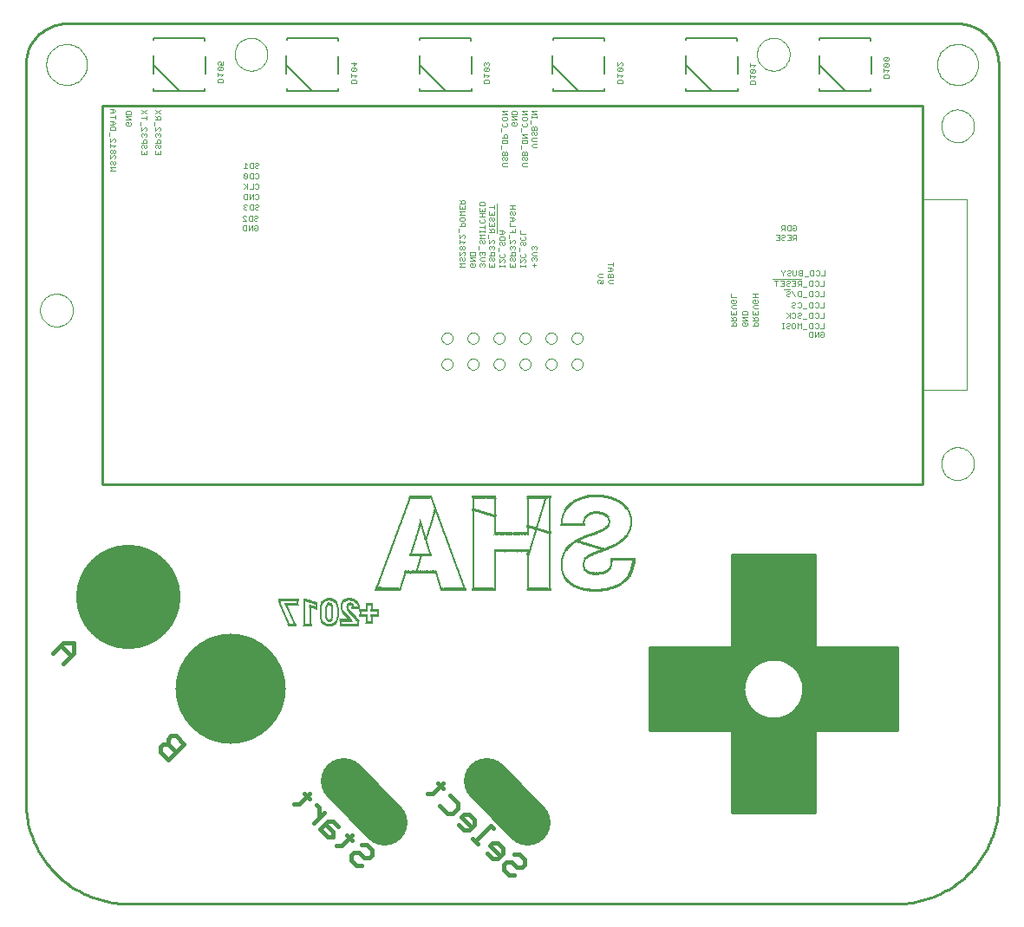
<source format=gbo>
G75*
%MOIN*%
%OFA0B0*%
%FSLAX24Y24*%
%IPPOS*%
%LPD*%
%AMOC8*
5,1,8,0,0,1.08239X$1,22.5*
%
%ADD10C,0.0100*%
%ADD11C,0.0000*%
%ADD12C,0.0039*%
%ADD13C,0.0040*%
%ADD14R,0.0010X0.0010*%
%ADD15R,0.0058X0.0010*%
%ADD16R,0.0029X0.0010*%
%ADD17R,0.0211X0.0010*%
%ADD18R,0.0019X0.0010*%
%ADD19R,0.0749X0.0010*%
%ADD20R,0.0269X0.0010*%
%ADD21R,0.0307X0.0010*%
%ADD22R,0.0327X0.0010*%
%ADD23R,0.0298X0.0010*%
%ADD24R,0.0759X0.0010*%
%ADD25R,0.0365X0.0010*%
%ADD26R,0.0403X0.0010*%
%ADD27R,0.0317X0.0010*%
%ADD28R,0.0423X0.0010*%
%ADD29R,0.0451X0.0010*%
%ADD30R,0.0231X0.0010*%
%ADD31R,0.0173X0.0010*%
%ADD32R,0.0077X0.0010*%
%ADD33R,0.0144X0.0010*%
%ADD34R,0.0086X0.0010*%
%ADD35R,0.0096X0.0010*%
%ADD36R,0.0134X0.0010*%
%ADD37R,0.0125X0.0010*%
%ADD38R,0.0288X0.0010*%
%ADD39R,0.0115X0.0010*%
%ADD40R,0.0106X0.0010*%
%ADD41R,0.0279X0.0010*%
%ADD42R,0.0067X0.0010*%
%ADD43R,0.0500X0.0010*%
%ADD44R,0.0154X0.0010*%
%ADD45R,0.0490X0.0010*%
%ADD46R,0.0480X0.0010*%
%ADD47R,0.0202X0.0010*%
%ADD48R,0.0471X0.0010*%
%ADD49R,0.0250X0.0010*%
%ADD50R,0.0442X0.0010*%
%ADD51R,0.0259X0.0010*%
%ADD52R,0.0048X0.0010*%
%ADD53R,0.0038X0.0010*%
%ADD54R,0.0163X0.0010*%
%ADD55R,0.0528X0.0010*%
%ADD56R,0.0538X0.0010*%
%ADD57R,0.0548X0.0010*%
%ADD58R,0.0557X0.0010*%
%ADD59R,0.0192X0.0010*%
%ADD60R,0.0240X0.0010*%
%ADD61R,0.0183X0.0010*%
%ADD62R,0.0769X0.0010*%
%ADD63R,0.0778X0.0010*%
%ADD64R,0.0221X0.0010*%
%ADD65R,0.0384X0.0010*%
%ADD66R,0.0375X0.0010*%
%ADD67R,0.0346X0.0010*%
%ADD68R,0.0336X0.0010*%
%ADD69R,0.0509X0.0010*%
%ADD70R,0.0682X0.0010*%
%ADD71R,0.0788X0.0010*%
%ADD72R,0.0893X0.0010*%
%ADD73R,0.0980X0.0010*%
%ADD74R,0.0932X0.0010*%
%ADD75R,0.0999X0.0010*%
%ADD76R,0.1057X0.0010*%
%ADD77R,0.0922X0.0010*%
%ADD78R,0.0989X0.0010*%
%ADD79R,0.1124X0.0010*%
%ADD80R,0.0941X0.0010*%
%ADD81R,0.1009X0.0010*%
%ADD82R,0.0413X0.0010*%
%ADD83R,0.0461X0.0010*%
%ADD84R,0.0586X0.0010*%
%ADD85R,0.0634X0.0010*%
%ADD86R,0.0720X0.0010*%
%ADD87R,0.1268X0.0010*%
%ADD88R,0.1258X0.0010*%
%ADD89R,0.1249X0.0010*%
%ADD90R,0.1239X0.0010*%
%ADD91R,0.1230X0.0010*%
%ADD92R,0.0865X0.0010*%
%ADD93R,0.0855X0.0010*%
%ADD94R,0.0845X0.0010*%
%ADD95R,0.0836X0.0010*%
%ADD96R,0.0826X0.0010*%
%ADD97R,0.1403X0.0010*%
%ADD98R,0.1412X0.0010*%
%ADD99R,0.1422X0.0010*%
%ADD100R,0.0432X0.0010*%
%ADD101R,0.0394X0.0010*%
%ADD102R,0.1335X0.0010*%
%ADD103R,0.1345X0.0010*%
%ADD104R,0.0624X0.0010*%
%ADD105R,0.0913X0.0010*%
%ADD106R,0.0903X0.0010*%
%ADD107R,0.0355X0.0010*%
%ADD108R,0.0884X0.0010*%
%ADD109R,0.0874X0.0010*%
%ADD110R,0.0711X0.0010*%
%ADD111R,0.0596X0.0010*%
%ADD112C,0.0150*%
%ADD113C,0.0160*%
%ADD114C,0.4240*%
%ADD115C,0.4015*%
%ADD116C,0.1772*%
%ADD117C,0.0080*%
D10*
X005927Y004947D02*
X035455Y004947D01*
X035579Y004949D01*
X035702Y004955D01*
X035826Y004964D01*
X035948Y004978D01*
X036071Y004995D01*
X036193Y005017D01*
X036314Y005042D01*
X036434Y005071D01*
X036553Y005103D01*
X036672Y005140D01*
X036789Y005180D01*
X036904Y005223D01*
X037019Y005271D01*
X037131Y005322D01*
X037242Y005376D01*
X037352Y005434D01*
X037459Y005495D01*
X037565Y005560D01*
X037668Y005628D01*
X037769Y005699D01*
X037868Y005773D01*
X037965Y005850D01*
X038059Y005931D01*
X038150Y006014D01*
X038239Y006100D01*
X038325Y006189D01*
X038408Y006280D01*
X038489Y006374D01*
X038566Y006471D01*
X038640Y006570D01*
X038711Y006671D01*
X038779Y006774D01*
X038844Y006880D01*
X038905Y006987D01*
X038963Y007097D01*
X039017Y007208D01*
X039068Y007320D01*
X039116Y007435D01*
X039159Y007550D01*
X039199Y007667D01*
X039236Y007786D01*
X039268Y007905D01*
X039297Y008025D01*
X039322Y008146D01*
X039344Y008268D01*
X039361Y008391D01*
X039375Y008513D01*
X039384Y008637D01*
X039390Y008760D01*
X039392Y008884D01*
X039392Y037231D01*
X039390Y037308D01*
X039384Y037385D01*
X039375Y037462D01*
X039362Y037538D01*
X039345Y037614D01*
X039324Y037688D01*
X039300Y037762D01*
X039272Y037834D01*
X039241Y037904D01*
X039206Y037973D01*
X039168Y038041D01*
X039127Y038106D01*
X039082Y038169D01*
X039034Y038230D01*
X038984Y038289D01*
X038931Y038345D01*
X038875Y038398D01*
X038816Y038448D01*
X038755Y038496D01*
X038692Y038541D01*
X038627Y038582D01*
X038559Y038620D01*
X038490Y038655D01*
X038420Y038686D01*
X038348Y038714D01*
X038274Y038738D01*
X038200Y038759D01*
X038124Y038776D01*
X038048Y038789D01*
X037971Y038798D01*
X037894Y038804D01*
X037817Y038806D01*
X003565Y038806D01*
X003488Y038804D01*
X003411Y038798D01*
X003334Y038789D01*
X003258Y038776D01*
X003182Y038759D01*
X003108Y038738D01*
X003034Y038714D01*
X002962Y038686D01*
X002892Y038655D01*
X002823Y038620D01*
X002755Y038582D01*
X002690Y038541D01*
X002627Y038496D01*
X002566Y038448D01*
X002507Y038398D01*
X002451Y038345D01*
X002398Y038289D01*
X002348Y038230D01*
X002300Y038169D01*
X002255Y038106D01*
X002214Y038041D01*
X002176Y037973D01*
X002141Y037904D01*
X002110Y037834D01*
X002082Y037762D01*
X002058Y037688D01*
X002037Y037614D01*
X002020Y037538D01*
X002007Y037462D01*
X001998Y037385D01*
X001992Y037308D01*
X001990Y037231D01*
X001990Y008884D01*
X001992Y008760D01*
X001998Y008637D01*
X002007Y008513D01*
X002021Y008391D01*
X002038Y008268D01*
X002060Y008146D01*
X002085Y008025D01*
X002114Y007905D01*
X002146Y007786D01*
X002183Y007667D01*
X002223Y007550D01*
X002266Y007435D01*
X002314Y007320D01*
X002365Y007208D01*
X002419Y007097D01*
X002477Y006987D01*
X002538Y006880D01*
X002603Y006774D01*
X002671Y006671D01*
X002742Y006570D01*
X002816Y006471D01*
X002893Y006374D01*
X002974Y006280D01*
X003057Y006189D01*
X003143Y006100D01*
X003232Y006014D01*
X003323Y005931D01*
X003417Y005850D01*
X003514Y005773D01*
X003613Y005699D01*
X003714Y005628D01*
X003817Y005560D01*
X003923Y005495D01*
X004030Y005434D01*
X004140Y005376D01*
X004251Y005322D01*
X004363Y005271D01*
X004478Y005223D01*
X004593Y005180D01*
X004710Y005140D01*
X004829Y005103D01*
X004948Y005071D01*
X005068Y005042D01*
X005189Y005017D01*
X005311Y004995D01*
X005434Y004978D01*
X005556Y004964D01*
X005680Y004955D01*
X005803Y004949D01*
X005927Y004947D01*
X004943Y021089D02*
X004943Y035656D01*
X036479Y035656D01*
X036479Y021089D01*
X004943Y021089D01*
D11*
X002541Y027782D02*
X002543Y027832D01*
X002549Y027882D01*
X002559Y027931D01*
X002573Y027979D01*
X002590Y028026D01*
X002611Y028071D01*
X002636Y028115D01*
X002664Y028156D01*
X002696Y028195D01*
X002730Y028232D01*
X002767Y028266D01*
X002807Y028296D01*
X002849Y028323D01*
X002893Y028347D01*
X002939Y028368D01*
X002986Y028384D01*
X003034Y028397D01*
X003084Y028406D01*
X003133Y028411D01*
X003184Y028412D01*
X003234Y028409D01*
X003283Y028402D01*
X003332Y028391D01*
X003380Y028376D01*
X003426Y028358D01*
X003471Y028336D01*
X003514Y028310D01*
X003555Y028281D01*
X003594Y028249D01*
X003630Y028214D01*
X003662Y028176D01*
X003692Y028136D01*
X003719Y028093D01*
X003742Y028049D01*
X003761Y028003D01*
X003777Y027955D01*
X003789Y027906D01*
X003797Y027857D01*
X003801Y027807D01*
X003801Y027757D01*
X003797Y027707D01*
X003789Y027658D01*
X003777Y027609D01*
X003761Y027561D01*
X003742Y027515D01*
X003719Y027471D01*
X003692Y027428D01*
X003662Y027388D01*
X003630Y027350D01*
X003594Y027315D01*
X003555Y027283D01*
X003514Y027254D01*
X003471Y027228D01*
X003426Y027206D01*
X003380Y027188D01*
X003332Y027173D01*
X003283Y027162D01*
X003234Y027155D01*
X003184Y027152D01*
X003133Y027153D01*
X003084Y027158D01*
X003034Y027167D01*
X002986Y027180D01*
X002939Y027196D01*
X002893Y027217D01*
X002849Y027241D01*
X002807Y027268D01*
X002767Y027298D01*
X002730Y027332D01*
X002696Y027369D01*
X002664Y027408D01*
X002636Y027449D01*
X002611Y027493D01*
X002590Y027538D01*
X002573Y027585D01*
X002559Y027633D01*
X002549Y027682D01*
X002543Y027732D01*
X002541Y027782D01*
X002778Y037231D02*
X002780Y037287D01*
X002786Y037342D01*
X002796Y037396D01*
X002809Y037450D01*
X002827Y037503D01*
X002848Y037554D01*
X002872Y037604D01*
X002900Y037652D01*
X002932Y037698D01*
X002966Y037742D01*
X003004Y037783D01*
X003044Y037821D01*
X003087Y037856D01*
X003132Y037888D01*
X003180Y037917D01*
X003229Y037943D01*
X003280Y037965D01*
X003332Y037983D01*
X003386Y037997D01*
X003441Y038008D01*
X003496Y038015D01*
X003551Y038018D01*
X003607Y038017D01*
X003662Y038012D01*
X003717Y038003D01*
X003771Y037991D01*
X003824Y037974D01*
X003876Y037954D01*
X003926Y037930D01*
X003974Y037903D01*
X004021Y037873D01*
X004065Y037839D01*
X004107Y037802D01*
X004145Y037762D01*
X004182Y037720D01*
X004215Y037675D01*
X004244Y037629D01*
X004271Y037580D01*
X004293Y037529D01*
X004313Y037477D01*
X004328Y037423D01*
X004340Y037369D01*
X004348Y037314D01*
X004352Y037259D01*
X004352Y037203D01*
X004348Y037148D01*
X004340Y037093D01*
X004328Y037039D01*
X004313Y036985D01*
X004293Y036933D01*
X004271Y036882D01*
X004244Y036833D01*
X004215Y036787D01*
X004182Y036742D01*
X004145Y036700D01*
X004107Y036660D01*
X004065Y036623D01*
X004021Y036589D01*
X003974Y036559D01*
X003926Y036532D01*
X003876Y036508D01*
X003824Y036488D01*
X003771Y036471D01*
X003717Y036459D01*
X003662Y036450D01*
X003607Y036445D01*
X003551Y036444D01*
X003496Y036447D01*
X003441Y036454D01*
X003386Y036465D01*
X003332Y036479D01*
X003280Y036497D01*
X003229Y036519D01*
X003180Y036545D01*
X003132Y036574D01*
X003087Y036606D01*
X003044Y036641D01*
X003004Y036679D01*
X002966Y036720D01*
X002932Y036764D01*
X002900Y036810D01*
X002872Y036858D01*
X002848Y036908D01*
X002827Y036959D01*
X002809Y037012D01*
X002796Y037066D01*
X002786Y037120D01*
X002780Y037175D01*
X002778Y037231D01*
X010022Y037624D02*
X010024Y037674D01*
X010030Y037724D01*
X010040Y037773D01*
X010054Y037821D01*
X010071Y037868D01*
X010092Y037913D01*
X010117Y037957D01*
X010145Y037998D01*
X010177Y038037D01*
X010211Y038074D01*
X010248Y038108D01*
X010288Y038138D01*
X010330Y038165D01*
X010374Y038189D01*
X010420Y038210D01*
X010467Y038226D01*
X010515Y038239D01*
X010565Y038248D01*
X010614Y038253D01*
X010665Y038254D01*
X010715Y038251D01*
X010764Y038244D01*
X010813Y038233D01*
X010861Y038218D01*
X010907Y038200D01*
X010952Y038178D01*
X010995Y038152D01*
X011036Y038123D01*
X011075Y038091D01*
X011111Y038056D01*
X011143Y038018D01*
X011173Y037978D01*
X011200Y037935D01*
X011223Y037891D01*
X011242Y037845D01*
X011258Y037797D01*
X011270Y037748D01*
X011278Y037699D01*
X011282Y037649D01*
X011282Y037599D01*
X011278Y037549D01*
X011270Y037500D01*
X011258Y037451D01*
X011242Y037403D01*
X011223Y037357D01*
X011200Y037313D01*
X011173Y037270D01*
X011143Y037230D01*
X011111Y037192D01*
X011075Y037157D01*
X011036Y037125D01*
X010995Y037096D01*
X010952Y037070D01*
X010907Y037048D01*
X010861Y037030D01*
X010813Y037015D01*
X010764Y037004D01*
X010715Y036997D01*
X010665Y036994D01*
X010614Y036995D01*
X010565Y037000D01*
X010515Y037009D01*
X010467Y037022D01*
X010420Y037038D01*
X010374Y037059D01*
X010330Y037083D01*
X010288Y037110D01*
X010248Y037140D01*
X010211Y037174D01*
X010177Y037211D01*
X010145Y037250D01*
X010117Y037291D01*
X010092Y037335D01*
X010071Y037380D01*
X010054Y037427D01*
X010040Y037475D01*
X010030Y037524D01*
X010024Y037574D01*
X010022Y037624D01*
X017974Y026707D02*
X017976Y026736D01*
X017982Y026764D01*
X017991Y026792D01*
X018004Y026818D01*
X018021Y026841D01*
X018040Y026863D01*
X018062Y026882D01*
X018087Y026897D01*
X018113Y026910D01*
X018141Y026918D01*
X018169Y026923D01*
X018198Y026924D01*
X018227Y026921D01*
X018255Y026914D01*
X018282Y026904D01*
X018308Y026890D01*
X018331Y026873D01*
X018352Y026853D01*
X018370Y026830D01*
X018385Y026805D01*
X018396Y026778D01*
X018404Y026750D01*
X018408Y026721D01*
X018408Y026693D01*
X018404Y026664D01*
X018396Y026636D01*
X018385Y026609D01*
X018370Y026584D01*
X018352Y026561D01*
X018331Y026541D01*
X018308Y026524D01*
X018282Y026510D01*
X018255Y026500D01*
X018227Y026493D01*
X018198Y026490D01*
X018169Y026491D01*
X018141Y026496D01*
X018113Y026504D01*
X018087Y026517D01*
X018062Y026532D01*
X018040Y026551D01*
X018021Y026573D01*
X018004Y026596D01*
X017991Y026622D01*
X017982Y026650D01*
X017976Y026678D01*
X017974Y026707D01*
X017974Y025707D02*
X017976Y025736D01*
X017982Y025764D01*
X017991Y025792D01*
X018004Y025818D01*
X018021Y025841D01*
X018040Y025863D01*
X018062Y025882D01*
X018087Y025897D01*
X018113Y025910D01*
X018141Y025918D01*
X018169Y025923D01*
X018198Y025924D01*
X018227Y025921D01*
X018255Y025914D01*
X018282Y025904D01*
X018308Y025890D01*
X018331Y025873D01*
X018352Y025853D01*
X018370Y025830D01*
X018385Y025805D01*
X018396Y025778D01*
X018404Y025750D01*
X018408Y025721D01*
X018408Y025693D01*
X018404Y025664D01*
X018396Y025636D01*
X018385Y025609D01*
X018370Y025584D01*
X018352Y025561D01*
X018331Y025541D01*
X018308Y025524D01*
X018282Y025510D01*
X018255Y025500D01*
X018227Y025493D01*
X018198Y025490D01*
X018169Y025491D01*
X018141Y025496D01*
X018113Y025504D01*
X018087Y025517D01*
X018062Y025532D01*
X018040Y025551D01*
X018021Y025573D01*
X018004Y025596D01*
X017991Y025622D01*
X017982Y025650D01*
X017976Y025678D01*
X017974Y025707D01*
X018974Y025707D02*
X018976Y025736D01*
X018982Y025764D01*
X018991Y025792D01*
X019004Y025818D01*
X019021Y025841D01*
X019040Y025863D01*
X019062Y025882D01*
X019087Y025897D01*
X019113Y025910D01*
X019141Y025918D01*
X019169Y025923D01*
X019198Y025924D01*
X019227Y025921D01*
X019255Y025914D01*
X019282Y025904D01*
X019308Y025890D01*
X019331Y025873D01*
X019352Y025853D01*
X019370Y025830D01*
X019385Y025805D01*
X019396Y025778D01*
X019404Y025750D01*
X019408Y025721D01*
X019408Y025693D01*
X019404Y025664D01*
X019396Y025636D01*
X019385Y025609D01*
X019370Y025584D01*
X019352Y025561D01*
X019331Y025541D01*
X019308Y025524D01*
X019282Y025510D01*
X019255Y025500D01*
X019227Y025493D01*
X019198Y025490D01*
X019169Y025491D01*
X019141Y025496D01*
X019113Y025504D01*
X019087Y025517D01*
X019062Y025532D01*
X019040Y025551D01*
X019021Y025573D01*
X019004Y025596D01*
X018991Y025622D01*
X018982Y025650D01*
X018976Y025678D01*
X018974Y025707D01*
X018974Y026707D02*
X018976Y026736D01*
X018982Y026764D01*
X018991Y026792D01*
X019004Y026818D01*
X019021Y026841D01*
X019040Y026863D01*
X019062Y026882D01*
X019087Y026897D01*
X019113Y026910D01*
X019141Y026918D01*
X019169Y026923D01*
X019198Y026924D01*
X019227Y026921D01*
X019255Y026914D01*
X019282Y026904D01*
X019308Y026890D01*
X019331Y026873D01*
X019352Y026853D01*
X019370Y026830D01*
X019385Y026805D01*
X019396Y026778D01*
X019404Y026750D01*
X019408Y026721D01*
X019408Y026693D01*
X019404Y026664D01*
X019396Y026636D01*
X019385Y026609D01*
X019370Y026584D01*
X019352Y026561D01*
X019331Y026541D01*
X019308Y026524D01*
X019282Y026510D01*
X019255Y026500D01*
X019227Y026493D01*
X019198Y026490D01*
X019169Y026491D01*
X019141Y026496D01*
X019113Y026504D01*
X019087Y026517D01*
X019062Y026532D01*
X019040Y026551D01*
X019021Y026573D01*
X019004Y026596D01*
X018991Y026622D01*
X018982Y026650D01*
X018976Y026678D01*
X018974Y026707D01*
X019974Y026707D02*
X019976Y026736D01*
X019982Y026764D01*
X019991Y026792D01*
X020004Y026818D01*
X020021Y026841D01*
X020040Y026863D01*
X020062Y026882D01*
X020087Y026897D01*
X020113Y026910D01*
X020141Y026918D01*
X020169Y026923D01*
X020198Y026924D01*
X020227Y026921D01*
X020255Y026914D01*
X020282Y026904D01*
X020308Y026890D01*
X020331Y026873D01*
X020352Y026853D01*
X020370Y026830D01*
X020385Y026805D01*
X020396Y026778D01*
X020404Y026750D01*
X020408Y026721D01*
X020408Y026693D01*
X020404Y026664D01*
X020396Y026636D01*
X020385Y026609D01*
X020370Y026584D01*
X020352Y026561D01*
X020331Y026541D01*
X020308Y026524D01*
X020282Y026510D01*
X020255Y026500D01*
X020227Y026493D01*
X020198Y026490D01*
X020169Y026491D01*
X020141Y026496D01*
X020113Y026504D01*
X020087Y026517D01*
X020062Y026532D01*
X020040Y026551D01*
X020021Y026573D01*
X020004Y026596D01*
X019991Y026622D01*
X019982Y026650D01*
X019976Y026678D01*
X019974Y026707D01*
X019974Y025707D02*
X019976Y025736D01*
X019982Y025764D01*
X019991Y025792D01*
X020004Y025818D01*
X020021Y025841D01*
X020040Y025863D01*
X020062Y025882D01*
X020087Y025897D01*
X020113Y025910D01*
X020141Y025918D01*
X020169Y025923D01*
X020198Y025924D01*
X020227Y025921D01*
X020255Y025914D01*
X020282Y025904D01*
X020308Y025890D01*
X020331Y025873D01*
X020352Y025853D01*
X020370Y025830D01*
X020385Y025805D01*
X020396Y025778D01*
X020404Y025750D01*
X020408Y025721D01*
X020408Y025693D01*
X020404Y025664D01*
X020396Y025636D01*
X020385Y025609D01*
X020370Y025584D01*
X020352Y025561D01*
X020331Y025541D01*
X020308Y025524D01*
X020282Y025510D01*
X020255Y025500D01*
X020227Y025493D01*
X020198Y025490D01*
X020169Y025491D01*
X020141Y025496D01*
X020113Y025504D01*
X020087Y025517D01*
X020062Y025532D01*
X020040Y025551D01*
X020021Y025573D01*
X020004Y025596D01*
X019991Y025622D01*
X019982Y025650D01*
X019976Y025678D01*
X019974Y025707D01*
X020974Y025707D02*
X020976Y025736D01*
X020982Y025764D01*
X020991Y025792D01*
X021004Y025818D01*
X021021Y025841D01*
X021040Y025863D01*
X021062Y025882D01*
X021087Y025897D01*
X021113Y025910D01*
X021141Y025918D01*
X021169Y025923D01*
X021198Y025924D01*
X021227Y025921D01*
X021255Y025914D01*
X021282Y025904D01*
X021308Y025890D01*
X021331Y025873D01*
X021352Y025853D01*
X021370Y025830D01*
X021385Y025805D01*
X021396Y025778D01*
X021404Y025750D01*
X021408Y025721D01*
X021408Y025693D01*
X021404Y025664D01*
X021396Y025636D01*
X021385Y025609D01*
X021370Y025584D01*
X021352Y025561D01*
X021331Y025541D01*
X021308Y025524D01*
X021282Y025510D01*
X021255Y025500D01*
X021227Y025493D01*
X021198Y025490D01*
X021169Y025491D01*
X021141Y025496D01*
X021113Y025504D01*
X021087Y025517D01*
X021062Y025532D01*
X021040Y025551D01*
X021021Y025573D01*
X021004Y025596D01*
X020991Y025622D01*
X020982Y025650D01*
X020976Y025678D01*
X020974Y025707D01*
X020974Y026707D02*
X020976Y026736D01*
X020982Y026764D01*
X020991Y026792D01*
X021004Y026818D01*
X021021Y026841D01*
X021040Y026863D01*
X021062Y026882D01*
X021087Y026897D01*
X021113Y026910D01*
X021141Y026918D01*
X021169Y026923D01*
X021198Y026924D01*
X021227Y026921D01*
X021255Y026914D01*
X021282Y026904D01*
X021308Y026890D01*
X021331Y026873D01*
X021352Y026853D01*
X021370Y026830D01*
X021385Y026805D01*
X021396Y026778D01*
X021404Y026750D01*
X021408Y026721D01*
X021408Y026693D01*
X021404Y026664D01*
X021396Y026636D01*
X021385Y026609D01*
X021370Y026584D01*
X021352Y026561D01*
X021331Y026541D01*
X021308Y026524D01*
X021282Y026510D01*
X021255Y026500D01*
X021227Y026493D01*
X021198Y026490D01*
X021169Y026491D01*
X021141Y026496D01*
X021113Y026504D01*
X021087Y026517D01*
X021062Y026532D01*
X021040Y026551D01*
X021021Y026573D01*
X021004Y026596D01*
X020991Y026622D01*
X020982Y026650D01*
X020976Y026678D01*
X020974Y026707D01*
X021974Y026707D02*
X021976Y026736D01*
X021982Y026764D01*
X021991Y026792D01*
X022004Y026818D01*
X022021Y026841D01*
X022040Y026863D01*
X022062Y026882D01*
X022087Y026897D01*
X022113Y026910D01*
X022141Y026918D01*
X022169Y026923D01*
X022198Y026924D01*
X022227Y026921D01*
X022255Y026914D01*
X022282Y026904D01*
X022308Y026890D01*
X022331Y026873D01*
X022352Y026853D01*
X022370Y026830D01*
X022385Y026805D01*
X022396Y026778D01*
X022404Y026750D01*
X022408Y026721D01*
X022408Y026693D01*
X022404Y026664D01*
X022396Y026636D01*
X022385Y026609D01*
X022370Y026584D01*
X022352Y026561D01*
X022331Y026541D01*
X022308Y026524D01*
X022282Y026510D01*
X022255Y026500D01*
X022227Y026493D01*
X022198Y026490D01*
X022169Y026491D01*
X022141Y026496D01*
X022113Y026504D01*
X022087Y026517D01*
X022062Y026532D01*
X022040Y026551D01*
X022021Y026573D01*
X022004Y026596D01*
X021991Y026622D01*
X021982Y026650D01*
X021976Y026678D01*
X021974Y026707D01*
X021974Y025707D02*
X021976Y025736D01*
X021982Y025764D01*
X021991Y025792D01*
X022004Y025818D01*
X022021Y025841D01*
X022040Y025863D01*
X022062Y025882D01*
X022087Y025897D01*
X022113Y025910D01*
X022141Y025918D01*
X022169Y025923D01*
X022198Y025924D01*
X022227Y025921D01*
X022255Y025914D01*
X022282Y025904D01*
X022308Y025890D01*
X022331Y025873D01*
X022352Y025853D01*
X022370Y025830D01*
X022385Y025805D01*
X022396Y025778D01*
X022404Y025750D01*
X022408Y025721D01*
X022408Y025693D01*
X022404Y025664D01*
X022396Y025636D01*
X022385Y025609D01*
X022370Y025584D01*
X022352Y025561D01*
X022331Y025541D01*
X022308Y025524D01*
X022282Y025510D01*
X022255Y025500D01*
X022227Y025493D01*
X022198Y025490D01*
X022169Y025491D01*
X022141Y025496D01*
X022113Y025504D01*
X022087Y025517D01*
X022062Y025532D01*
X022040Y025551D01*
X022021Y025573D01*
X022004Y025596D01*
X021991Y025622D01*
X021982Y025650D01*
X021976Y025678D01*
X021974Y025707D01*
X022974Y025707D02*
X022976Y025736D01*
X022982Y025764D01*
X022991Y025792D01*
X023004Y025818D01*
X023021Y025841D01*
X023040Y025863D01*
X023062Y025882D01*
X023087Y025897D01*
X023113Y025910D01*
X023141Y025918D01*
X023169Y025923D01*
X023198Y025924D01*
X023227Y025921D01*
X023255Y025914D01*
X023282Y025904D01*
X023308Y025890D01*
X023331Y025873D01*
X023352Y025853D01*
X023370Y025830D01*
X023385Y025805D01*
X023396Y025778D01*
X023404Y025750D01*
X023408Y025721D01*
X023408Y025693D01*
X023404Y025664D01*
X023396Y025636D01*
X023385Y025609D01*
X023370Y025584D01*
X023352Y025561D01*
X023331Y025541D01*
X023308Y025524D01*
X023282Y025510D01*
X023255Y025500D01*
X023227Y025493D01*
X023198Y025490D01*
X023169Y025491D01*
X023141Y025496D01*
X023113Y025504D01*
X023087Y025517D01*
X023062Y025532D01*
X023040Y025551D01*
X023021Y025573D01*
X023004Y025596D01*
X022991Y025622D01*
X022982Y025650D01*
X022976Y025678D01*
X022974Y025707D01*
X022974Y026707D02*
X022976Y026736D01*
X022982Y026764D01*
X022991Y026792D01*
X023004Y026818D01*
X023021Y026841D01*
X023040Y026863D01*
X023062Y026882D01*
X023087Y026897D01*
X023113Y026910D01*
X023141Y026918D01*
X023169Y026923D01*
X023198Y026924D01*
X023227Y026921D01*
X023255Y026914D01*
X023282Y026904D01*
X023308Y026890D01*
X023331Y026873D01*
X023352Y026853D01*
X023370Y026830D01*
X023385Y026805D01*
X023396Y026778D01*
X023404Y026750D01*
X023408Y026721D01*
X023408Y026693D01*
X023404Y026664D01*
X023396Y026636D01*
X023385Y026609D01*
X023370Y026584D01*
X023352Y026561D01*
X023331Y026541D01*
X023308Y026524D01*
X023282Y026510D01*
X023255Y026500D01*
X023227Y026493D01*
X023198Y026490D01*
X023169Y026491D01*
X023141Y026496D01*
X023113Y026504D01*
X023087Y026517D01*
X023062Y026532D01*
X023040Y026551D01*
X023021Y026573D01*
X023004Y026596D01*
X022991Y026622D01*
X022982Y026650D01*
X022976Y026678D01*
X022974Y026707D01*
X030101Y037624D02*
X030103Y037674D01*
X030109Y037724D01*
X030119Y037773D01*
X030133Y037821D01*
X030150Y037868D01*
X030171Y037913D01*
X030196Y037957D01*
X030224Y037998D01*
X030256Y038037D01*
X030290Y038074D01*
X030327Y038108D01*
X030367Y038138D01*
X030409Y038165D01*
X030453Y038189D01*
X030499Y038210D01*
X030546Y038226D01*
X030594Y038239D01*
X030644Y038248D01*
X030693Y038253D01*
X030744Y038254D01*
X030794Y038251D01*
X030843Y038244D01*
X030892Y038233D01*
X030940Y038218D01*
X030986Y038200D01*
X031031Y038178D01*
X031074Y038152D01*
X031115Y038123D01*
X031154Y038091D01*
X031190Y038056D01*
X031222Y038018D01*
X031252Y037978D01*
X031279Y037935D01*
X031302Y037891D01*
X031321Y037845D01*
X031337Y037797D01*
X031349Y037748D01*
X031357Y037699D01*
X031361Y037649D01*
X031361Y037599D01*
X031357Y037549D01*
X031349Y037500D01*
X031337Y037451D01*
X031321Y037403D01*
X031302Y037357D01*
X031279Y037313D01*
X031252Y037270D01*
X031222Y037230D01*
X031190Y037192D01*
X031154Y037157D01*
X031115Y037125D01*
X031074Y037096D01*
X031031Y037070D01*
X030986Y037048D01*
X030940Y037030D01*
X030892Y037015D01*
X030843Y037004D01*
X030794Y036997D01*
X030744Y036994D01*
X030693Y036995D01*
X030644Y037000D01*
X030594Y037009D01*
X030546Y037022D01*
X030499Y037038D01*
X030453Y037059D01*
X030409Y037083D01*
X030367Y037110D01*
X030327Y037140D01*
X030290Y037174D01*
X030256Y037211D01*
X030224Y037250D01*
X030196Y037291D01*
X030171Y037335D01*
X030150Y037380D01*
X030133Y037427D01*
X030119Y037475D01*
X030109Y037524D01*
X030103Y037574D01*
X030101Y037624D01*
X036518Y032034D02*
X036518Y031561D01*
X037187Y034869D02*
X037189Y034919D01*
X037195Y034969D01*
X037205Y035018D01*
X037219Y035066D01*
X037236Y035113D01*
X037257Y035158D01*
X037282Y035202D01*
X037310Y035243D01*
X037342Y035282D01*
X037376Y035319D01*
X037413Y035353D01*
X037453Y035383D01*
X037495Y035410D01*
X037539Y035434D01*
X037585Y035455D01*
X037632Y035471D01*
X037680Y035484D01*
X037730Y035493D01*
X037779Y035498D01*
X037830Y035499D01*
X037880Y035496D01*
X037929Y035489D01*
X037978Y035478D01*
X038026Y035463D01*
X038072Y035445D01*
X038117Y035423D01*
X038160Y035397D01*
X038201Y035368D01*
X038240Y035336D01*
X038276Y035301D01*
X038308Y035263D01*
X038338Y035223D01*
X038365Y035180D01*
X038388Y035136D01*
X038407Y035090D01*
X038423Y035042D01*
X038435Y034993D01*
X038443Y034944D01*
X038447Y034894D01*
X038447Y034844D01*
X038443Y034794D01*
X038435Y034745D01*
X038423Y034696D01*
X038407Y034648D01*
X038388Y034602D01*
X038365Y034558D01*
X038338Y034515D01*
X038308Y034475D01*
X038276Y034437D01*
X038240Y034402D01*
X038201Y034370D01*
X038160Y034341D01*
X038117Y034315D01*
X038072Y034293D01*
X038026Y034275D01*
X037978Y034260D01*
X037929Y034249D01*
X037880Y034242D01*
X037830Y034239D01*
X037779Y034240D01*
X037730Y034245D01*
X037680Y034254D01*
X037632Y034267D01*
X037585Y034283D01*
X037539Y034304D01*
X037495Y034328D01*
X037453Y034355D01*
X037413Y034385D01*
X037376Y034419D01*
X037342Y034456D01*
X037310Y034495D01*
X037282Y034536D01*
X037257Y034580D01*
X037236Y034625D01*
X037219Y034672D01*
X037205Y034720D01*
X037195Y034769D01*
X037189Y034819D01*
X037187Y034869D01*
X037030Y037231D02*
X037032Y037287D01*
X037038Y037342D01*
X037048Y037396D01*
X037061Y037450D01*
X037079Y037503D01*
X037100Y037554D01*
X037124Y037604D01*
X037152Y037652D01*
X037184Y037698D01*
X037218Y037742D01*
X037256Y037783D01*
X037296Y037821D01*
X037339Y037856D01*
X037384Y037888D01*
X037432Y037917D01*
X037481Y037943D01*
X037532Y037965D01*
X037584Y037983D01*
X037638Y037997D01*
X037693Y038008D01*
X037748Y038015D01*
X037803Y038018D01*
X037859Y038017D01*
X037914Y038012D01*
X037969Y038003D01*
X038023Y037991D01*
X038076Y037974D01*
X038128Y037954D01*
X038178Y037930D01*
X038226Y037903D01*
X038273Y037873D01*
X038317Y037839D01*
X038359Y037802D01*
X038397Y037762D01*
X038434Y037720D01*
X038467Y037675D01*
X038496Y037629D01*
X038523Y037580D01*
X038545Y037529D01*
X038565Y037477D01*
X038580Y037423D01*
X038592Y037369D01*
X038600Y037314D01*
X038604Y037259D01*
X038604Y037203D01*
X038600Y037148D01*
X038592Y037093D01*
X038580Y037039D01*
X038565Y036985D01*
X038545Y036933D01*
X038523Y036882D01*
X038496Y036833D01*
X038467Y036787D01*
X038434Y036742D01*
X038397Y036700D01*
X038359Y036660D01*
X038317Y036623D01*
X038273Y036589D01*
X038226Y036559D01*
X038178Y036532D01*
X038128Y036508D01*
X038076Y036488D01*
X038023Y036471D01*
X037969Y036459D01*
X037914Y036450D01*
X037859Y036445D01*
X037803Y036444D01*
X037748Y036447D01*
X037693Y036454D01*
X037638Y036465D01*
X037584Y036479D01*
X037532Y036497D01*
X037481Y036519D01*
X037432Y036545D01*
X037384Y036574D01*
X037339Y036606D01*
X037296Y036641D01*
X037256Y036679D01*
X037218Y036720D01*
X037184Y036764D01*
X037152Y036810D01*
X037124Y036858D01*
X037100Y036908D01*
X037079Y036959D01*
X037061Y037012D01*
X037048Y037066D01*
X037038Y037120D01*
X037032Y037175D01*
X037030Y037231D01*
X037187Y021876D02*
X037189Y021926D01*
X037195Y021976D01*
X037205Y022025D01*
X037219Y022073D01*
X037236Y022120D01*
X037257Y022165D01*
X037282Y022209D01*
X037310Y022250D01*
X037342Y022289D01*
X037376Y022326D01*
X037413Y022360D01*
X037453Y022390D01*
X037495Y022417D01*
X037539Y022441D01*
X037585Y022462D01*
X037632Y022478D01*
X037680Y022491D01*
X037730Y022500D01*
X037779Y022505D01*
X037830Y022506D01*
X037880Y022503D01*
X037929Y022496D01*
X037978Y022485D01*
X038026Y022470D01*
X038072Y022452D01*
X038117Y022430D01*
X038160Y022404D01*
X038201Y022375D01*
X038240Y022343D01*
X038276Y022308D01*
X038308Y022270D01*
X038338Y022230D01*
X038365Y022187D01*
X038388Y022143D01*
X038407Y022097D01*
X038423Y022049D01*
X038435Y022000D01*
X038443Y021951D01*
X038447Y021901D01*
X038447Y021851D01*
X038443Y021801D01*
X038435Y021752D01*
X038423Y021703D01*
X038407Y021655D01*
X038388Y021609D01*
X038365Y021565D01*
X038338Y021522D01*
X038308Y021482D01*
X038276Y021444D01*
X038240Y021409D01*
X038201Y021377D01*
X038160Y021348D01*
X038117Y021322D01*
X038072Y021300D01*
X038026Y021282D01*
X037978Y021267D01*
X037929Y021256D01*
X037880Y021249D01*
X037830Y021246D01*
X037779Y021247D01*
X037730Y021252D01*
X037680Y021261D01*
X037632Y021274D01*
X037585Y021290D01*
X037539Y021311D01*
X037495Y021335D01*
X037453Y021362D01*
X037413Y021392D01*
X037376Y021426D01*
X037342Y021463D01*
X037310Y021502D01*
X037282Y021543D01*
X037257Y021587D01*
X037236Y021632D01*
X037219Y021679D01*
X037205Y021727D01*
X037195Y021776D01*
X037189Y021826D01*
X037187Y021876D01*
D12*
X036518Y024711D02*
X036518Y032034D01*
X038171Y032034D01*
X038171Y024711D01*
X036518Y024711D01*
D13*
X032679Y026772D02*
X032646Y026739D01*
X032579Y026739D01*
X032546Y026772D01*
X032546Y026839D01*
X032612Y026839D01*
X032546Y026906D02*
X032579Y026939D01*
X032646Y026939D01*
X032679Y026906D01*
X032679Y026772D01*
X032458Y026739D02*
X032458Y026939D01*
X032325Y026739D01*
X032325Y026939D01*
X032237Y026939D02*
X032137Y026939D01*
X032104Y026906D01*
X032104Y026772D01*
X032137Y026739D01*
X032237Y026739D01*
X032237Y026939D01*
X032237Y027093D02*
X032137Y027093D01*
X032104Y027127D01*
X032104Y027260D01*
X032137Y027293D01*
X032237Y027293D01*
X032237Y027093D01*
X032325Y027127D02*
X032358Y027093D01*
X032425Y027093D01*
X032458Y027127D01*
X032458Y027260D01*
X032425Y027293D01*
X032358Y027293D01*
X032325Y027260D01*
X032358Y027487D02*
X032325Y027520D01*
X032358Y027487D02*
X032425Y027487D01*
X032458Y027520D01*
X032458Y027654D01*
X032425Y027687D01*
X032358Y027687D01*
X032325Y027654D01*
X032237Y027687D02*
X032137Y027687D01*
X032104Y027654D01*
X032104Y027520D01*
X032137Y027487D01*
X032237Y027487D01*
X032237Y027687D01*
X032237Y027881D02*
X032137Y027881D01*
X032104Y027914D01*
X032104Y028048D01*
X032137Y028081D01*
X032237Y028081D01*
X032237Y027881D01*
X032325Y027914D02*
X032358Y027881D01*
X032425Y027881D01*
X032458Y027914D01*
X032458Y028048D01*
X032425Y028081D01*
X032358Y028081D01*
X032325Y028048D01*
X032358Y028314D02*
X032325Y028347D01*
X032358Y028314D02*
X032425Y028314D01*
X032458Y028347D01*
X032458Y028481D01*
X032425Y028514D01*
X032358Y028514D01*
X032325Y028481D01*
X032237Y028514D02*
X032137Y028514D01*
X032104Y028481D01*
X032104Y028347D01*
X032137Y028314D01*
X032237Y028314D01*
X032237Y028514D01*
X032237Y028707D02*
X032137Y028707D01*
X032104Y028741D01*
X032104Y028874D01*
X032137Y028908D01*
X032237Y028908D01*
X032237Y028707D01*
X032325Y028741D02*
X032358Y028707D01*
X032425Y028707D01*
X032458Y028741D01*
X032458Y028874D01*
X032425Y028908D01*
X032358Y028908D01*
X032325Y028874D01*
X032276Y029101D02*
X032176Y029101D01*
X032143Y029135D01*
X032143Y029268D01*
X032176Y029301D01*
X032276Y029301D01*
X032276Y029101D01*
X032364Y029135D02*
X032397Y029101D01*
X032464Y029101D01*
X032497Y029135D01*
X032497Y029268D01*
X032464Y029301D01*
X032397Y029301D01*
X032364Y029268D01*
X032585Y029101D02*
X032718Y029101D01*
X032718Y029301D01*
X032679Y028908D02*
X032679Y028707D01*
X032546Y028707D01*
X032679Y028514D02*
X032679Y028314D01*
X032546Y028314D01*
X032679Y028081D02*
X032679Y027881D01*
X032546Y027881D01*
X032679Y027687D02*
X032679Y027487D01*
X032546Y027487D01*
X032679Y027293D02*
X032679Y027093D01*
X032546Y027093D01*
X032016Y027060D02*
X031883Y027060D01*
X031795Y027093D02*
X031795Y027293D01*
X031728Y027227D01*
X031662Y027293D01*
X031662Y027093D01*
X031574Y027127D02*
X031541Y027093D01*
X031474Y027093D01*
X031441Y027127D01*
X031441Y027260D01*
X031474Y027293D01*
X031541Y027293D01*
X031574Y027260D01*
X031574Y027127D01*
X031353Y027127D02*
X031320Y027093D01*
X031253Y027093D01*
X031220Y027127D01*
X031220Y027160D01*
X031253Y027193D01*
X031320Y027193D01*
X031353Y027227D01*
X031353Y027260D01*
X031320Y027293D01*
X031253Y027293D01*
X031220Y027260D01*
X031132Y027293D02*
X031065Y027293D01*
X031099Y027293D02*
X031099Y027093D01*
X031132Y027093D02*
X031065Y027093D01*
X031220Y027487D02*
X031320Y027587D01*
X031353Y027554D02*
X031220Y027687D01*
X031353Y027687D02*
X031353Y027487D01*
X031441Y027520D02*
X031474Y027487D01*
X031541Y027487D01*
X031574Y027520D01*
X031574Y027654D01*
X031541Y027687D01*
X031474Y027687D01*
X031441Y027654D01*
X031662Y027654D02*
X031695Y027687D01*
X031762Y027687D01*
X031795Y027654D01*
X031795Y027620D01*
X031762Y027587D01*
X031695Y027587D01*
X031662Y027554D01*
X031662Y027520D01*
X031695Y027487D01*
X031762Y027487D01*
X031795Y027520D01*
X031883Y027454D02*
X032016Y027454D01*
X032016Y027847D02*
X031883Y027847D01*
X031795Y027914D02*
X031762Y027881D01*
X031695Y027881D01*
X031662Y027914D01*
X031574Y027914D02*
X031541Y027881D01*
X031474Y027881D01*
X031441Y027914D01*
X031441Y027947D01*
X031474Y027981D01*
X031541Y027981D01*
X031574Y028014D01*
X031574Y028048D01*
X031541Y028081D01*
X031474Y028081D01*
X031441Y028048D01*
X031662Y028048D02*
X031695Y028081D01*
X031762Y028081D01*
X031795Y028048D01*
X031795Y027914D01*
X031883Y028280D02*
X032016Y028280D01*
X031795Y028314D02*
X031695Y028314D01*
X031662Y028347D01*
X031662Y028481D01*
X031695Y028514D01*
X031795Y028514D01*
X031795Y028314D01*
X031574Y028314D02*
X031441Y028514D01*
X031353Y028481D02*
X031353Y028447D01*
X031320Y028414D01*
X031253Y028414D01*
X031220Y028381D01*
X031220Y028347D01*
X031253Y028314D01*
X031320Y028314D01*
X031353Y028347D01*
X031353Y028481D02*
X031320Y028514D01*
X031253Y028514D01*
X031220Y028481D01*
X031152Y028594D02*
X031373Y028594D01*
X031320Y028707D02*
X031353Y028741D01*
X031320Y028707D02*
X031253Y028707D01*
X031220Y028741D01*
X031220Y028774D01*
X031253Y028808D01*
X031320Y028808D01*
X031353Y028841D01*
X031353Y028874D01*
X031320Y028908D01*
X031253Y028908D01*
X031220Y028874D01*
X031132Y028908D02*
X031132Y028707D01*
X030999Y028707D01*
X031065Y028808D02*
X031132Y028808D01*
X031132Y028908D02*
X030999Y028908D01*
X030911Y028908D02*
X030778Y028908D01*
X030844Y028908D02*
X030844Y028707D01*
X030710Y028987D02*
X031815Y028987D01*
X031795Y028908D02*
X031695Y028908D01*
X031662Y028874D01*
X031662Y028808D01*
X031695Y028774D01*
X031795Y028774D01*
X031795Y028707D02*
X031795Y028908D01*
X031728Y028774D02*
X031662Y028707D01*
X031574Y028707D02*
X031441Y028707D01*
X031507Y028808D02*
X031574Y028808D01*
X031574Y028908D02*
X031574Y028707D01*
X031574Y028908D02*
X031441Y028908D01*
X031513Y029101D02*
X031480Y029135D01*
X031480Y029301D01*
X031392Y029268D02*
X031392Y029235D01*
X031359Y029201D01*
X031292Y029201D01*
X031259Y029168D01*
X031259Y029135D01*
X031292Y029101D01*
X031359Y029101D01*
X031392Y029135D01*
X031513Y029101D02*
X031580Y029101D01*
X031613Y029135D01*
X031613Y029301D01*
X031701Y029268D02*
X031701Y029235D01*
X031734Y029201D01*
X031834Y029201D01*
X031734Y029201D02*
X031701Y029168D01*
X031701Y029135D01*
X031734Y029101D01*
X031834Y029101D01*
X031834Y029301D01*
X031734Y029301D01*
X031701Y029268D01*
X031922Y029068D02*
X032055Y029068D01*
X032016Y028674D02*
X031883Y028674D01*
X031392Y029268D02*
X031359Y029301D01*
X031292Y029301D01*
X031259Y029268D01*
X031172Y029268D02*
X031105Y029201D01*
X031105Y029101D01*
X031105Y029201D02*
X031038Y029268D01*
X031038Y029301D01*
X031172Y029301D02*
X031172Y029268D01*
X031141Y030479D02*
X031174Y030512D01*
X031141Y030479D02*
X031074Y030479D01*
X031041Y030512D01*
X031041Y030546D01*
X031074Y030579D01*
X031141Y030579D01*
X031174Y030613D01*
X031174Y030646D01*
X031141Y030679D01*
X031074Y030679D01*
X031041Y030646D01*
X030953Y030679D02*
X030953Y030479D01*
X030820Y030479D01*
X030886Y030579D02*
X030953Y030579D01*
X030953Y030679D02*
X030820Y030679D01*
X031041Y030833D02*
X031107Y030900D01*
X031074Y030900D02*
X031174Y030900D01*
X031174Y030833D02*
X031174Y031034D01*
X031074Y031034D01*
X031041Y031000D01*
X031041Y030934D01*
X031074Y030900D01*
X031262Y030867D02*
X031262Y031000D01*
X031295Y031034D01*
X031395Y031034D01*
X031395Y030833D01*
X031295Y030833D01*
X031262Y030867D01*
X031262Y030679D02*
X031395Y030679D01*
X031395Y030479D01*
X031262Y030479D01*
X031328Y030579D02*
X031395Y030579D01*
X031483Y030579D02*
X031516Y030546D01*
X031616Y030546D01*
X031549Y030546D02*
X031483Y030479D01*
X031483Y030579D02*
X031483Y030646D01*
X031516Y030679D01*
X031616Y030679D01*
X031616Y030479D01*
X031583Y030833D02*
X031516Y030833D01*
X031483Y030867D01*
X031483Y030934D01*
X031549Y030934D01*
X031483Y031000D02*
X031516Y031034D01*
X031583Y031034D01*
X031616Y031000D01*
X031616Y030867D01*
X031583Y030833D01*
X030124Y028410D02*
X029924Y028410D01*
X030024Y028410D02*
X030024Y028277D01*
X030024Y028189D02*
X030024Y028123D01*
X030024Y028189D02*
X029957Y028189D01*
X029924Y028156D01*
X029924Y028089D01*
X029957Y028056D01*
X030091Y028056D01*
X030124Y028089D01*
X030124Y028156D01*
X030091Y028189D01*
X030124Y028277D02*
X029924Y028277D01*
X029991Y027968D02*
X029924Y027902D01*
X029991Y027835D01*
X030124Y027835D01*
X030124Y027747D02*
X030124Y027614D01*
X029924Y027614D01*
X029924Y027747D01*
X030024Y027681D02*
X030024Y027614D01*
X030024Y027526D02*
X029991Y027493D01*
X029991Y027393D01*
X029991Y027460D02*
X029924Y027526D01*
X030024Y027526D02*
X030091Y027526D01*
X030124Y027493D01*
X030124Y027393D01*
X029924Y027393D01*
X030024Y027305D02*
X029991Y027272D01*
X029991Y027172D01*
X029924Y027172D02*
X030124Y027172D01*
X030124Y027272D01*
X030091Y027305D01*
X030024Y027305D01*
X029730Y027272D02*
X029730Y027205D01*
X029697Y027172D01*
X029563Y027172D01*
X029530Y027205D01*
X029530Y027272D01*
X029563Y027305D01*
X029630Y027305D01*
X029630Y027239D01*
X029697Y027305D02*
X029730Y027272D01*
X029730Y027393D02*
X029530Y027526D01*
X029730Y027526D01*
X029730Y027614D02*
X029530Y027614D01*
X029530Y027714D01*
X029563Y027747D01*
X029697Y027747D01*
X029730Y027714D01*
X029730Y027614D01*
X029730Y027393D02*
X029530Y027393D01*
X029297Y027393D02*
X029297Y027493D01*
X029264Y027526D01*
X029197Y027526D01*
X029164Y027493D01*
X029164Y027393D01*
X029164Y027460D02*
X029097Y027526D01*
X029097Y027614D02*
X029097Y027747D01*
X029164Y027835D02*
X029097Y027902D01*
X029164Y027968D01*
X029297Y027968D01*
X029264Y028056D02*
X029130Y028056D01*
X029097Y028089D01*
X029097Y028156D01*
X029130Y028189D01*
X029197Y028189D01*
X029197Y028123D01*
X029264Y028189D02*
X029297Y028156D01*
X029297Y028089D01*
X029264Y028056D01*
X029297Y028277D02*
X029097Y028277D01*
X029097Y028410D01*
X029164Y027835D02*
X029297Y027835D01*
X029297Y027747D02*
X029297Y027614D01*
X029097Y027614D01*
X029197Y027614D02*
X029197Y027681D01*
X029097Y027393D02*
X029297Y027393D01*
X029264Y027305D02*
X029197Y027305D01*
X029164Y027272D01*
X029164Y027172D01*
X029097Y027172D02*
X029297Y027172D01*
X029297Y027272D01*
X029264Y027305D01*
X029991Y027968D02*
X030124Y027968D01*
X024573Y028826D02*
X024439Y028826D01*
X024373Y028892D01*
X024439Y028959D01*
X024573Y028959D01*
X024573Y029047D02*
X024573Y029147D01*
X024539Y029180D01*
X024506Y029180D01*
X024473Y029147D01*
X024473Y029047D01*
X024473Y029147D02*
X024439Y029180D01*
X024406Y029180D01*
X024373Y029147D01*
X024373Y029047D01*
X024573Y029047D01*
X024506Y029268D02*
X024373Y029268D01*
X024473Y029268D02*
X024473Y029401D01*
X024506Y029401D02*
X024373Y029401D01*
X024506Y029401D02*
X024573Y029334D01*
X024506Y029268D01*
X024573Y029489D02*
X024573Y029622D01*
X024573Y029555D02*
X024373Y029555D01*
X024179Y029180D02*
X024046Y029180D01*
X023979Y029113D01*
X024046Y029047D01*
X024179Y029047D01*
X024179Y028959D02*
X024179Y028826D01*
X024079Y028826D01*
X024112Y028892D01*
X024112Y028926D01*
X024079Y028959D01*
X024012Y028959D01*
X023979Y028926D01*
X023979Y028859D01*
X024012Y028826D01*
X021620Y029710D02*
X021620Y029777D01*
X021587Y029810D01*
X021553Y029810D01*
X021520Y029777D01*
X021487Y029810D01*
X021453Y029810D01*
X021420Y029777D01*
X021420Y029710D01*
X021453Y029676D01*
X021520Y029743D02*
X021520Y029777D01*
X021620Y029710D02*
X021587Y029676D01*
X021520Y029589D02*
X021520Y029456D01*
X021587Y029522D02*
X021453Y029522D01*
X021187Y029522D02*
X021187Y029456D01*
X021187Y029489D02*
X020987Y029489D01*
X020987Y029456D02*
X020987Y029522D01*
X020987Y029603D02*
X021120Y029736D01*
X021154Y029736D01*
X021187Y029703D01*
X021187Y029636D01*
X021154Y029603D01*
X020987Y029603D02*
X020987Y029736D01*
X021020Y029824D02*
X020987Y029857D01*
X020987Y029924D01*
X021020Y029957D01*
X020953Y030045D02*
X020953Y030178D01*
X021020Y030266D02*
X020987Y030299D01*
X020987Y030366D01*
X021020Y030399D01*
X021053Y030399D01*
X021087Y030366D01*
X021087Y030299D01*
X021120Y030266D01*
X021154Y030266D01*
X021187Y030299D01*
X021187Y030366D01*
X021154Y030399D01*
X021154Y030487D02*
X021020Y030487D01*
X020987Y030520D01*
X020987Y030587D01*
X021020Y030620D01*
X020987Y030708D02*
X020987Y030841D01*
X020987Y030708D02*
X021187Y030708D01*
X021154Y030620D02*
X021187Y030587D01*
X021187Y030520D01*
X021154Y030487D01*
X020793Y030440D02*
X020793Y030373D01*
X020760Y030339D01*
X020760Y030252D02*
X020727Y030252D01*
X020693Y030219D01*
X020660Y030252D01*
X020626Y030252D01*
X020593Y030219D01*
X020593Y030152D01*
X020626Y030118D01*
X020693Y030185D02*
X020693Y030219D01*
X020760Y030252D02*
X020793Y030219D01*
X020793Y030152D01*
X020760Y030118D01*
X020760Y030031D02*
X020693Y030031D01*
X020660Y029998D01*
X020660Y029897D01*
X020593Y029897D02*
X020793Y029897D01*
X020793Y029998D01*
X020760Y030031D01*
X020760Y029810D02*
X020793Y029777D01*
X020793Y029710D01*
X020760Y029676D01*
X020727Y029676D01*
X020693Y029710D01*
X020693Y029777D01*
X020660Y029810D01*
X020626Y029810D01*
X020593Y029777D01*
X020593Y029710D01*
X020626Y029676D01*
X020593Y029589D02*
X020593Y029456D01*
X020793Y029456D01*
X020793Y029589D01*
X020693Y029522D02*
X020693Y029456D01*
X020400Y029456D02*
X020400Y029522D01*
X020400Y029489D02*
X020199Y029489D01*
X020199Y029456D02*
X020199Y029522D01*
X020199Y029603D02*
X020333Y029736D01*
X020366Y029736D01*
X020400Y029703D01*
X020400Y029636D01*
X020366Y029603D01*
X020199Y029603D02*
X020199Y029736D01*
X020233Y029824D02*
X020199Y029857D01*
X020199Y029924D01*
X020233Y029957D01*
X020166Y030045D02*
X020166Y030178D01*
X020233Y030266D02*
X020199Y030299D01*
X020199Y030366D01*
X020233Y030399D01*
X020266Y030399D01*
X020299Y030366D01*
X020299Y030299D01*
X020333Y030266D01*
X020366Y030266D01*
X020400Y030299D01*
X020400Y030366D01*
X020366Y030399D01*
X020400Y030487D02*
X020199Y030487D01*
X020199Y030587D01*
X020233Y030620D01*
X020366Y030620D01*
X020400Y030587D01*
X020400Y030487D01*
X020560Y030560D02*
X020560Y030694D01*
X020593Y030781D02*
X020793Y030781D01*
X020793Y030915D01*
X020793Y031002D02*
X020593Y031002D01*
X020593Y031136D01*
X020593Y031223D02*
X020727Y031223D01*
X020793Y031290D01*
X020727Y031357D01*
X020593Y031357D01*
X020626Y031444D02*
X020593Y031478D01*
X020593Y031544D01*
X020626Y031578D01*
X020660Y031578D01*
X020693Y031544D01*
X020693Y031478D01*
X020727Y031444D01*
X020760Y031444D01*
X020793Y031478D01*
X020793Y031544D01*
X020760Y031578D01*
X020793Y031665D02*
X020593Y031665D01*
X020693Y031665D02*
X020693Y031799D01*
X020793Y031799D02*
X020593Y031799D01*
X020693Y031357D02*
X020693Y031223D01*
X020693Y030848D02*
X020693Y030781D01*
X020400Y030775D02*
X020333Y030841D01*
X020199Y030841D01*
X020299Y030841D02*
X020299Y030708D01*
X020333Y030708D02*
X020400Y030775D01*
X020333Y030708D02*
X020199Y030708D01*
X020086Y030761D02*
X020086Y031866D01*
X020006Y031799D02*
X020006Y031665D01*
X020006Y031732D02*
X019806Y031732D01*
X019806Y031578D02*
X019806Y031444D01*
X020006Y031444D01*
X020006Y031578D01*
X019906Y031511D02*
X019906Y031444D01*
X019872Y031357D02*
X019839Y031357D01*
X019806Y031324D01*
X019806Y031257D01*
X019839Y031223D01*
X019906Y031257D02*
X019906Y031324D01*
X019872Y031357D01*
X019972Y031357D02*
X020006Y031324D01*
X020006Y031257D01*
X019972Y031223D01*
X019939Y031223D01*
X019906Y031257D01*
X020006Y031136D02*
X020006Y031002D01*
X019806Y031002D01*
X019806Y031136D01*
X019906Y031069D02*
X019906Y031002D01*
X019906Y030915D02*
X019872Y030882D01*
X019872Y030781D01*
X019806Y030781D02*
X020006Y030781D01*
X020006Y030882D01*
X019972Y030915D01*
X019906Y030915D01*
X019872Y030848D02*
X019806Y030915D01*
X019652Y030929D02*
X019652Y031062D01*
X019652Y030995D02*
X019451Y030995D01*
X019451Y030848D02*
X019451Y030781D01*
X019451Y030815D02*
X019652Y030815D01*
X019652Y030848D02*
X019652Y030781D01*
X019652Y030694D02*
X019451Y030694D01*
X019518Y030627D01*
X019451Y030560D01*
X019652Y030560D01*
X019618Y030473D02*
X019652Y030440D01*
X019652Y030373D01*
X019618Y030339D01*
X019585Y030339D01*
X019551Y030373D01*
X019551Y030440D01*
X019518Y030473D01*
X019485Y030473D01*
X019451Y030440D01*
X019451Y030373D01*
X019485Y030339D01*
X019418Y030252D02*
X019418Y030118D01*
X019485Y030031D02*
X019451Y029998D01*
X019451Y029931D01*
X019485Y029897D01*
X019518Y029810D02*
X019652Y029810D01*
X019618Y029897D02*
X019652Y029931D01*
X019652Y029998D01*
X019618Y030031D01*
X019585Y030031D01*
X019551Y029998D01*
X019518Y030031D01*
X019485Y030031D01*
X019551Y029998D02*
X019551Y029964D01*
X019518Y029810D02*
X019451Y029743D01*
X019518Y029676D01*
X019652Y029676D01*
X019618Y029589D02*
X019585Y029589D01*
X019551Y029556D01*
X019518Y029589D01*
X019485Y029589D01*
X019451Y029556D01*
X019451Y029489D01*
X019485Y029456D01*
X019551Y029522D02*
X019551Y029556D01*
X019618Y029589D02*
X019652Y029556D01*
X019652Y029489D01*
X019618Y029456D01*
X019806Y029456D02*
X019806Y029589D01*
X019839Y029676D02*
X019806Y029710D01*
X019806Y029777D01*
X019839Y029810D01*
X019872Y029810D01*
X019906Y029777D01*
X019906Y029710D01*
X019939Y029676D01*
X019972Y029676D01*
X020006Y029710D01*
X020006Y029777D01*
X019972Y029810D01*
X020006Y029897D02*
X019806Y029897D01*
X019872Y029897D02*
X019872Y029998D01*
X019906Y030031D01*
X019972Y030031D01*
X020006Y029998D01*
X020006Y029897D01*
X019972Y030118D02*
X020006Y030152D01*
X020006Y030219D01*
X019972Y030252D01*
X019939Y030252D01*
X019906Y030219D01*
X019872Y030252D01*
X019839Y030252D01*
X019806Y030219D01*
X019806Y030152D01*
X019839Y030118D01*
X019906Y030185D02*
X019906Y030219D01*
X019972Y030339D02*
X020006Y030373D01*
X020006Y030440D01*
X019972Y030473D01*
X019939Y030473D01*
X019806Y030339D01*
X019806Y030473D01*
X019772Y030560D02*
X019772Y030694D01*
X019618Y031150D02*
X019485Y031150D01*
X019451Y031183D01*
X019451Y031250D01*
X019485Y031283D01*
X019451Y031371D02*
X019652Y031371D01*
X019618Y031283D02*
X019652Y031250D01*
X019652Y031183D01*
X019618Y031150D01*
X019551Y031371D02*
X019551Y031504D01*
X019551Y031592D02*
X019551Y031658D01*
X019451Y031592D02*
X019451Y031725D01*
X019451Y031813D02*
X019451Y031913D01*
X019485Y031946D01*
X019618Y031946D01*
X019652Y031913D01*
X019652Y031813D01*
X019451Y031813D01*
X019652Y031725D02*
X019652Y031592D01*
X019451Y031592D01*
X019451Y031504D02*
X019652Y031504D01*
X018864Y031444D02*
X018664Y031444D01*
X018731Y031511D01*
X018664Y031578D01*
X018864Y031578D01*
X018864Y031665D02*
X018664Y031665D01*
X018664Y031799D01*
X018664Y031886D02*
X018864Y031886D01*
X018864Y031986D01*
X018831Y032020D01*
X018764Y032020D01*
X018731Y031986D01*
X018731Y031886D01*
X018731Y031953D02*
X018664Y032020D01*
X018864Y031799D02*
X018864Y031665D01*
X018764Y031665D02*
X018764Y031732D01*
X018697Y031357D02*
X018831Y031357D01*
X018864Y031324D01*
X018864Y031257D01*
X018831Y031223D01*
X018697Y031223D01*
X018664Y031257D01*
X018664Y031324D01*
X018697Y031357D01*
X018764Y031136D02*
X018731Y031103D01*
X018731Y031002D01*
X018664Y031002D02*
X018864Y031002D01*
X018864Y031103D01*
X018831Y031136D01*
X018764Y031136D01*
X018631Y030915D02*
X018631Y030781D01*
X018664Y030694D02*
X018664Y030560D01*
X018797Y030694D01*
X018831Y030694D01*
X018864Y030661D01*
X018864Y030594D01*
X018831Y030560D01*
X018864Y030406D02*
X018664Y030406D01*
X018664Y030339D02*
X018664Y030473D01*
X018797Y030339D02*
X018864Y030406D01*
X018831Y030252D02*
X018797Y030252D01*
X018764Y030219D01*
X018764Y030152D01*
X018797Y030118D01*
X018831Y030118D01*
X018864Y030152D01*
X018864Y030219D01*
X018831Y030252D01*
X018764Y030219D02*
X018731Y030252D01*
X018697Y030252D01*
X018664Y030219D01*
X018664Y030152D01*
X018697Y030118D01*
X018731Y030118D01*
X018764Y030152D01*
X018797Y030031D02*
X018664Y029897D01*
X018664Y030031D01*
X018797Y030031D02*
X018831Y030031D01*
X018864Y029998D01*
X018864Y029931D01*
X018831Y029897D01*
X018831Y029810D02*
X018864Y029777D01*
X018864Y029710D01*
X018831Y029676D01*
X018797Y029676D01*
X018764Y029710D01*
X018764Y029777D01*
X018731Y029810D01*
X018697Y029810D01*
X018664Y029777D01*
X018664Y029710D01*
X018697Y029676D01*
X018664Y029589D02*
X018864Y029589D01*
X018864Y029456D02*
X018664Y029456D01*
X018731Y029522D01*
X018664Y029589D01*
X019058Y029556D02*
X019091Y029589D01*
X019158Y029589D01*
X019158Y029522D01*
X019224Y029456D02*
X019091Y029456D01*
X019058Y029489D01*
X019058Y029556D01*
X019058Y029676D02*
X019258Y029676D01*
X019058Y029810D01*
X019258Y029810D01*
X019258Y029897D02*
X019258Y029998D01*
X019224Y030031D01*
X019091Y030031D01*
X019058Y029998D01*
X019058Y029897D01*
X019258Y029897D01*
X019224Y029589D02*
X019258Y029556D01*
X019258Y029489D01*
X019224Y029456D01*
X019806Y029456D02*
X020006Y029456D01*
X020006Y029589D01*
X019906Y029522D02*
X019906Y029456D01*
X020233Y029824D02*
X020366Y029824D01*
X020400Y029857D01*
X020400Y029924D01*
X020366Y029957D01*
X020593Y030339D02*
X020727Y030473D01*
X020760Y030473D01*
X020793Y030440D01*
X020593Y030473D02*
X020593Y030339D01*
X021020Y029824D02*
X021154Y029824D01*
X021187Y029857D01*
X021187Y029924D01*
X021154Y029957D01*
X021420Y029964D02*
X021487Y030031D01*
X021620Y030031D01*
X021587Y030118D02*
X021620Y030152D01*
X021620Y030219D01*
X021587Y030252D01*
X021553Y030252D01*
X021520Y030219D01*
X021487Y030252D01*
X021453Y030252D01*
X021420Y030219D01*
X021420Y030152D01*
X021453Y030118D01*
X021520Y030185D02*
X021520Y030219D01*
X021420Y029964D02*
X021487Y029897D01*
X021620Y029897D01*
X021266Y033314D02*
X021099Y033314D01*
X021066Y033347D01*
X021066Y033414D01*
X021099Y033447D01*
X021266Y033447D01*
X021232Y033535D02*
X021199Y033535D01*
X021166Y033568D01*
X021166Y033635D01*
X021132Y033668D01*
X021099Y033668D01*
X021066Y033635D01*
X021066Y033568D01*
X021099Y033535D01*
X021232Y033535D02*
X021266Y033568D01*
X021266Y033635D01*
X021232Y033668D01*
X021266Y033756D02*
X021266Y033856D01*
X021232Y033889D01*
X021199Y033889D01*
X021166Y033856D01*
X021166Y033756D01*
X021066Y033756D02*
X021266Y033756D01*
X021166Y033856D02*
X021132Y033889D01*
X021099Y033889D01*
X021066Y033856D01*
X021066Y033756D01*
X021032Y033977D02*
X021032Y034110D01*
X021066Y034198D02*
X021066Y034298D01*
X021099Y034331D01*
X021232Y034331D01*
X021266Y034298D01*
X021266Y034198D01*
X021066Y034198D01*
X021066Y034419D02*
X021266Y034419D01*
X021066Y034552D01*
X021266Y034552D01*
X021420Y034537D02*
X021453Y034504D01*
X021420Y034537D02*
X021420Y034604D01*
X021453Y034637D01*
X021487Y034637D01*
X021520Y034604D01*
X021520Y034537D01*
X021553Y034504D01*
X021587Y034504D01*
X021620Y034537D01*
X021620Y034604D01*
X021587Y034637D01*
X021620Y034725D02*
X021420Y034725D01*
X021420Y034825D01*
X021453Y034858D01*
X021487Y034858D01*
X021520Y034825D01*
X021520Y034725D01*
X021520Y034825D02*
X021553Y034858D01*
X021587Y034858D01*
X021620Y034825D01*
X021620Y034725D01*
X021620Y034416D02*
X021453Y034416D01*
X021420Y034383D01*
X021420Y034316D01*
X021453Y034283D01*
X021620Y034283D01*
X021620Y034195D02*
X021487Y034195D01*
X021420Y034129D01*
X021487Y034062D01*
X021620Y034062D01*
X021232Y034861D02*
X021099Y034861D01*
X021066Y034894D01*
X021066Y034961D01*
X021099Y034994D01*
X021099Y035082D02*
X021066Y035115D01*
X021066Y035182D01*
X021099Y035215D01*
X021232Y035215D01*
X021266Y035182D01*
X021266Y035115D01*
X021232Y035082D01*
X021099Y035082D01*
X021232Y034994D02*
X021266Y034961D01*
X021266Y034894D01*
X021232Y034861D01*
X021386Y034946D02*
X021386Y035079D01*
X021420Y035167D02*
X021420Y035233D01*
X021420Y035200D02*
X021620Y035200D01*
X021620Y035167D02*
X021620Y035233D01*
X021620Y035314D02*
X021420Y035448D01*
X021620Y035448D01*
X021620Y035314D02*
X021420Y035314D01*
X021266Y035303D02*
X021066Y035436D01*
X021266Y035436D01*
X021266Y035303D02*
X021066Y035303D01*
X020872Y035331D02*
X020872Y035431D01*
X020839Y035464D01*
X020705Y035464D01*
X020672Y035431D01*
X020672Y035331D01*
X020872Y035331D01*
X020872Y035243D02*
X020672Y035243D01*
X020872Y035110D01*
X020672Y035110D01*
X020705Y035022D02*
X020772Y035022D01*
X020772Y034955D01*
X020839Y034889D02*
X020705Y034889D01*
X020672Y034922D01*
X020672Y034989D01*
X020705Y035022D01*
X020839Y035022D02*
X020872Y034989D01*
X020872Y034922D01*
X020839Y034889D01*
X021032Y034773D02*
X021032Y034640D01*
X020518Y034519D02*
X020518Y034419D01*
X020317Y034419D01*
X020384Y034419D02*
X020384Y034519D01*
X020418Y034552D01*
X020484Y034552D01*
X020518Y034519D01*
X020484Y034331D02*
X020351Y034331D01*
X020317Y034298D01*
X020317Y034198D01*
X020518Y034198D01*
X020518Y034298D01*
X020484Y034331D01*
X020284Y034110D02*
X020284Y033977D01*
X020351Y033889D02*
X020317Y033856D01*
X020317Y033756D01*
X020518Y033756D01*
X020518Y033856D01*
X020484Y033889D01*
X020451Y033889D01*
X020418Y033856D01*
X020418Y033756D01*
X020384Y033668D02*
X020418Y033635D01*
X020418Y033568D01*
X020451Y033535D01*
X020484Y033535D01*
X020518Y033568D01*
X020518Y033635D01*
X020484Y033668D01*
X020384Y033668D02*
X020351Y033668D01*
X020317Y033635D01*
X020317Y033568D01*
X020351Y033535D01*
X020351Y033447D02*
X020518Y033447D01*
X020518Y033314D02*
X020351Y033314D01*
X020317Y033347D01*
X020317Y033414D01*
X020351Y033447D01*
X020418Y033856D02*
X020384Y033889D01*
X020351Y033889D01*
X020284Y034640D02*
X020284Y034773D01*
X020351Y034861D02*
X020317Y034894D01*
X020317Y034961D01*
X020351Y034994D01*
X020351Y035082D02*
X020317Y035115D01*
X020317Y035182D01*
X020351Y035215D01*
X020484Y035215D01*
X020518Y035182D01*
X020518Y035115D01*
X020484Y035082D01*
X020351Y035082D01*
X020484Y034994D02*
X020518Y034961D01*
X020518Y034894D01*
X020484Y034861D01*
X020351Y034861D01*
X020317Y035303D02*
X020518Y035303D01*
X020317Y035436D01*
X020518Y035436D01*
X019809Y036524D02*
X019809Y036624D01*
X019776Y036657D01*
X019642Y036657D01*
X019609Y036624D01*
X019609Y036524D01*
X019809Y036524D01*
X019742Y036745D02*
X019809Y036812D01*
X019609Y036812D01*
X019609Y036878D02*
X019609Y036745D01*
X019642Y036966D02*
X019776Y037099D01*
X019642Y037099D01*
X019609Y037066D01*
X019609Y036999D01*
X019642Y036966D01*
X019776Y036966D01*
X019809Y036999D01*
X019809Y037066D01*
X019776Y037099D01*
X019776Y037187D02*
X019809Y037220D01*
X019809Y037287D01*
X019776Y037320D01*
X019742Y037320D01*
X019709Y037287D01*
X019676Y037320D01*
X019642Y037320D01*
X019609Y037287D01*
X019609Y037220D01*
X019642Y037187D01*
X019709Y037254D02*
X019709Y037287D01*
X024727Y037320D02*
X024727Y037187D01*
X024860Y037320D01*
X024894Y037320D01*
X024927Y037287D01*
X024927Y037220D01*
X024894Y037187D01*
X024894Y037099D02*
X024760Y036966D01*
X024727Y036999D01*
X024727Y037066D01*
X024760Y037099D01*
X024894Y037099D01*
X024927Y037066D01*
X024927Y036999D01*
X024894Y036966D01*
X024760Y036966D01*
X024727Y036878D02*
X024727Y036745D01*
X024727Y036812D02*
X024927Y036812D01*
X024860Y036745D01*
X024894Y036657D02*
X024927Y036624D01*
X024927Y036524D01*
X024727Y036524D01*
X024727Y036624D01*
X024760Y036657D01*
X024894Y036657D01*
X029845Y036706D02*
X029845Y036839D01*
X029845Y036772D02*
X030045Y036772D01*
X029978Y036706D01*
X030012Y036618D02*
X029878Y036618D01*
X029845Y036585D01*
X029845Y036485D01*
X030045Y036485D01*
X030045Y036585D01*
X030012Y036618D01*
X030012Y036927D02*
X030045Y036960D01*
X030045Y037027D01*
X030012Y037060D01*
X029878Y036927D01*
X029845Y036960D01*
X029845Y037027D01*
X029878Y037060D01*
X030012Y037060D01*
X029978Y037148D02*
X030045Y037214D01*
X029845Y037214D01*
X029845Y037148D02*
X029845Y037281D01*
X029878Y036927D02*
X030012Y036927D01*
X034963Y036942D02*
X034963Y037075D01*
X034963Y037009D02*
X035163Y037009D01*
X035097Y036942D01*
X035130Y036854D02*
X035163Y036821D01*
X035163Y036721D01*
X034963Y036721D01*
X034963Y036821D01*
X034997Y036854D01*
X035130Y036854D01*
X035130Y037163D02*
X035163Y037196D01*
X035163Y037263D01*
X035130Y037296D01*
X034997Y037163D01*
X034963Y037196D01*
X034963Y037263D01*
X034997Y037296D01*
X035130Y037296D01*
X035130Y037384D02*
X035163Y037417D01*
X035163Y037484D01*
X035130Y037517D01*
X034997Y037384D01*
X034963Y037417D01*
X034963Y037484D01*
X034997Y037517D01*
X035130Y037517D01*
X035130Y037384D02*
X034997Y037384D01*
X034997Y037163D02*
X035130Y037163D01*
X014691Y037066D02*
X014658Y037099D01*
X014524Y036966D01*
X014491Y036999D01*
X014491Y037066D01*
X014524Y037099D01*
X014658Y037099D01*
X014691Y037066D02*
X014691Y036999D01*
X014658Y036966D01*
X014524Y036966D01*
X014491Y036878D02*
X014491Y036745D01*
X014491Y036812D02*
X014691Y036812D01*
X014624Y036745D01*
X014658Y036657D02*
X014691Y036624D01*
X014691Y036524D01*
X014491Y036524D01*
X014491Y036624D01*
X014524Y036657D01*
X014658Y036657D01*
X014591Y037187D02*
X014591Y037320D01*
X014691Y037287D02*
X014591Y037187D01*
X014491Y037287D02*
X014691Y037287D01*
X010913Y033435D02*
X010947Y033402D01*
X010947Y033368D01*
X010913Y033335D01*
X010847Y033335D01*
X010813Y033302D01*
X010813Y033268D01*
X010847Y033235D01*
X010913Y033235D01*
X010947Y033268D01*
X010913Y033435D02*
X010847Y033435D01*
X010813Y033402D01*
X010726Y033435D02*
X010626Y033435D01*
X010592Y033402D01*
X010592Y033268D01*
X010626Y033235D01*
X010726Y033235D01*
X010726Y033435D01*
X010505Y033368D02*
X010438Y033435D01*
X010438Y033235D01*
X010505Y033235D02*
X010371Y033235D01*
X010405Y033042D02*
X010371Y033008D01*
X010505Y032875D01*
X010471Y032841D01*
X010405Y032841D01*
X010371Y032875D01*
X010371Y033008D01*
X010405Y033042D02*
X010471Y033042D01*
X010505Y033008D01*
X010505Y032875D01*
X010592Y032875D02*
X010592Y033008D01*
X010626Y033042D01*
X010726Y033042D01*
X010726Y032841D01*
X010626Y032841D01*
X010592Y032875D01*
X010813Y032875D02*
X010847Y032841D01*
X010913Y032841D01*
X010947Y032875D01*
X010947Y033008D01*
X010913Y033042D01*
X010847Y033042D01*
X010813Y033008D01*
X010847Y032648D02*
X010913Y032648D01*
X010947Y032614D01*
X010947Y032481D01*
X010913Y032448D01*
X010847Y032448D01*
X010813Y032481D01*
X010726Y032448D02*
X010726Y032648D01*
X010813Y032614D02*
X010847Y032648D01*
X010726Y032448D02*
X010592Y032448D01*
X010505Y032448D02*
X010505Y032648D01*
X010471Y032548D02*
X010371Y032448D01*
X010505Y032514D02*
X010371Y032648D01*
X010405Y032254D02*
X010371Y032221D01*
X010371Y032087D01*
X010405Y032054D01*
X010505Y032054D01*
X010505Y032254D01*
X010405Y032254D01*
X010592Y032254D02*
X010592Y032054D01*
X010726Y032254D01*
X010726Y032054D01*
X010813Y032087D02*
X010847Y032054D01*
X010913Y032054D01*
X010947Y032087D01*
X010947Y032221D01*
X010913Y032254D01*
X010847Y032254D01*
X010813Y032221D01*
X010847Y031860D02*
X010913Y031860D01*
X010947Y031827D01*
X010947Y031794D01*
X010913Y031760D01*
X010847Y031760D01*
X010813Y031727D01*
X010813Y031694D01*
X010847Y031660D01*
X010913Y031660D01*
X010947Y031694D01*
X010813Y031827D02*
X010847Y031860D01*
X010726Y031860D02*
X010626Y031860D01*
X010592Y031827D01*
X010592Y031694D01*
X010626Y031660D01*
X010726Y031660D01*
X010726Y031860D01*
X010505Y031827D02*
X010471Y031860D01*
X010405Y031860D01*
X010371Y031827D01*
X010371Y031794D01*
X010405Y031760D01*
X010371Y031727D01*
X010371Y031694D01*
X010405Y031660D01*
X010471Y031660D01*
X010505Y031694D01*
X010438Y031760D02*
X010405Y031760D01*
X010432Y031427D02*
X010365Y031427D01*
X010332Y031394D01*
X010332Y031361D01*
X010465Y031227D01*
X010332Y031227D01*
X010365Y031034D02*
X010465Y031034D01*
X010465Y030833D01*
X010365Y030833D01*
X010332Y030867D01*
X010332Y031000D01*
X010365Y031034D01*
X010553Y031034D02*
X010553Y030833D01*
X010686Y031034D01*
X010686Y030833D01*
X010774Y030867D02*
X010774Y030934D01*
X010841Y030934D01*
X010907Y031000D02*
X010907Y030867D01*
X010874Y030833D01*
X010807Y030833D01*
X010774Y030867D01*
X010774Y031000D02*
X010807Y031034D01*
X010874Y031034D01*
X010907Y031000D01*
X010874Y031227D02*
X010907Y031261D01*
X010874Y031227D02*
X010807Y031227D01*
X010774Y031261D01*
X010774Y031294D01*
X010807Y031327D01*
X010874Y031327D01*
X010907Y031361D01*
X010907Y031394D01*
X010874Y031427D01*
X010807Y031427D01*
X010774Y031394D01*
X010686Y031427D02*
X010586Y031427D01*
X010553Y031394D01*
X010553Y031261D01*
X010586Y031227D01*
X010686Y031227D01*
X010686Y031427D01*
X010465Y031394D02*
X010432Y031427D01*
X007171Y033786D02*
X006971Y033786D01*
X006971Y033920D01*
X007004Y034007D02*
X006971Y034041D01*
X006971Y034107D01*
X007004Y034141D01*
X007038Y034141D01*
X007071Y034107D01*
X007071Y034041D01*
X007104Y034007D01*
X007138Y034007D01*
X007171Y034041D01*
X007171Y034107D01*
X007138Y034141D01*
X007171Y034228D02*
X007171Y034328D01*
X007138Y034362D01*
X007071Y034362D01*
X007038Y034328D01*
X007038Y034228D01*
X006971Y034228D02*
X007171Y034228D01*
X007138Y034449D02*
X007171Y034483D01*
X007171Y034549D01*
X007138Y034583D01*
X007104Y034583D01*
X007071Y034549D01*
X007038Y034583D01*
X007004Y034583D01*
X006971Y034549D01*
X006971Y034483D01*
X007004Y034449D01*
X007071Y034516D02*
X007071Y034549D01*
X007138Y034670D02*
X007171Y034704D01*
X007171Y034770D01*
X007138Y034804D01*
X007104Y034804D01*
X006971Y034670D01*
X006971Y034804D01*
X006938Y034891D02*
X006938Y035025D01*
X006971Y035112D02*
X007171Y035112D01*
X007171Y035212D01*
X007138Y035246D01*
X007071Y035246D01*
X007038Y035212D01*
X007038Y035112D01*
X007038Y035179D02*
X006971Y035246D01*
X006971Y035333D02*
X007171Y035467D01*
X007171Y035333D02*
X006971Y035467D01*
X006620Y035467D02*
X006420Y035333D01*
X006420Y035467D02*
X006620Y035333D01*
X006620Y035246D02*
X006620Y035112D01*
X006620Y035179D02*
X006420Y035179D01*
X006386Y035025D02*
X006386Y034891D01*
X006420Y034804D02*
X006420Y034670D01*
X006553Y034804D01*
X006587Y034804D01*
X006620Y034770D01*
X006620Y034704D01*
X006587Y034670D01*
X006587Y034583D02*
X006553Y034583D01*
X006520Y034549D01*
X006487Y034583D01*
X006453Y034583D01*
X006420Y034549D01*
X006420Y034483D01*
X006453Y034449D01*
X006520Y034516D02*
X006520Y034549D01*
X006587Y034583D02*
X006620Y034549D01*
X006620Y034483D01*
X006587Y034449D01*
X006587Y034362D02*
X006520Y034362D01*
X006487Y034328D01*
X006487Y034228D01*
X006420Y034228D02*
X006620Y034228D01*
X006620Y034328D01*
X006587Y034362D01*
X006587Y034141D02*
X006620Y034107D01*
X006620Y034041D01*
X006587Y034007D01*
X006553Y034007D01*
X006520Y034041D01*
X006520Y034107D01*
X006487Y034141D01*
X006453Y034141D01*
X006420Y034107D01*
X006420Y034041D01*
X006453Y034007D01*
X006420Y033920D02*
X006420Y033786D01*
X006620Y033786D01*
X006620Y033920D01*
X006520Y033853D02*
X006520Y033786D01*
X007071Y033786D02*
X007071Y033853D01*
X007171Y033920D02*
X007171Y033786D01*
X006029Y034922D02*
X005996Y034889D01*
X005863Y034889D01*
X005829Y034922D01*
X005829Y034989D01*
X005863Y035022D01*
X005929Y035022D01*
X005929Y034955D01*
X005996Y035022D02*
X006029Y034989D01*
X006029Y034922D01*
X006029Y035110D02*
X005829Y035243D01*
X006029Y035243D01*
X006029Y035331D02*
X006029Y035431D01*
X005996Y035464D01*
X005863Y035464D01*
X005829Y035431D01*
X005829Y035331D01*
X006029Y035331D01*
X006029Y035110D02*
X005829Y035110D01*
X005439Y035145D02*
X005439Y035279D01*
X005439Y035212D02*
X005239Y035212D01*
X005239Y035366D02*
X005372Y035366D01*
X005439Y035433D01*
X005372Y035500D01*
X005239Y035500D01*
X005339Y035500D02*
X005339Y035366D01*
X005339Y035058D02*
X005339Y034924D01*
X005372Y034924D02*
X005439Y034991D01*
X005372Y035058D01*
X005239Y035058D01*
X005239Y034924D02*
X005372Y034924D01*
X005406Y034837D02*
X005439Y034803D01*
X005439Y034703D01*
X005239Y034703D01*
X005239Y034803D01*
X005272Y034837D01*
X005406Y034837D01*
X005205Y034616D02*
X005205Y034482D01*
X005239Y034395D02*
X005239Y034261D01*
X005372Y034395D01*
X005406Y034395D01*
X005439Y034361D01*
X005439Y034295D01*
X005406Y034261D01*
X005439Y034107D02*
X005239Y034107D01*
X005239Y034040D02*
X005239Y034174D01*
X005372Y034040D02*
X005439Y034107D01*
X005406Y033953D02*
X005372Y033953D01*
X005339Y033919D01*
X005339Y033853D01*
X005372Y033819D01*
X005406Y033819D01*
X005439Y033853D01*
X005439Y033919D01*
X005406Y033953D01*
X005339Y033919D02*
X005305Y033953D01*
X005272Y033953D01*
X005239Y033919D01*
X005239Y033853D01*
X005272Y033819D01*
X005305Y033819D01*
X005339Y033853D01*
X005372Y033732D02*
X005406Y033732D01*
X005439Y033698D01*
X005439Y033632D01*
X005406Y033598D01*
X005406Y033511D02*
X005439Y033477D01*
X005439Y033411D01*
X005406Y033377D01*
X005372Y033377D01*
X005339Y033411D01*
X005339Y033477D01*
X005305Y033511D01*
X005272Y033511D01*
X005239Y033477D01*
X005239Y033411D01*
X005272Y033377D01*
X005239Y033290D02*
X005439Y033290D01*
X005439Y033156D02*
X005239Y033156D01*
X005305Y033223D01*
X005239Y033290D01*
X005239Y033598D02*
X005372Y033732D01*
X005239Y033732D02*
X005239Y033598D01*
X009373Y036563D02*
X009373Y036663D01*
X009406Y036697D01*
X009539Y036697D01*
X009573Y036663D01*
X009573Y036563D01*
X009373Y036563D01*
X009373Y036784D02*
X009373Y036918D01*
X009373Y036851D02*
X009573Y036851D01*
X009506Y036784D01*
X009539Y037005D02*
X009573Y037039D01*
X009573Y037105D01*
X009539Y037139D01*
X009406Y037005D01*
X009373Y037039D01*
X009373Y037105D01*
X009406Y037139D01*
X009539Y037139D01*
X009573Y037226D02*
X009473Y037226D01*
X009506Y037293D01*
X009506Y037326D01*
X009473Y037360D01*
X009406Y037360D01*
X009373Y037326D01*
X009373Y037260D01*
X009406Y037226D01*
X009573Y037226D02*
X009573Y037360D01*
X009539Y037005D02*
X009406Y037005D01*
D14*
X016861Y020529D03*
X016919Y020529D03*
X016976Y020529D03*
X017034Y020529D03*
X017091Y020529D03*
X017111Y020529D03*
X017168Y020529D03*
X017188Y020529D03*
X017245Y020529D03*
X017303Y020529D03*
X017360Y020529D03*
X017380Y020529D03*
X017399Y020529D03*
X017457Y020529D03*
X017514Y020529D03*
X017533Y020529D03*
X017178Y019702D03*
X017178Y019693D03*
X017091Y018310D03*
X016986Y018310D03*
X016938Y018310D03*
X016919Y018310D03*
X016899Y018310D03*
X016880Y018310D03*
X016861Y018310D03*
X016813Y018310D03*
X017351Y018310D03*
X017399Y018310D03*
X017418Y018310D03*
X017437Y018310D03*
X017447Y017733D03*
X017485Y017733D03*
X017409Y017733D03*
X017351Y017733D03*
X017332Y017733D03*
X017255Y017733D03*
X017188Y017733D03*
X017159Y017733D03*
X017111Y017733D03*
X017082Y017733D03*
X016919Y017733D03*
X016890Y017733D03*
X016871Y017733D03*
X016794Y017615D03*
X016726Y017733D03*
X016698Y017733D03*
X016650Y017733D03*
X016621Y017733D03*
X016602Y017733D03*
X016323Y017070D03*
X016265Y017070D03*
X016208Y017070D03*
X016150Y017070D03*
X016131Y017070D03*
X016112Y017070D03*
X016092Y017070D03*
X016035Y017070D03*
X015977Y017070D03*
X015920Y017070D03*
X015900Y017070D03*
X015881Y017070D03*
X015862Y017070D03*
X015843Y017070D03*
X015823Y017070D03*
X015804Y017070D03*
X015237Y016417D03*
X015218Y016417D03*
X015189Y016417D03*
X015266Y016167D03*
X015286Y016167D03*
X015305Y016167D03*
X015391Y016167D03*
X015410Y016167D03*
X015430Y016167D03*
X015458Y015975D03*
X015478Y015975D03*
X015506Y015975D03*
X015564Y015975D03*
X015372Y015975D03*
X015353Y015975D03*
X015334Y015716D03*
X015305Y015716D03*
X015286Y015716D03*
X015266Y015716D03*
X015228Y015716D03*
X015209Y015716D03*
X015170Y015716D03*
X015074Y015716D03*
X014969Y015975D03*
X014940Y015975D03*
X014892Y015975D03*
X014872Y015975D03*
X014844Y015975D03*
X014940Y016167D03*
X015074Y016167D03*
X015093Y016167D03*
X014815Y016273D03*
X014786Y016273D03*
X014738Y016273D03*
X014709Y016273D03*
X014690Y016273D03*
X014671Y016273D03*
X014623Y016273D03*
X014603Y016273D03*
X014584Y016273D03*
X014555Y016273D03*
X014536Y016273D03*
X014488Y016504D03*
X014517Y016590D03*
X014479Y016676D03*
X014459Y016676D03*
X014440Y016676D03*
X014411Y016676D03*
X014392Y015793D03*
X014334Y015793D03*
X014277Y015793D03*
X014219Y015793D03*
X014162Y015793D03*
X014171Y015620D03*
X014152Y015620D03*
X014133Y015620D03*
X014114Y015620D03*
X014094Y015620D03*
X014190Y015620D03*
X014210Y015620D03*
X014248Y015620D03*
X014267Y015620D03*
X014296Y015620D03*
X014315Y015620D03*
X014344Y015620D03*
X014363Y015620D03*
X014402Y015620D03*
X014421Y015620D03*
X014440Y015620D03*
X014459Y015620D03*
X014479Y015620D03*
X014498Y015620D03*
X014517Y015620D03*
X014555Y015620D03*
X014575Y015620D03*
X014603Y015620D03*
X014623Y015620D03*
X014651Y015620D03*
X014671Y015620D03*
X014709Y015620D03*
X014728Y015620D03*
X014748Y015620D03*
X014776Y015620D03*
X014796Y015620D03*
X014565Y015793D03*
X014507Y015793D03*
X014450Y015793D03*
X013710Y015610D03*
X012970Y015620D03*
X012951Y015620D03*
X012932Y015620D03*
X012903Y015620D03*
X012884Y015620D03*
X012865Y015620D03*
X012846Y015620D03*
X012817Y015620D03*
X012797Y015620D03*
X012778Y015620D03*
X012749Y015620D03*
X012730Y015620D03*
X012701Y015620D03*
X012682Y015620D03*
X012394Y015620D03*
X012375Y015620D03*
X012356Y015620D03*
X012327Y015620D03*
X012308Y015620D03*
X012288Y015620D03*
X012269Y015620D03*
X012240Y015620D03*
X012221Y015620D03*
X012202Y015620D03*
X012173Y015620D03*
X012125Y015620D03*
X012096Y015620D03*
X012115Y016407D03*
X012173Y016407D03*
X012231Y016407D03*
X012288Y016407D03*
X012346Y016407D03*
X012404Y016407D03*
X012461Y016407D03*
X012375Y016494D03*
X012317Y016494D03*
X012317Y016580D03*
X012288Y016580D03*
X012250Y016580D03*
X012202Y016580D03*
X012173Y016580D03*
X012125Y016580D03*
X012087Y016580D03*
X012048Y016580D03*
X012010Y016580D03*
X011971Y016580D03*
X011943Y016580D03*
X011904Y016580D03*
X011856Y016580D03*
X011818Y016580D03*
X012048Y016494D03*
X012077Y016494D03*
X012125Y016494D03*
X012183Y016494D03*
X012365Y016580D03*
X013604Y016590D03*
X013624Y016676D03*
X013652Y016504D03*
X013672Y016504D03*
X017562Y017733D03*
X017639Y017733D03*
X017658Y017733D03*
X017716Y017733D03*
X017754Y017733D03*
X018052Y017070D03*
X018110Y017070D03*
X018167Y017070D03*
X018225Y017070D03*
X018244Y017070D03*
X018302Y017070D03*
X018321Y017070D03*
X018379Y017070D03*
X018398Y017070D03*
X018456Y017070D03*
X018475Y017070D03*
X018494Y017070D03*
X018513Y017070D03*
X018532Y017070D03*
X018590Y017070D03*
X018648Y017070D03*
X018667Y017070D03*
X018686Y017070D03*
X018705Y017070D03*
X018725Y017070D03*
X018744Y017070D03*
X018763Y017070D03*
X018782Y017070D03*
X019301Y017070D03*
X019320Y017070D03*
X019378Y017070D03*
X019435Y017070D03*
X019493Y017070D03*
X019551Y017070D03*
X019570Y017070D03*
X019589Y017070D03*
X019608Y017070D03*
X019666Y017070D03*
X019724Y017070D03*
X019781Y017070D03*
X019800Y017070D03*
X019820Y017070D03*
X019839Y017070D03*
X019897Y017070D03*
X019954Y017070D03*
X019983Y017070D03*
X020021Y018550D03*
X020060Y018550D03*
X020098Y018550D03*
X020127Y018550D03*
X020156Y018550D03*
X020185Y018550D03*
X020214Y018550D03*
X020242Y018550D03*
X020271Y018550D03*
X020300Y018550D03*
X020338Y018550D03*
X020367Y018550D03*
X020396Y018550D03*
X020425Y018550D03*
X020454Y018550D03*
X020483Y018550D03*
X020511Y018550D03*
X020540Y018550D03*
X020569Y018550D03*
X020598Y018550D03*
X020627Y018550D03*
X020655Y018550D03*
X020684Y018550D03*
X020713Y018550D03*
X020742Y018550D03*
X020771Y018550D03*
X020800Y018550D03*
X020828Y018550D03*
X020857Y018550D03*
X020886Y018550D03*
X020924Y018550D03*
X020963Y018550D03*
X021001Y018550D03*
X021040Y018550D03*
X021078Y018550D03*
X021117Y018550D03*
X021155Y018550D03*
X021193Y018550D03*
X021241Y018550D03*
X021270Y018550D03*
X021309Y018550D03*
X021069Y018463D03*
X020905Y018463D03*
X021337Y019126D03*
X021376Y020529D03*
X021395Y020529D03*
X021453Y020529D03*
X021510Y020529D03*
X021530Y020529D03*
X021549Y020529D03*
X021606Y020529D03*
X021664Y020529D03*
X021683Y020529D03*
X021703Y020529D03*
X021760Y020529D03*
X021818Y020529D03*
X021837Y020529D03*
X021856Y020529D03*
X022711Y019558D03*
X022730Y019558D03*
X022750Y019558D03*
X022769Y019558D03*
X022826Y019558D03*
X022884Y019558D03*
X022903Y019558D03*
X022923Y019558D03*
X022980Y019558D03*
X023038Y019558D03*
X023095Y019558D03*
X023143Y019558D03*
X023172Y019558D03*
X023220Y019558D03*
X023268Y019558D03*
X023288Y019558D03*
X023307Y019558D03*
X023364Y019558D03*
X023912Y019933D03*
X023874Y020010D03*
X023854Y020010D03*
X024018Y020010D03*
X024104Y020567D03*
X024123Y020567D03*
X024171Y020644D03*
X024046Y020653D03*
X024027Y020653D03*
X024008Y020653D03*
X023806Y020653D03*
X023777Y020653D03*
X023749Y020567D03*
X023720Y020567D03*
X023681Y020644D03*
X023605Y020634D03*
X023557Y020625D03*
X024306Y020538D03*
X024584Y018137D03*
X024613Y018137D03*
X024632Y018137D03*
X024652Y018137D03*
X024748Y018137D03*
X024805Y018137D03*
X024825Y018137D03*
X024882Y018137D03*
X024901Y018137D03*
X024921Y018137D03*
X024940Y018137D03*
X024997Y018137D03*
X025017Y018137D03*
X025036Y018137D03*
X025055Y018137D03*
X025074Y018137D03*
X025094Y018137D03*
X025151Y018137D03*
X025170Y018137D03*
X025190Y018137D03*
X025209Y018137D03*
X025266Y018137D03*
X024046Y017589D03*
X024027Y017589D03*
X023960Y017666D03*
X023931Y017666D03*
X023874Y017666D03*
X023845Y017666D03*
X023826Y017666D03*
X023787Y017589D03*
X023691Y017032D03*
X023729Y016945D03*
X023749Y016945D03*
X023614Y016955D03*
X023585Y017041D03*
X023537Y017051D03*
X023480Y017061D03*
X023912Y017022D03*
X023941Y017022D03*
X023960Y017022D03*
X023979Y017022D03*
X024046Y016945D03*
X024162Y016955D03*
X024191Y017041D03*
X024354Y017070D03*
X022077Y017070D03*
X022048Y017070D03*
X021991Y017070D03*
X021971Y017070D03*
X021952Y017070D03*
X021933Y017070D03*
X021875Y017070D03*
X021818Y017070D03*
X021760Y017070D03*
X021741Y017070D03*
X021722Y017070D03*
X021703Y017070D03*
X021645Y017070D03*
X021587Y017070D03*
X021491Y017070D03*
X021434Y017070D03*
X021376Y017070D03*
X021357Y017070D03*
X019954Y020529D03*
X019935Y020529D03*
X019877Y020529D03*
X019858Y020529D03*
X019800Y020529D03*
X019743Y020529D03*
X019685Y020529D03*
X019628Y020529D03*
X019570Y020529D03*
X019493Y020529D03*
X019474Y020529D03*
X019416Y020529D03*
X019397Y020529D03*
X019339Y020529D03*
X019282Y020529D03*
D15*
X020948Y019126D03*
X021064Y019126D03*
X021179Y019126D03*
X021294Y019126D03*
X017173Y019616D03*
X017173Y019626D03*
X013667Y015610D03*
X012927Y016407D03*
D16*
X013614Y015610D03*
X015554Y016244D03*
X017178Y019664D03*
X017216Y020529D03*
X017140Y020529D03*
X019445Y020529D03*
X019906Y020529D03*
X020146Y019203D03*
X020012Y019126D03*
X020896Y019126D03*
X020905Y019203D03*
X021001Y019126D03*
X021030Y019203D03*
X021117Y019126D03*
X021232Y019126D03*
X022682Y019558D03*
X023989Y020010D03*
X023941Y020577D03*
D17*
X024042Y019241D03*
X024013Y019232D03*
X023465Y019030D03*
X023446Y019020D03*
X023417Y019011D03*
X023398Y019001D03*
X023187Y018886D03*
X023850Y018406D03*
X024387Y018607D03*
X024407Y018617D03*
X023907Y017589D03*
X023657Y017676D03*
X023187Y017109D03*
X024656Y017128D03*
X021361Y019443D03*
X019969Y019847D03*
X019258Y020087D03*
X014455Y016456D03*
X013657Y016456D03*
X013657Y015831D03*
X013792Y015687D03*
X013657Y015620D03*
X013090Y016494D03*
D18*
X013667Y016676D03*
X014186Y015793D03*
X014243Y015793D03*
X014301Y015793D03*
X014359Y015793D03*
X014416Y015793D03*
X014474Y015793D03*
X014531Y015793D03*
X014916Y015975D03*
X014993Y015975D03*
X015031Y015975D03*
X015021Y016167D03*
X014993Y016167D03*
X014964Y016167D03*
X015050Y016167D03*
X015117Y016167D03*
X015329Y016167D03*
X015358Y016167D03*
X015396Y015975D03*
X015434Y015975D03*
X015530Y015975D03*
X015108Y015716D03*
X014762Y016273D03*
X014647Y016273D03*
X014455Y016504D03*
X015165Y016417D03*
X015953Y017070D03*
X016011Y017070D03*
X016068Y017070D03*
X016184Y017070D03*
X016241Y017070D03*
X016299Y017070D03*
X016760Y018310D03*
X016789Y018310D03*
X016837Y018310D03*
X016962Y018310D03*
X017010Y018310D03*
X017039Y018310D03*
X017067Y018310D03*
X017116Y018310D03*
X017269Y018310D03*
X017298Y018310D03*
X017327Y018310D03*
X017375Y018310D03*
X017471Y018310D03*
X017500Y018310D03*
X017529Y018310D03*
X017557Y018310D03*
X017586Y018310D03*
X017173Y019674D03*
X017173Y019683D03*
X017067Y020529D03*
X017010Y020529D03*
X016952Y020529D03*
X016895Y020529D03*
X016837Y020529D03*
X017279Y020529D03*
X017336Y020529D03*
X017433Y020529D03*
X017490Y020529D03*
X019258Y020529D03*
X019315Y020529D03*
X019373Y020529D03*
X019517Y020529D03*
X019546Y020529D03*
X019604Y020529D03*
X019661Y020529D03*
X019719Y020529D03*
X019776Y020529D03*
X019834Y020529D03*
X020180Y019203D03*
X020257Y019203D03*
X020334Y019203D03*
X020410Y019203D03*
X020487Y019203D03*
X020564Y019203D03*
X020641Y019203D03*
X020718Y019203D03*
X020795Y019203D03*
X020872Y019203D03*
X020939Y019203D03*
X020968Y019203D03*
X020996Y019203D03*
X021064Y019203D03*
X021141Y019203D03*
X021169Y019203D03*
X021198Y019203D03*
X020449Y018463D03*
X019930Y017070D03*
X019873Y017070D03*
X019757Y017070D03*
X019700Y017070D03*
X019642Y017070D03*
X019527Y017070D03*
X019469Y017070D03*
X019411Y017070D03*
X019354Y017070D03*
X019277Y017070D03*
X018624Y017070D03*
X018566Y017070D03*
X018432Y017070D03*
X018355Y017070D03*
X018278Y017070D03*
X018201Y017070D03*
X018143Y017070D03*
X018086Y017070D03*
X018028Y017070D03*
X021410Y017070D03*
X021467Y017070D03*
X021525Y017070D03*
X021563Y017070D03*
X021621Y017070D03*
X021679Y017070D03*
X021794Y017070D03*
X021851Y017070D03*
X021909Y017070D03*
X022024Y017070D03*
X023811Y017022D03*
X023850Y017022D03*
X023888Y017022D03*
X024676Y018137D03*
X024714Y018137D03*
X024772Y018137D03*
X024849Y018137D03*
X024964Y018137D03*
X025118Y018137D03*
X025233Y018137D03*
X025290Y018137D03*
X023936Y019933D03*
X023955Y020010D03*
X023907Y020577D03*
X023878Y020577D03*
X023859Y020653D03*
X023830Y020653D03*
X024234Y020634D03*
X023331Y019558D03*
X023244Y019558D03*
X023196Y019558D03*
X023119Y019558D03*
X023062Y019558D03*
X023004Y019558D03*
X022947Y019558D03*
X022850Y019558D03*
X022793Y019558D03*
X022082Y020529D03*
X022044Y020529D03*
X021890Y020529D03*
X021794Y020529D03*
X021736Y020529D03*
X021640Y020529D03*
X021582Y020529D03*
X021486Y020529D03*
X021429Y020529D03*
X013667Y015687D03*
X012149Y015620D03*
X012264Y016494D03*
X011995Y016494D03*
D19*
X014435Y015687D03*
X014445Y015697D03*
X014445Y015668D03*
X014435Y015658D03*
X014445Y015639D03*
X014435Y015629D03*
D20*
X013657Y015629D03*
X012812Y016590D03*
X019287Y020067D03*
X021390Y019424D03*
X023398Y020538D03*
X024493Y020529D03*
X023898Y016945D03*
D21*
X023369Y017051D03*
X024224Y018559D03*
X023436Y020548D03*
X021410Y019414D03*
X019306Y020058D03*
X015415Y016235D03*
X015415Y016225D03*
X015415Y016215D03*
X015415Y016206D03*
X015415Y016196D03*
X015415Y016187D03*
X015415Y016177D03*
X015415Y016052D03*
X015415Y016042D03*
X015415Y016033D03*
X015415Y016023D03*
X015415Y016014D03*
X015415Y016004D03*
X015415Y015994D03*
X015415Y015985D03*
X014983Y015985D03*
X014983Y015994D03*
X014983Y016004D03*
X014983Y016014D03*
X014983Y016023D03*
X014983Y016033D03*
X014983Y016042D03*
X014983Y016052D03*
X014983Y016177D03*
X014983Y016187D03*
X014983Y016196D03*
X014983Y016206D03*
X014983Y016215D03*
X014983Y016225D03*
X014983Y016235D03*
X014685Y016283D03*
X014685Y016292D03*
X014685Y016311D03*
X014685Y016331D03*
X014685Y016350D03*
X013657Y016648D03*
X013042Y016340D03*
X012821Y015697D03*
X012821Y015687D03*
X012821Y015668D03*
X012821Y015658D03*
X012821Y015649D03*
X012821Y015629D03*
D22*
X012245Y015629D03*
X012236Y015639D03*
X012236Y015649D03*
X012226Y015668D03*
X012216Y015687D03*
X013657Y015639D03*
X024157Y017666D03*
X024416Y017051D03*
X024416Y020548D03*
D23*
X023336Y018828D03*
X023201Y018867D03*
X023864Y018665D03*
X024460Y017061D03*
X021722Y019318D03*
X015593Y017080D03*
X015199Y016456D03*
X015199Y016436D03*
X014680Y016340D03*
X014680Y016321D03*
X014680Y016302D03*
X015199Y015764D03*
X015199Y015745D03*
X015199Y015725D03*
X013047Y016321D03*
X013047Y016331D03*
X013047Y016350D03*
X013047Y016359D03*
X012826Y016580D03*
X012826Y015677D03*
X012826Y015639D03*
D24*
X014440Y015649D03*
X014440Y015677D03*
D25*
X013657Y015649D03*
X019335Y020039D03*
X023523Y020567D03*
D26*
X023465Y017032D03*
X013657Y015658D03*
D27*
X012231Y015658D03*
X012221Y015677D03*
X012211Y015697D03*
X019925Y019875D03*
X021520Y019385D03*
X022029Y019232D03*
X024114Y019933D03*
D28*
X024215Y018579D03*
X021467Y019395D03*
X014445Y016628D03*
X013657Y016619D03*
X013657Y015668D03*
D29*
X013662Y015677D03*
X014296Y015850D03*
X023922Y020644D03*
D30*
X023312Y020509D03*
X024580Y020500D03*
X023946Y019203D03*
X023917Y019193D03*
X023888Y019184D03*
X023590Y019078D03*
X023542Y019059D03*
X023513Y019049D03*
X023898Y018425D03*
X023974Y018454D03*
X024186Y018530D03*
X024215Y018540D03*
X023235Y017090D03*
X014455Y016446D03*
X013657Y016446D03*
X013657Y016436D03*
X013657Y015841D03*
X013532Y015687D03*
D31*
X013494Y015697D03*
X013657Y015812D03*
X013821Y015697D03*
X014147Y015870D03*
X014455Y016475D03*
X014618Y016590D03*
X013657Y016475D03*
X012754Y016628D03*
X017173Y019433D03*
X017750Y019981D03*
X017750Y019991D03*
X019239Y020096D03*
X023139Y020433D03*
X023158Y020442D03*
X023177Y020452D03*
X023657Y019904D03*
X024224Y019904D03*
X024762Y020423D03*
X024772Y020413D03*
X024656Y018732D03*
X024637Y018723D03*
X024618Y018713D03*
X023705Y018338D03*
X023686Y018329D03*
X023273Y018944D03*
X023254Y018934D03*
X023216Y018915D03*
X024291Y017704D03*
X024762Y017176D03*
X024781Y017186D03*
X024801Y017195D03*
D32*
X024493Y017944D03*
X024503Y017993D03*
X024512Y018021D03*
X024512Y018031D03*
X024512Y018050D03*
X024522Y018079D03*
X024522Y018089D03*
X024522Y018098D03*
X024522Y018108D03*
X023456Y018079D03*
X023456Y018069D03*
X023446Y018031D03*
X023446Y018021D03*
X023446Y018012D03*
X023446Y018002D03*
X023446Y017983D03*
X023446Y017954D03*
X023446Y017944D03*
X023446Y017916D03*
X023446Y017906D03*
X023456Y017877D03*
X022639Y017656D03*
X022620Y017724D03*
X022610Y017762D03*
X022610Y017772D03*
X022601Y017800D03*
X022601Y017820D03*
X022601Y017829D03*
X022601Y017848D03*
X022591Y017868D03*
X022591Y017887D03*
X022591Y017896D03*
X022591Y017916D03*
X022591Y017925D03*
X022591Y017935D03*
X022591Y017944D03*
X022591Y017954D03*
X022591Y017964D03*
X022591Y017973D03*
X022591Y017983D03*
X022591Y017993D03*
X022591Y018002D03*
X022591Y018012D03*
X022591Y018021D03*
X022591Y018031D03*
X022591Y018041D03*
X022591Y018060D03*
X022591Y018069D03*
X022601Y018089D03*
X022601Y018117D03*
X022601Y018127D03*
X022610Y018175D03*
X022610Y018185D03*
X022620Y018213D03*
X022630Y018261D03*
X022649Y018319D03*
X022149Y018319D03*
X022149Y018329D03*
X022149Y018338D03*
X022149Y018358D03*
X022149Y018367D03*
X022149Y018377D03*
X022149Y018396D03*
X022149Y018406D03*
X022149Y018415D03*
X022149Y018434D03*
X022149Y018444D03*
X022149Y018454D03*
X022149Y018473D03*
X022149Y018482D03*
X022149Y018492D03*
X022149Y018511D03*
X022149Y018521D03*
X022149Y018530D03*
X022149Y018550D03*
X022149Y018559D03*
X022149Y018569D03*
X022149Y018588D03*
X022149Y018598D03*
X022149Y018607D03*
X022149Y018627D03*
X022149Y018636D03*
X022149Y018646D03*
X022149Y018665D03*
X022149Y018675D03*
X022149Y018684D03*
X022149Y018703D03*
X022149Y018713D03*
X022149Y018723D03*
X022149Y018742D03*
X022149Y018751D03*
X022149Y018761D03*
X022149Y018780D03*
X022149Y018790D03*
X022149Y018799D03*
X022149Y018819D03*
X022149Y018828D03*
X022149Y018838D03*
X022149Y018857D03*
X022149Y018867D03*
X022149Y018876D03*
X022149Y018896D03*
X022149Y018905D03*
X022149Y018915D03*
X022149Y018934D03*
X022149Y018944D03*
X022149Y018953D03*
X022149Y018972D03*
X022149Y018982D03*
X022149Y018992D03*
X022149Y019011D03*
X022149Y019020D03*
X022149Y019030D03*
X022149Y019049D03*
X022149Y019059D03*
X022149Y019068D03*
X022149Y019088D03*
X022149Y019097D03*
X022149Y019107D03*
X022149Y019126D03*
X022149Y019136D03*
X022149Y019145D03*
X022149Y019251D03*
X022149Y019270D03*
X022149Y019280D03*
X022149Y019289D03*
X022149Y019309D03*
X022149Y019318D03*
X022149Y019328D03*
X022149Y019347D03*
X022149Y019357D03*
X022149Y019376D03*
X022149Y019385D03*
X022149Y019395D03*
X022149Y019405D03*
X022149Y019424D03*
X022149Y019433D03*
X022149Y019443D03*
X022149Y019462D03*
X022149Y019472D03*
X022149Y019491D03*
X022149Y019501D03*
X022149Y019510D03*
X022149Y019520D03*
X022149Y019539D03*
X022149Y019549D03*
X022149Y019558D03*
X022149Y019578D03*
X022149Y019587D03*
X022149Y019606D03*
X022149Y019616D03*
X022149Y019626D03*
X022149Y019635D03*
X022149Y019654D03*
X022149Y019664D03*
X022149Y019674D03*
X022149Y019693D03*
X022149Y019702D03*
X022149Y019722D03*
X022149Y019731D03*
X022149Y019741D03*
X022149Y019750D03*
X022149Y019770D03*
X022149Y019779D03*
X022149Y019789D03*
X022149Y019808D03*
X022149Y019818D03*
X022149Y019837D03*
X022149Y019847D03*
X022149Y019856D03*
X022149Y019866D03*
X022149Y019885D03*
X022149Y019895D03*
X022149Y019904D03*
X022149Y019923D03*
X022149Y019933D03*
X022149Y019952D03*
X022149Y019962D03*
X022149Y019971D03*
X022149Y019981D03*
X022149Y020000D03*
X022149Y020010D03*
X022149Y020019D03*
X022149Y020039D03*
X022149Y020048D03*
X022149Y020067D03*
X022149Y020077D03*
X022149Y020087D03*
X022149Y020096D03*
X022149Y020116D03*
X022149Y020125D03*
X022149Y020135D03*
X022149Y020154D03*
X022149Y020164D03*
X022149Y020183D03*
X022149Y020192D03*
X022149Y020202D03*
X022149Y020212D03*
X022149Y020231D03*
X022149Y020240D03*
X022149Y020250D03*
X022149Y020269D03*
X022149Y020279D03*
X022149Y020298D03*
X022149Y020308D03*
X022149Y020317D03*
X022149Y020327D03*
X022149Y020346D03*
X022149Y020356D03*
X022149Y020365D03*
X022149Y020384D03*
X022149Y020394D03*
X022149Y020413D03*
X022149Y020423D03*
X022149Y020433D03*
X022149Y020442D03*
X022149Y020461D03*
X022149Y020471D03*
X022149Y020481D03*
X022149Y020500D03*
X022149Y020509D03*
X022649Y019875D03*
X022639Y019847D03*
X022630Y019818D03*
X022630Y019808D03*
X022620Y019789D03*
X022620Y019770D03*
X022610Y019741D03*
X022610Y019731D03*
X022610Y019712D03*
X022601Y019683D03*
X022601Y019674D03*
X022601Y019664D03*
X022591Y019606D03*
X022591Y019597D03*
X022591Y019578D03*
X022591Y019568D03*
X023446Y019587D03*
X023446Y019597D03*
X023446Y019606D03*
X023456Y019645D03*
X023456Y019654D03*
X023465Y019683D03*
X024416Y019683D03*
X024416Y019693D03*
X024426Y019645D03*
X024426Y019626D03*
X024426Y019616D03*
X024426Y019606D03*
X024426Y019597D03*
X024416Y019558D03*
X024416Y019549D03*
X025233Y019357D03*
X025242Y019385D03*
X025252Y019424D03*
X025252Y019443D03*
X025262Y019453D03*
X025262Y019472D03*
X025262Y019481D03*
X025262Y019491D03*
X025271Y019539D03*
X025271Y019558D03*
X025271Y019578D03*
X025271Y019587D03*
X025271Y019597D03*
X025271Y019616D03*
X025271Y019626D03*
X025271Y019645D03*
X025271Y019654D03*
X025271Y019664D03*
X025271Y019674D03*
X025271Y019683D03*
X025271Y019693D03*
X025271Y019702D03*
X025271Y019712D03*
X025262Y019750D03*
X025262Y019760D03*
X025262Y019770D03*
X025252Y019818D03*
X025252Y019827D03*
X025242Y019856D03*
X025214Y019943D03*
X022149Y018300D03*
X022149Y018290D03*
X022149Y018281D03*
X022149Y018261D03*
X022149Y018252D03*
X022149Y018242D03*
X022149Y018223D03*
X022149Y018213D03*
X022149Y018204D03*
X022149Y018185D03*
X022149Y018175D03*
X022149Y018165D03*
X022149Y018146D03*
X022149Y018137D03*
X022149Y018127D03*
X022149Y018108D03*
X022149Y018098D03*
X022149Y018089D03*
X022149Y018069D03*
X022149Y018060D03*
X022149Y018050D03*
X022149Y018031D03*
X022149Y018021D03*
X022149Y018012D03*
X022149Y017993D03*
X022149Y017983D03*
X022149Y017973D03*
X022149Y017954D03*
X022149Y017944D03*
X022149Y017935D03*
X022149Y017925D03*
X022149Y017906D03*
X022149Y017896D03*
X022149Y017887D03*
X022149Y017877D03*
X022149Y017858D03*
X022149Y017848D03*
X022149Y017829D03*
X022149Y017820D03*
X022149Y017810D03*
X022149Y017791D03*
X022149Y017781D03*
X022149Y017772D03*
X022149Y017762D03*
X022149Y017743D03*
X022149Y017733D03*
X022149Y017714D03*
X022149Y017704D03*
X022149Y017695D03*
X022149Y017676D03*
X022149Y017666D03*
X022149Y017656D03*
X022149Y017647D03*
X022149Y017627D03*
X022149Y017618D03*
X022149Y017599D03*
X022149Y017589D03*
X022149Y017579D03*
X022149Y017560D03*
X022149Y017551D03*
X022149Y017541D03*
X022149Y017531D03*
X022149Y017512D03*
X022149Y017503D03*
X022149Y017483D03*
X022149Y017474D03*
X022149Y017464D03*
X022149Y017445D03*
X022149Y017435D03*
X022149Y017426D03*
X022149Y017416D03*
X022149Y017397D03*
X022149Y017387D03*
X022149Y017368D03*
X022149Y017359D03*
X022149Y017349D03*
X022149Y017330D03*
X022149Y017320D03*
X022149Y017310D03*
X022149Y017301D03*
X022149Y017282D03*
X022149Y017272D03*
X022149Y017253D03*
X022149Y017243D03*
X022149Y017234D03*
X022149Y017214D03*
X022149Y017205D03*
X022149Y017195D03*
X022149Y017186D03*
X022149Y017166D03*
X022149Y017157D03*
X022149Y017138D03*
X022149Y017128D03*
X022149Y017118D03*
X022149Y017099D03*
X022149Y017090D03*
X022149Y017080D03*
X021294Y017080D03*
X021294Y017099D03*
X021294Y017109D03*
X021294Y017138D03*
X021294Y017147D03*
X021294Y017157D03*
X021294Y017176D03*
X021294Y017186D03*
X021294Y017195D03*
X021294Y017205D03*
X021294Y017214D03*
X021294Y017224D03*
X021294Y017253D03*
X021294Y017262D03*
X021294Y017291D03*
X021294Y017301D03*
X021294Y017310D03*
X021294Y017320D03*
X021294Y017330D03*
X021294Y017339D03*
X021294Y017359D03*
X021294Y017368D03*
X021294Y017378D03*
X021294Y017407D03*
X021294Y017416D03*
X021294Y017435D03*
X021294Y017445D03*
X021294Y017455D03*
X021294Y017474D03*
X021294Y017483D03*
X021294Y017493D03*
X021294Y017522D03*
X021294Y017531D03*
X021294Y017551D03*
X021294Y017560D03*
X021294Y017570D03*
X021294Y017589D03*
X021294Y017599D03*
X021294Y017608D03*
X021294Y017637D03*
X021294Y017647D03*
X021294Y017666D03*
X021294Y017676D03*
X021294Y017685D03*
X021294Y017714D03*
X021294Y017724D03*
X021294Y017743D03*
X021294Y017752D03*
X021294Y017762D03*
X021294Y017781D03*
X021294Y017791D03*
X021294Y017800D03*
X021294Y017829D03*
X021294Y017839D03*
X021294Y017858D03*
X021294Y017868D03*
X021294Y017877D03*
X021294Y017896D03*
X021294Y017906D03*
X021294Y017916D03*
X021294Y017944D03*
X021294Y017954D03*
X021294Y017964D03*
X021294Y017973D03*
X021294Y017983D03*
X021294Y017993D03*
X021294Y018021D03*
X021294Y018031D03*
X021294Y018060D03*
X021294Y018069D03*
X021294Y018079D03*
X021294Y018098D03*
X021294Y018108D03*
X021294Y018117D03*
X021294Y018127D03*
X021294Y018137D03*
X021294Y018146D03*
X021294Y018175D03*
X021294Y018185D03*
X021294Y018213D03*
X021294Y018223D03*
X021294Y018233D03*
X021294Y018242D03*
X021294Y018252D03*
X021294Y018271D03*
X021294Y019213D03*
X021294Y019222D03*
X021294Y019251D03*
X021294Y019261D03*
X021294Y019270D03*
X021294Y019289D03*
X021294Y019299D03*
X021294Y019318D03*
X021294Y019328D03*
X021294Y019337D03*
X021294Y019366D03*
X021294Y019376D03*
X021294Y019491D03*
X021294Y019501D03*
X021294Y019510D03*
X021294Y019520D03*
X021294Y019530D03*
X021294Y019558D03*
X021294Y019568D03*
X021294Y019587D03*
X021294Y019597D03*
X021294Y019606D03*
X021294Y019626D03*
X021294Y019635D03*
X021294Y019645D03*
X021294Y019674D03*
X021294Y019683D03*
X021294Y019702D03*
X021294Y019712D03*
X021294Y019722D03*
X021294Y019741D03*
X021294Y019750D03*
X021294Y019760D03*
X021294Y019789D03*
X021294Y019799D03*
X021294Y019808D03*
X021294Y019818D03*
X021294Y019827D03*
X021294Y019837D03*
X021294Y019866D03*
X021294Y019875D03*
X021294Y019904D03*
X021294Y019914D03*
X021294Y019923D03*
X021294Y019943D03*
X021294Y019952D03*
X021294Y019962D03*
X021294Y019971D03*
X021294Y019981D03*
X021294Y019991D03*
X021294Y020019D03*
X021294Y020029D03*
X021294Y020058D03*
X021294Y020067D03*
X021294Y020077D03*
X021294Y020087D03*
X021294Y020096D03*
X021294Y020106D03*
X021294Y020125D03*
X021294Y020135D03*
X021294Y020144D03*
X021294Y020164D03*
X021294Y020173D03*
X021294Y020183D03*
X021294Y020202D03*
X021294Y020212D03*
X021294Y020221D03*
X021294Y020240D03*
X021294Y020250D03*
X021294Y020260D03*
X021294Y020279D03*
X021294Y020288D03*
X021294Y020298D03*
X021294Y020327D03*
X021294Y020336D03*
X021294Y020356D03*
X021294Y020365D03*
X021294Y020375D03*
X021294Y020394D03*
X021294Y020404D03*
X021294Y020413D03*
X021294Y020442D03*
X021294Y020452D03*
X021294Y020471D03*
X021294Y020481D03*
X021294Y020490D03*
X021294Y020509D03*
X021294Y020519D03*
X020036Y020519D03*
X020036Y020500D03*
X020036Y020471D03*
X020036Y020452D03*
X020036Y020442D03*
X020036Y020423D03*
X020036Y020394D03*
X020036Y020384D03*
X020036Y020365D03*
X020036Y020356D03*
X020036Y020336D03*
X020036Y020317D03*
X020036Y020308D03*
X020036Y020288D03*
X020036Y020260D03*
X020036Y020240D03*
X020036Y020231D03*
X020036Y020202D03*
X020036Y020192D03*
X020036Y020173D03*
X020036Y020154D03*
X020036Y020135D03*
X020036Y020125D03*
X020036Y020106D03*
X020036Y020087D03*
X020036Y020077D03*
X020036Y020058D03*
X020036Y020048D03*
X020036Y020029D03*
X020036Y020010D03*
X020036Y020000D03*
X020036Y019981D03*
X020036Y019952D03*
X020036Y019933D03*
X020036Y019923D03*
X020036Y019895D03*
X020036Y019799D03*
X020036Y019779D03*
X020036Y019770D03*
X020036Y019750D03*
X020036Y019722D03*
X020036Y019712D03*
X020036Y019693D03*
X020036Y019664D03*
X020036Y019654D03*
X020036Y019635D03*
X020036Y019616D03*
X020036Y019597D03*
X020036Y019568D03*
X020036Y019558D03*
X020036Y019539D03*
X020036Y019510D03*
X020036Y019501D03*
X020036Y019481D03*
X020036Y019453D03*
X020036Y019443D03*
X020036Y019424D03*
X020036Y019395D03*
X020036Y019376D03*
X020036Y019366D03*
X020036Y019347D03*
X020036Y019318D03*
X020036Y019309D03*
X020036Y019289D03*
X020036Y019280D03*
X020036Y019261D03*
X020036Y019241D03*
X020036Y019232D03*
X020036Y019213D03*
X020036Y018454D03*
X020036Y018444D03*
X020036Y018415D03*
X020036Y018396D03*
X020036Y018386D03*
X020036Y018358D03*
X020036Y018348D03*
X020036Y018329D03*
X020036Y018310D03*
X020036Y018290D03*
X020036Y018281D03*
X020036Y018261D03*
X020036Y018242D03*
X020036Y018233D03*
X020036Y018213D03*
X020036Y018204D03*
X020036Y018185D03*
X020036Y018165D03*
X020036Y018156D03*
X020036Y018137D03*
X020036Y018108D03*
X020036Y018089D03*
X020036Y018079D03*
X020036Y018050D03*
X020036Y018041D03*
X020036Y018021D03*
X020036Y018002D03*
X020036Y017983D03*
X020036Y017973D03*
X020036Y017954D03*
X020036Y017935D03*
X020036Y017916D03*
X020036Y017906D03*
X020036Y017887D03*
X020036Y017858D03*
X020036Y017839D03*
X020036Y017829D03*
X020036Y017810D03*
X020036Y017781D03*
X020036Y017772D03*
X020036Y017752D03*
X020036Y017743D03*
X020036Y017724D03*
X020036Y017704D03*
X020036Y017695D03*
X020036Y017676D03*
X020036Y017647D03*
X020036Y017627D03*
X020036Y017618D03*
X020036Y017589D03*
X020036Y017579D03*
X020036Y017560D03*
X020036Y017541D03*
X020036Y017522D03*
X020036Y017512D03*
X020036Y017493D03*
X020036Y017474D03*
X020036Y017455D03*
X020036Y017445D03*
X020036Y017426D03*
X020036Y017397D03*
X020036Y017378D03*
X020036Y017368D03*
X020036Y017349D03*
X020036Y017320D03*
X020036Y017301D03*
X020036Y017291D03*
X020036Y017272D03*
X020036Y017243D03*
X020036Y017224D03*
X020036Y017214D03*
X020036Y017195D03*
X020036Y017166D03*
X020036Y017157D03*
X020036Y017138D03*
X020036Y017128D03*
X020036Y017109D03*
X020036Y017090D03*
X020036Y017080D03*
X019190Y017080D03*
X019190Y017090D03*
X019190Y017099D03*
X019190Y017109D03*
X019190Y017118D03*
X019190Y017128D03*
X019190Y017138D03*
X019190Y017147D03*
X019190Y017157D03*
X019190Y017166D03*
X019190Y017176D03*
X019190Y017186D03*
X019190Y017195D03*
X019190Y017205D03*
X019190Y017214D03*
X019190Y017224D03*
X019190Y017234D03*
X019190Y017243D03*
X019190Y017253D03*
X019190Y017262D03*
X019190Y017272D03*
X019190Y017282D03*
X019190Y017291D03*
X019190Y017301D03*
X019190Y017310D03*
X019190Y017320D03*
X019190Y017330D03*
X019190Y017339D03*
X019190Y017349D03*
X019190Y017359D03*
X019190Y017368D03*
X019190Y017378D03*
X019190Y017387D03*
X019190Y017397D03*
X019190Y017407D03*
X019190Y017416D03*
X019190Y017426D03*
X019190Y017435D03*
X019190Y017445D03*
X019190Y017455D03*
X019190Y017464D03*
X019190Y017474D03*
X019190Y017483D03*
X019190Y017493D03*
X019190Y017503D03*
X019190Y017512D03*
X019190Y017522D03*
X019190Y017531D03*
X019190Y017541D03*
X019190Y017551D03*
X019190Y017560D03*
X019190Y017570D03*
X019190Y017579D03*
X019190Y017589D03*
X019190Y017599D03*
X019190Y017608D03*
X019190Y017618D03*
X019190Y017627D03*
X019190Y017637D03*
X019190Y017647D03*
X019190Y017656D03*
X019190Y017666D03*
X019190Y017676D03*
X019190Y017685D03*
X019190Y017695D03*
X019190Y017704D03*
X019190Y017714D03*
X019190Y017724D03*
X019190Y017733D03*
X019190Y017743D03*
X019190Y017752D03*
X019190Y017762D03*
X019190Y017772D03*
X019190Y017781D03*
X019190Y017791D03*
X019190Y017800D03*
X019190Y017810D03*
X019190Y017820D03*
X019190Y017829D03*
X019190Y017839D03*
X019190Y017848D03*
X019190Y017858D03*
X019190Y017868D03*
X019190Y017877D03*
X019190Y017887D03*
X019190Y017896D03*
X019190Y017906D03*
X019190Y017916D03*
X019190Y017925D03*
X019190Y017935D03*
X019190Y017944D03*
X019190Y017954D03*
X019190Y017964D03*
X019190Y017973D03*
X019190Y017983D03*
X019190Y017993D03*
X019190Y018002D03*
X019190Y018012D03*
X019190Y018021D03*
X019190Y018031D03*
X019190Y018041D03*
X019190Y018050D03*
X019190Y018060D03*
X019190Y018069D03*
X019190Y018079D03*
X019190Y018089D03*
X019190Y018098D03*
X019190Y018108D03*
X019190Y018117D03*
X019190Y018127D03*
X019190Y018137D03*
X019190Y018146D03*
X019190Y018156D03*
X019190Y018165D03*
X019190Y018175D03*
X019190Y018185D03*
X019190Y018194D03*
X019190Y018204D03*
X019190Y018213D03*
X019190Y018223D03*
X019190Y018233D03*
X019190Y018242D03*
X019190Y018252D03*
X019190Y018261D03*
X019190Y018271D03*
X019190Y018281D03*
X019190Y018290D03*
X019190Y018300D03*
X019190Y018310D03*
X019190Y018319D03*
X019190Y018329D03*
X019190Y018338D03*
X019190Y018348D03*
X019190Y018358D03*
X019190Y018367D03*
X019190Y018377D03*
X019190Y018386D03*
X019190Y018396D03*
X019190Y018406D03*
X019190Y018415D03*
X019190Y018425D03*
X019190Y018434D03*
X019190Y018444D03*
X019190Y018454D03*
X019190Y018463D03*
X019190Y018473D03*
X019190Y018482D03*
X019190Y018492D03*
X019190Y018502D03*
X019190Y018511D03*
X019190Y018521D03*
X019190Y018530D03*
X019190Y018540D03*
X019190Y018550D03*
X019190Y018559D03*
X019190Y018569D03*
X019190Y018579D03*
X019190Y018588D03*
X019190Y018598D03*
X019190Y018607D03*
X019190Y018617D03*
X019190Y018627D03*
X019190Y018636D03*
X019190Y018646D03*
X019190Y018655D03*
X019190Y018665D03*
X019190Y018675D03*
X019190Y018684D03*
X019190Y018694D03*
X019190Y018703D03*
X019190Y018713D03*
X019190Y018723D03*
X019190Y018732D03*
X019190Y018742D03*
X019190Y018751D03*
X019190Y018761D03*
X019190Y018771D03*
X019190Y018780D03*
X019190Y018790D03*
X019190Y018799D03*
X019190Y018809D03*
X019190Y018819D03*
X019190Y018828D03*
X019190Y018838D03*
X019190Y018847D03*
X019190Y018857D03*
X019190Y018867D03*
X019190Y018876D03*
X019190Y018886D03*
X019190Y018896D03*
X019190Y018905D03*
X019190Y018915D03*
X019190Y018924D03*
X019190Y018934D03*
X019190Y018944D03*
X019190Y018953D03*
X019190Y018963D03*
X019190Y018972D03*
X019190Y018982D03*
X019190Y018992D03*
X019190Y019001D03*
X019190Y019011D03*
X019190Y019020D03*
X019190Y019030D03*
X019190Y019040D03*
X019190Y019049D03*
X019190Y019059D03*
X019190Y019068D03*
X019190Y019078D03*
X019190Y019088D03*
X019190Y019097D03*
X019190Y019107D03*
X019190Y019116D03*
X019190Y019126D03*
X019190Y019136D03*
X019190Y019145D03*
X019190Y019155D03*
X019190Y019164D03*
X019190Y019174D03*
X019190Y019184D03*
X019190Y019193D03*
X019190Y019203D03*
X019190Y019213D03*
X019190Y019222D03*
X019190Y019232D03*
X019190Y019241D03*
X019190Y019251D03*
X019190Y019261D03*
X019190Y019270D03*
X019190Y019280D03*
X019190Y019289D03*
X019190Y019299D03*
X019190Y019309D03*
X019190Y019318D03*
X019190Y019328D03*
X019190Y019337D03*
X019190Y019347D03*
X019190Y019357D03*
X019190Y019366D03*
X019190Y019376D03*
X019190Y019385D03*
X019190Y019395D03*
X019190Y019405D03*
X019190Y019414D03*
X019190Y019424D03*
X019190Y019433D03*
X019190Y019443D03*
X019190Y019453D03*
X019190Y019462D03*
X019190Y019472D03*
X019190Y019481D03*
X019190Y019491D03*
X019190Y019501D03*
X019190Y019510D03*
X019190Y019520D03*
X019190Y019530D03*
X019190Y019539D03*
X019190Y019549D03*
X019190Y019558D03*
X019190Y019568D03*
X019190Y019578D03*
X019190Y019587D03*
X019190Y019597D03*
X019190Y019606D03*
X019190Y019616D03*
X019190Y019626D03*
X019190Y019635D03*
X019190Y019645D03*
X019190Y019654D03*
X019190Y019664D03*
X019190Y019674D03*
X019190Y019683D03*
X019190Y019693D03*
X019190Y019702D03*
X019190Y019712D03*
X019190Y019722D03*
X019190Y019731D03*
X019190Y019741D03*
X019190Y019750D03*
X019190Y019760D03*
X019190Y019770D03*
X019190Y019779D03*
X019190Y019789D03*
X019190Y019799D03*
X019190Y019808D03*
X019190Y019818D03*
X019190Y019827D03*
X019190Y019837D03*
X019190Y019847D03*
X019190Y019856D03*
X019190Y019866D03*
X019190Y019875D03*
X019190Y019885D03*
X019190Y019895D03*
X019190Y019904D03*
X019190Y019914D03*
X019190Y019923D03*
X019190Y019933D03*
X019190Y019943D03*
X019190Y019952D03*
X019190Y019962D03*
X019190Y019971D03*
X019190Y019981D03*
X019190Y019991D03*
X019190Y020000D03*
X019190Y020010D03*
X019190Y020019D03*
X019190Y020029D03*
X019190Y020135D03*
X019190Y020144D03*
X019190Y020154D03*
X019190Y020164D03*
X019190Y020173D03*
X019190Y020183D03*
X019190Y020192D03*
X019190Y020202D03*
X019190Y020212D03*
X019190Y020221D03*
X019190Y020231D03*
X019190Y020240D03*
X019190Y020250D03*
X019190Y020260D03*
X019190Y020269D03*
X019190Y020279D03*
X019190Y020288D03*
X019190Y020298D03*
X019190Y020308D03*
X019190Y020317D03*
X019190Y020327D03*
X019190Y020336D03*
X019190Y020346D03*
X019190Y020356D03*
X019190Y020365D03*
X019190Y020375D03*
X019190Y020384D03*
X019190Y020394D03*
X019190Y020404D03*
X019190Y020413D03*
X019190Y020423D03*
X019190Y020433D03*
X019190Y020442D03*
X019190Y020452D03*
X019190Y020461D03*
X019190Y020471D03*
X019190Y020481D03*
X019190Y020490D03*
X019190Y020500D03*
X019190Y020509D03*
X019190Y020519D03*
X018028Y019337D03*
X018067Y019232D03*
X018124Y019078D03*
X018172Y018944D03*
X018239Y018761D03*
X018259Y018703D03*
X018345Y018473D03*
X018384Y018367D03*
X018489Y018079D03*
X018547Y017925D03*
X018595Y017791D03*
X018662Y017608D03*
X018797Y017243D03*
X017942Y017099D03*
X017932Y017128D03*
X017913Y017195D03*
X017903Y017224D03*
X017894Y017253D03*
X017874Y017320D03*
X017865Y017349D03*
X017855Y017378D03*
X017836Y017435D03*
X017836Y017445D03*
X017826Y017474D03*
X017817Y017503D03*
X017798Y017560D03*
X017788Y017599D03*
X017778Y017627D03*
X017529Y018434D03*
X017509Y018492D03*
X017490Y018559D03*
X017481Y018588D03*
X017471Y018617D03*
X017461Y018655D03*
X017452Y018684D03*
X017442Y018713D03*
X017433Y018742D03*
X017413Y018809D03*
X017404Y018838D03*
X017394Y018867D03*
X017384Y018905D03*
X017327Y019088D03*
X017317Y019116D03*
X017288Y019213D03*
X017279Y019241D03*
X017260Y019309D03*
X017250Y019337D03*
X017240Y019366D03*
X017231Y019395D03*
X017125Y019414D03*
X017116Y019385D03*
X017096Y019318D03*
X017087Y019289D03*
X017077Y019261D03*
X017058Y019203D03*
X017058Y019193D03*
X017048Y019164D03*
X017039Y019136D03*
X017029Y019107D03*
X017010Y019049D03*
X017000Y019011D03*
X016991Y018982D03*
X016962Y018886D03*
X016952Y018857D03*
X016943Y018828D03*
X016923Y018761D03*
X016914Y018732D03*
X016904Y018703D03*
X016885Y018646D03*
X016866Y018579D03*
X016856Y018550D03*
X016837Y018492D03*
X016837Y018482D03*
X016818Y018425D03*
X016808Y018396D03*
X016578Y017647D03*
X016568Y017618D03*
X016558Y017589D03*
X016520Y017464D03*
X016501Y017407D03*
X016481Y017339D03*
X016472Y017310D03*
X016462Y017282D03*
X016443Y017224D03*
X016424Y017157D03*
X016414Y017128D03*
X016405Y017099D03*
X015617Y017435D03*
X015588Y017359D03*
X015646Y017512D03*
X015675Y017589D03*
X015713Y017695D03*
X015742Y017772D03*
X015751Y017800D03*
X015780Y017877D03*
X015847Y018060D03*
X015876Y018137D03*
X015944Y018319D03*
X016040Y018579D03*
X016078Y018684D03*
X016136Y018838D03*
X016203Y019020D03*
X016232Y019097D03*
X016241Y019126D03*
X016280Y019232D03*
X016366Y019462D03*
X016405Y019568D03*
X016433Y019645D03*
X016530Y019904D03*
X016558Y019981D03*
X016578Y020039D03*
X016597Y020087D03*
X016626Y020164D03*
X016693Y020346D03*
X016722Y020423D03*
X016731Y020452D03*
X017173Y019597D03*
X017173Y019587D03*
X017855Y019808D03*
X017798Y019971D03*
X017721Y020173D03*
X017644Y020384D03*
X017605Y020490D03*
X017922Y019626D03*
X015300Y016407D03*
X015300Y016379D03*
X015300Y016359D03*
X015300Y016350D03*
X015300Y016331D03*
X015300Y016311D03*
X015300Y016292D03*
X015300Y016263D03*
X015098Y016254D03*
X015098Y016273D03*
X015098Y016283D03*
X015098Y016311D03*
X015098Y016331D03*
X015098Y016340D03*
X015098Y016369D03*
X015098Y016388D03*
X015098Y016407D03*
X014791Y016379D03*
X014791Y016369D03*
X014791Y016359D03*
X014781Y016407D03*
X014868Y016158D03*
X014868Y016148D03*
X014868Y016139D03*
X014868Y016119D03*
X014868Y016110D03*
X014868Y016090D03*
X014868Y016081D03*
X014868Y016062D03*
X015098Y015966D03*
X015098Y015937D03*
X015098Y015927D03*
X015098Y015908D03*
X015098Y015879D03*
X015098Y015870D03*
X015098Y015850D03*
X015098Y015821D03*
X015098Y015812D03*
X015300Y015802D03*
X015300Y015831D03*
X015300Y015850D03*
X015300Y015870D03*
X015300Y015889D03*
X015300Y015898D03*
X015300Y015918D03*
X015300Y015946D03*
X015300Y015966D03*
X015300Y015975D03*
X015530Y016062D03*
X015530Y016081D03*
X015530Y016090D03*
X015530Y016100D03*
X015530Y016119D03*
X015530Y016129D03*
X015530Y016139D03*
X015530Y016158D03*
X014772Y015764D03*
X014772Y015754D03*
X014772Y015706D03*
X014109Y015725D03*
X014099Y015735D03*
X014109Y015754D03*
X014099Y015764D03*
X014099Y015706D03*
X013974Y015889D03*
X013974Y015898D03*
X013984Y015927D03*
X013984Y015946D03*
X013984Y015956D03*
X013993Y015985D03*
X013993Y016004D03*
X013993Y016014D03*
X013993Y016033D03*
X013993Y016042D03*
X013993Y016052D03*
X013993Y016062D03*
X013993Y016071D03*
X013993Y016090D03*
X013993Y016100D03*
X013993Y016119D03*
X013993Y016139D03*
X013993Y016148D03*
X013993Y016158D03*
X013993Y016167D03*
X013993Y016187D03*
X013993Y016196D03*
X013993Y016206D03*
X013993Y016215D03*
X013993Y016225D03*
X013993Y016244D03*
X013993Y016263D03*
X013993Y016273D03*
X013993Y016283D03*
X013984Y016340D03*
X013984Y016350D03*
X013974Y016388D03*
X014128Y016388D03*
X014128Y016379D03*
X014128Y016369D03*
X014128Y016359D03*
X014128Y016350D03*
X014128Y016331D03*
X014138Y016292D03*
X014138Y016283D03*
X014147Y016254D03*
X014128Y016398D03*
X014138Y016427D03*
X014138Y016436D03*
X014359Y016379D03*
X014349Y016340D03*
X014359Y016302D03*
X013773Y016292D03*
X013773Y016263D03*
X013773Y016244D03*
X013773Y016225D03*
X013773Y016206D03*
X013773Y016196D03*
X013773Y016187D03*
X013773Y016167D03*
X013773Y016148D03*
X013773Y016129D03*
X013773Y016119D03*
X013773Y016110D03*
X013773Y016090D03*
X013773Y016081D03*
X013773Y016062D03*
X013773Y016033D03*
X013773Y016023D03*
X013773Y015994D03*
X013763Y015966D03*
X013763Y015937D03*
X013763Y015927D03*
X013753Y015898D03*
X013561Y015898D03*
X013552Y015927D03*
X013552Y015937D03*
X013552Y015946D03*
X013542Y015994D03*
X013542Y016014D03*
X013542Y016033D03*
X013542Y016052D03*
X013542Y016071D03*
X013542Y016090D03*
X013542Y016110D03*
X013542Y016139D03*
X013542Y016148D03*
X013542Y016167D03*
X013542Y016196D03*
X013542Y016206D03*
X013542Y016225D03*
X013542Y016244D03*
X013542Y016263D03*
X013542Y016283D03*
X013552Y016302D03*
X013552Y016331D03*
X013552Y016340D03*
X013552Y016350D03*
X013561Y016379D03*
X013763Y016359D03*
X013763Y016350D03*
X013763Y016340D03*
X013350Y016417D03*
X013331Y016340D03*
X013331Y016321D03*
X013331Y016311D03*
X013321Y016263D03*
X013321Y016244D03*
X013321Y016235D03*
X013321Y016215D03*
X013321Y016206D03*
X013321Y016187D03*
X013321Y016177D03*
X013321Y016167D03*
X013321Y016158D03*
X013321Y016129D03*
X013321Y016119D03*
X013321Y016110D03*
X013321Y016100D03*
X013321Y016071D03*
X013321Y016062D03*
X013321Y016052D03*
X013321Y016042D03*
X013321Y016014D03*
X013321Y015994D03*
X013331Y015966D03*
X013331Y015946D03*
X013331Y015937D03*
X013340Y015898D03*
X012937Y015889D03*
X012937Y015908D03*
X012937Y015918D03*
X012937Y015927D03*
X012937Y015937D03*
X012937Y015946D03*
X012937Y015966D03*
X012937Y015975D03*
X012937Y015994D03*
X012937Y016004D03*
X012937Y016023D03*
X012937Y016033D03*
X012937Y016042D03*
X012937Y016052D03*
X012937Y016062D03*
X012937Y016081D03*
X012937Y016090D03*
X012937Y016100D03*
X012937Y016119D03*
X012937Y016129D03*
X012937Y016148D03*
X012937Y016158D03*
X012937Y016177D03*
X012937Y016187D03*
X012937Y016196D03*
X012937Y016206D03*
X012937Y016215D03*
X012937Y016235D03*
X012937Y016254D03*
X012937Y016273D03*
X012937Y016292D03*
X012937Y016302D03*
X012937Y016311D03*
X012716Y016292D03*
X012716Y016254D03*
X012716Y016235D03*
X012716Y016215D03*
X012716Y016187D03*
X012716Y016177D03*
X012716Y016158D03*
X012716Y016129D03*
X012716Y016119D03*
X012716Y016100D03*
X012716Y016081D03*
X012716Y016062D03*
X012716Y016033D03*
X012716Y016023D03*
X012716Y016004D03*
X012716Y015975D03*
X012716Y015966D03*
X012716Y015946D03*
X012716Y015908D03*
X012716Y015870D03*
X012716Y015850D03*
X012716Y015831D03*
X012716Y015802D03*
X012716Y015793D03*
X012716Y015773D03*
X012716Y015745D03*
X012716Y015735D03*
X012716Y015716D03*
X012937Y015716D03*
X012937Y015706D03*
X012937Y015735D03*
X012937Y015745D03*
X012937Y015764D03*
X012937Y015773D03*
X012937Y015793D03*
X012937Y015802D03*
X012937Y015812D03*
X012937Y015821D03*
X012937Y015831D03*
X012937Y015850D03*
X012937Y015870D03*
X012716Y016331D03*
X012716Y016350D03*
X012716Y016359D03*
X012716Y016388D03*
X012716Y016407D03*
X012716Y016417D03*
X012716Y016446D03*
X012716Y016465D03*
X012716Y016484D03*
X012716Y016523D03*
X012716Y016561D03*
X012447Y016561D03*
X012447Y016552D03*
X012447Y016542D03*
X012447Y016523D03*
X012447Y016504D03*
X013158Y016436D03*
X013158Y016417D03*
X013158Y016398D03*
X013158Y016388D03*
X013158Y016369D03*
X011755Y016504D03*
X011755Y016523D03*
X011755Y016532D03*
X011755Y016561D03*
X011755Y016580D03*
D33*
X013470Y015706D03*
X013845Y015706D03*
X013662Y016484D03*
X014229Y016571D03*
X017178Y019481D03*
X017380Y019020D03*
X017380Y019011D03*
X017380Y019001D03*
X017514Y018386D03*
X017207Y018386D03*
X017745Y020019D03*
X017745Y020029D03*
X019224Y020106D03*
X021328Y019462D03*
X021328Y018463D03*
X023047Y018809D03*
X023057Y018819D03*
X023076Y018828D03*
X023624Y018290D03*
X024344Y017733D03*
X024882Y017243D03*
X024892Y017253D03*
X024911Y017262D03*
X024921Y017272D03*
X024949Y017291D03*
X025257Y017695D03*
X025257Y017704D03*
X025266Y017724D03*
X025276Y017752D03*
X025286Y017772D03*
X025286Y017781D03*
X025286Y017791D03*
X025295Y017800D03*
X025295Y017810D03*
X025295Y017820D03*
X025305Y017839D03*
X025305Y017848D03*
X025305Y017858D03*
X025314Y017868D03*
X025314Y017877D03*
X025314Y017887D03*
X025314Y017896D03*
X025324Y017906D03*
X025324Y017916D03*
X025334Y017954D03*
X024786Y018809D03*
X024796Y018819D03*
X024815Y018828D03*
X024825Y018838D03*
X024258Y019357D03*
X024248Y019347D03*
X024277Y019875D03*
X024267Y019885D03*
X023624Y019885D03*
X023057Y020384D03*
X024882Y020346D03*
X024911Y020327D03*
X022961Y017234D03*
X022971Y017224D03*
X022990Y017214D03*
D34*
X022721Y017483D03*
X022692Y017531D03*
X022682Y017551D03*
X022673Y017570D03*
X022673Y017579D03*
X022663Y017589D03*
X022663Y017599D03*
X022654Y017618D03*
X022644Y017627D03*
X022644Y017637D03*
X022644Y017647D03*
X022634Y017666D03*
X022634Y017676D03*
X022634Y017685D03*
X022625Y017695D03*
X022625Y017704D03*
X022625Y017714D03*
X022615Y017733D03*
X022615Y017743D03*
X022615Y017752D03*
X022606Y017781D03*
X022606Y017791D03*
X022606Y017810D03*
X022596Y017839D03*
X022596Y017858D03*
X022596Y017877D03*
X022596Y017906D03*
X022596Y018050D03*
X022596Y018079D03*
X022596Y018098D03*
X022596Y018108D03*
X022606Y018137D03*
X022606Y018146D03*
X022606Y018156D03*
X022606Y018165D03*
X022615Y018194D03*
X022615Y018204D03*
X022615Y018223D03*
X022625Y018233D03*
X022625Y018242D03*
X022625Y018252D03*
X022634Y018271D03*
X022634Y018281D03*
X022644Y018290D03*
X022644Y018300D03*
X022644Y018310D03*
X022654Y018329D03*
X022654Y018338D03*
X022663Y018348D03*
X022663Y018358D03*
X022663Y018367D03*
X022673Y018377D03*
X022682Y018396D03*
X022682Y018406D03*
X022692Y018415D03*
X022702Y018434D03*
X022711Y018454D03*
X022721Y018473D03*
X022144Y018463D03*
X022144Y018425D03*
X022144Y018386D03*
X022144Y018348D03*
X022144Y018310D03*
X022144Y018271D03*
X022144Y018233D03*
X022144Y018194D03*
X022144Y018156D03*
X022144Y018117D03*
X022144Y018079D03*
X022144Y018041D03*
X022144Y018002D03*
X022144Y017964D03*
X022144Y017916D03*
X022144Y017868D03*
X022144Y017839D03*
X022144Y017800D03*
X022144Y017752D03*
X022144Y017724D03*
X022144Y017685D03*
X022144Y017637D03*
X022144Y017608D03*
X022144Y017570D03*
X022144Y017522D03*
X022144Y017493D03*
X022144Y017455D03*
X022144Y017407D03*
X022144Y017378D03*
X022144Y017339D03*
X022144Y017291D03*
X022144Y017262D03*
X022144Y017224D03*
X022144Y017176D03*
X022144Y017147D03*
X022144Y017109D03*
X021299Y017118D03*
X021299Y017128D03*
X021289Y017090D03*
X021299Y017070D03*
X021299Y017234D03*
X021289Y017243D03*
X021299Y017272D03*
X021299Y017282D03*
X021299Y017349D03*
X021299Y017387D03*
X021299Y017397D03*
X021289Y017426D03*
X021299Y017464D03*
X021299Y017503D03*
X021299Y017512D03*
X021289Y017541D03*
X021299Y017579D03*
X021299Y017618D03*
X021289Y017627D03*
X021299Y017656D03*
X021299Y017695D03*
X021299Y017704D03*
X021289Y017733D03*
X021299Y017772D03*
X021299Y017810D03*
X021299Y017820D03*
X021289Y017848D03*
X021299Y017887D03*
X021299Y017925D03*
X021299Y018002D03*
X021289Y018012D03*
X021299Y018041D03*
X021299Y018050D03*
X021299Y018156D03*
X021289Y018165D03*
X021299Y018194D03*
X021299Y018204D03*
X021299Y018261D03*
X021299Y018281D03*
X021299Y018290D03*
X021299Y018300D03*
X021376Y018550D03*
X021386Y018559D03*
X021386Y018569D03*
X021386Y018579D03*
X021395Y018598D03*
X021395Y018607D03*
X021395Y018617D03*
X021405Y018627D03*
X021405Y018636D03*
X021405Y018646D03*
X021414Y018655D03*
X021414Y018665D03*
X021414Y018675D03*
X021424Y018694D03*
X021424Y018703D03*
X021434Y018723D03*
X021434Y018732D03*
X021434Y018742D03*
X021443Y018751D03*
X021443Y018761D03*
X021443Y018771D03*
X021453Y018780D03*
X021453Y018790D03*
X021453Y018799D03*
X021462Y018819D03*
X021462Y018828D03*
X021472Y018847D03*
X021472Y018857D03*
X021472Y018867D03*
X021482Y018876D03*
X021482Y018886D03*
X021482Y018896D03*
X021491Y018905D03*
X021491Y018915D03*
X021491Y018924D03*
X021501Y018944D03*
X021501Y018953D03*
X021501Y018963D03*
X021510Y018972D03*
X021510Y018982D03*
X021510Y018992D03*
X021520Y019001D03*
X021520Y019011D03*
X021520Y019020D03*
X021530Y019040D03*
X021530Y019049D03*
X021539Y019068D03*
X021539Y019078D03*
X021539Y019088D03*
X021549Y019097D03*
X021549Y019107D03*
X021549Y019116D03*
X021558Y019126D03*
X021558Y019136D03*
X021558Y019145D03*
X021568Y019164D03*
X021568Y019174D03*
X021568Y019184D03*
X021578Y019193D03*
X021578Y019203D03*
X021578Y019213D03*
X021587Y019222D03*
X021587Y019232D03*
X021587Y019241D03*
X021597Y019251D03*
X021597Y019261D03*
X021597Y019270D03*
X021606Y019289D03*
X021645Y019414D03*
X021645Y019424D03*
X021645Y019433D03*
X021654Y019443D03*
X021654Y019453D03*
X021654Y019462D03*
X021664Y019472D03*
X021664Y019481D03*
X021664Y019491D03*
X021674Y019510D03*
X021674Y019520D03*
X021683Y019539D03*
X021683Y019549D03*
X021683Y019558D03*
X021693Y019568D03*
X021693Y019578D03*
X021693Y019587D03*
X021703Y019597D03*
X021703Y019606D03*
X021703Y019616D03*
X021712Y019635D03*
X021712Y019645D03*
X021722Y019664D03*
X021722Y019674D03*
X021722Y019683D03*
X021731Y019693D03*
X021731Y019702D03*
X021731Y019712D03*
X021741Y019731D03*
X021741Y019741D03*
X021751Y019760D03*
X021751Y019770D03*
X021751Y019779D03*
X021760Y019789D03*
X021760Y019799D03*
X021760Y019808D03*
X021770Y019818D03*
X021770Y019827D03*
X021770Y019837D03*
X021779Y019856D03*
X021779Y019866D03*
X021789Y019885D03*
X021789Y019895D03*
X021789Y019904D03*
X021799Y019914D03*
X021799Y019923D03*
X021799Y019933D03*
X021808Y019943D03*
X021808Y019952D03*
X021808Y019962D03*
X021818Y019981D03*
X021818Y019991D03*
X021827Y020010D03*
X021827Y020019D03*
X021827Y020029D03*
X021837Y020039D03*
X021837Y020048D03*
X021837Y020058D03*
X021847Y020077D03*
X021847Y020087D03*
X021856Y020106D03*
X021856Y020116D03*
X021856Y020125D03*
X021866Y020135D03*
X021866Y020144D03*
X021866Y020154D03*
X021875Y020164D03*
X021875Y020173D03*
X021875Y020183D03*
X021885Y020202D03*
X021885Y020212D03*
X021885Y020221D03*
X021895Y020231D03*
X021895Y020240D03*
X021895Y020250D03*
X021904Y020260D03*
X021904Y020269D03*
X021904Y020279D03*
X021914Y020288D03*
X021914Y020298D03*
X021914Y020308D03*
X021914Y020317D03*
X021923Y020327D03*
X021923Y020336D03*
X021933Y020356D03*
X021933Y020365D03*
X021933Y020375D03*
X021943Y020384D03*
X021943Y020394D03*
X021943Y020404D03*
X021952Y020423D03*
X021952Y020433D03*
X021962Y020452D03*
X021962Y020461D03*
X021971Y020481D03*
X021971Y020490D03*
X021971Y020500D03*
X021981Y020509D03*
X021981Y020519D03*
X022144Y020519D03*
X022144Y020529D03*
X022144Y020490D03*
X022144Y020452D03*
X022144Y020404D03*
X022144Y020375D03*
X022144Y020336D03*
X022144Y020288D03*
X022144Y020260D03*
X022144Y020221D03*
X022144Y020173D03*
X022144Y020144D03*
X022144Y020106D03*
X022144Y020058D03*
X022144Y020029D03*
X022144Y019991D03*
X022144Y019943D03*
X022144Y019914D03*
X022144Y019875D03*
X022144Y019827D03*
X022144Y019799D03*
X022144Y019760D03*
X022144Y019712D03*
X022144Y019683D03*
X022144Y019645D03*
X022144Y019597D03*
X022144Y019568D03*
X022144Y019530D03*
X022144Y019481D03*
X022144Y019453D03*
X022144Y019414D03*
X022144Y019366D03*
X022144Y019337D03*
X022144Y019299D03*
X022144Y019261D03*
X022144Y019155D03*
X022144Y019116D03*
X022144Y019078D03*
X022144Y019040D03*
X022144Y019001D03*
X022144Y018963D03*
X022144Y018924D03*
X022144Y018886D03*
X022144Y018847D03*
X022144Y018809D03*
X022144Y018771D03*
X022144Y018732D03*
X022144Y018694D03*
X022144Y018655D03*
X022144Y018617D03*
X022144Y018579D03*
X022144Y018540D03*
X022144Y018502D03*
X021299Y019232D03*
X021299Y019241D03*
X021289Y019280D03*
X021299Y019309D03*
X021299Y019347D03*
X021299Y019357D03*
X021289Y019385D03*
X021299Y019481D03*
X021299Y019539D03*
X021299Y019549D03*
X021289Y019578D03*
X021299Y019616D03*
X021299Y019654D03*
X021299Y019664D03*
X021289Y019693D03*
X021299Y019731D03*
X021299Y019770D03*
X021299Y019847D03*
X021289Y019856D03*
X021299Y019885D03*
X021299Y019895D03*
X021299Y020000D03*
X021289Y020010D03*
X021299Y020039D03*
X021299Y020048D03*
X021299Y020116D03*
X021299Y020154D03*
X021299Y020192D03*
X021299Y020269D03*
X021299Y020308D03*
X021299Y020317D03*
X021289Y020346D03*
X021299Y020384D03*
X021299Y020423D03*
X021299Y020433D03*
X021289Y020461D03*
X021299Y020500D03*
X020041Y020509D03*
X020041Y020490D03*
X020041Y020481D03*
X020041Y020461D03*
X020041Y020433D03*
X020041Y020413D03*
X020041Y020404D03*
X020041Y020375D03*
X020041Y020346D03*
X020041Y020327D03*
X020041Y020298D03*
X020041Y020279D03*
X020041Y020269D03*
X020041Y020250D03*
X020041Y020221D03*
X020041Y020212D03*
X020041Y020183D03*
X020041Y020164D03*
X020041Y020144D03*
X020041Y020116D03*
X020041Y020096D03*
X020041Y020067D03*
X020041Y020039D03*
X020041Y020019D03*
X020041Y019991D03*
X020041Y019971D03*
X020041Y019962D03*
X020041Y019943D03*
X020041Y019914D03*
X020041Y019904D03*
X020041Y019789D03*
X020041Y019760D03*
X020041Y019741D03*
X020041Y019731D03*
X020041Y019702D03*
X020041Y019683D03*
X020041Y019674D03*
X020041Y019645D03*
X020041Y019626D03*
X020041Y019606D03*
X020041Y019587D03*
X020041Y019578D03*
X020041Y019549D03*
X020041Y019530D03*
X020041Y019520D03*
X020041Y019491D03*
X020041Y019472D03*
X020041Y019462D03*
X020041Y019433D03*
X020041Y019414D03*
X020041Y019405D03*
X020041Y019385D03*
X020041Y019357D03*
X020041Y019337D03*
X020041Y019328D03*
X020041Y019299D03*
X020041Y019270D03*
X020041Y019251D03*
X020041Y019222D03*
X020041Y018463D03*
X020041Y018434D03*
X020041Y018425D03*
X020041Y018406D03*
X020041Y018377D03*
X020041Y018367D03*
X020041Y018338D03*
X020041Y018319D03*
X020041Y018300D03*
X020041Y018271D03*
X020041Y018252D03*
X020041Y018223D03*
X020041Y018194D03*
X020041Y018175D03*
X020041Y018146D03*
X020041Y018127D03*
X020041Y018117D03*
X020041Y018098D03*
X020041Y018069D03*
X020041Y018060D03*
X020041Y018031D03*
X020041Y018012D03*
X020041Y017993D03*
X020041Y017964D03*
X020041Y017944D03*
X020041Y017925D03*
X020041Y017896D03*
X020041Y017877D03*
X020041Y017868D03*
X020041Y017848D03*
X020041Y017820D03*
X020041Y017800D03*
X020041Y017791D03*
X020041Y017762D03*
X020041Y017733D03*
X020041Y017714D03*
X020041Y017685D03*
X020041Y017666D03*
X020041Y017656D03*
X020041Y017637D03*
X020041Y017608D03*
X020041Y017599D03*
X020041Y017570D03*
X020041Y017551D03*
X020041Y017531D03*
X020041Y017503D03*
X020041Y017483D03*
X020041Y017464D03*
X020041Y017435D03*
X020041Y017416D03*
X020041Y017407D03*
X020041Y017387D03*
X020041Y017359D03*
X020041Y017339D03*
X020041Y017330D03*
X020041Y017310D03*
X020041Y017282D03*
X020041Y017262D03*
X020041Y017253D03*
X020041Y017234D03*
X020041Y017205D03*
X020041Y017186D03*
X020041Y017176D03*
X020041Y017147D03*
X020041Y017118D03*
X020041Y017099D03*
X020041Y017070D03*
X018859Y017080D03*
X018849Y017090D03*
X018849Y017099D03*
X018849Y017109D03*
X018840Y017118D03*
X018840Y017128D03*
X018830Y017138D03*
X018830Y017147D03*
X018830Y017157D03*
X018821Y017166D03*
X018821Y017176D03*
X018821Y017186D03*
X018811Y017195D03*
X018811Y017205D03*
X018811Y017214D03*
X018801Y017224D03*
X018801Y017234D03*
X018792Y017253D03*
X018792Y017262D03*
X018782Y017272D03*
X018782Y017282D03*
X018782Y017291D03*
X018773Y017301D03*
X018773Y017310D03*
X018773Y017320D03*
X018763Y017330D03*
X018763Y017339D03*
X018753Y017349D03*
X018753Y017359D03*
X018753Y017368D03*
X018744Y017378D03*
X018744Y017387D03*
X018744Y017397D03*
X018734Y017407D03*
X018734Y017416D03*
X018725Y017426D03*
X018725Y017435D03*
X018725Y017445D03*
X018715Y017455D03*
X018715Y017464D03*
X018715Y017474D03*
X018705Y017483D03*
X018705Y017493D03*
X018705Y017503D03*
X018696Y017512D03*
X018696Y017522D03*
X018686Y017531D03*
X018686Y017541D03*
X018686Y017551D03*
X018677Y017560D03*
X018677Y017570D03*
X018677Y017579D03*
X018667Y017589D03*
X018667Y017599D03*
X018657Y017618D03*
X018657Y017627D03*
X018648Y017637D03*
X018648Y017647D03*
X018648Y017656D03*
X018638Y017666D03*
X018638Y017676D03*
X018638Y017685D03*
X018629Y017695D03*
X018629Y017704D03*
X018619Y017714D03*
X018619Y017724D03*
X018619Y017733D03*
X018609Y017743D03*
X018609Y017752D03*
X018609Y017762D03*
X018600Y017772D03*
X018600Y017781D03*
X018590Y017800D03*
X018590Y017810D03*
X018580Y017820D03*
X018580Y017829D03*
X018580Y017839D03*
X018571Y017848D03*
X018571Y017858D03*
X018571Y017868D03*
X018561Y017877D03*
X018561Y017887D03*
X018552Y017906D03*
X018552Y017916D03*
X018542Y017935D03*
X018542Y017944D03*
X018532Y017954D03*
X018532Y017964D03*
X018532Y017973D03*
X018523Y017983D03*
X018523Y017993D03*
X018513Y018002D03*
X018513Y018012D03*
X018513Y018021D03*
X018504Y018031D03*
X018504Y018041D03*
X018504Y018050D03*
X018494Y018060D03*
X018494Y018069D03*
X018484Y018089D03*
X018484Y018098D03*
X018475Y018108D03*
X018475Y018117D03*
X018475Y018127D03*
X018465Y018137D03*
X018465Y018146D03*
X018465Y018156D03*
X018456Y018165D03*
X018456Y018175D03*
X018456Y018185D03*
X018446Y018194D03*
X018446Y018204D03*
X018436Y018213D03*
X018436Y018223D03*
X018436Y018233D03*
X018427Y018242D03*
X018427Y018252D03*
X018427Y018261D03*
X018417Y018271D03*
X018417Y018281D03*
X018408Y018290D03*
X018408Y018300D03*
X018408Y018310D03*
X018398Y018319D03*
X018398Y018329D03*
X018398Y018338D03*
X018388Y018348D03*
X018388Y018358D03*
X018379Y018377D03*
X018379Y018386D03*
X018379Y018396D03*
X018369Y018406D03*
X018369Y018415D03*
X018360Y018425D03*
X018360Y018434D03*
X018350Y018454D03*
X018350Y018463D03*
X018340Y018482D03*
X018340Y018492D03*
X018331Y018502D03*
X018331Y018511D03*
X018331Y018521D03*
X018321Y018530D03*
X018321Y018540D03*
X018321Y018550D03*
X018311Y018559D03*
X018311Y018569D03*
X018302Y018579D03*
X018302Y018588D03*
X018302Y018598D03*
X018292Y018607D03*
X018292Y018617D03*
X018292Y018627D03*
X018283Y018636D03*
X018283Y018646D03*
X018283Y018655D03*
X018273Y018665D03*
X018273Y018675D03*
X018263Y018684D03*
X018263Y018694D03*
X018254Y018713D03*
X018254Y018723D03*
X018254Y018732D03*
X018244Y018742D03*
X018244Y018751D03*
X018235Y018771D03*
X018235Y018780D03*
X018225Y018790D03*
X018225Y018799D03*
X018225Y018809D03*
X018215Y018819D03*
X018215Y018828D03*
X018206Y018847D03*
X018206Y018857D03*
X018196Y018867D03*
X018196Y018876D03*
X018196Y018886D03*
X018187Y018896D03*
X018187Y018905D03*
X018187Y018915D03*
X018177Y018924D03*
X018177Y018934D03*
X018167Y018953D03*
X018167Y018963D03*
X018158Y018972D03*
X018158Y018982D03*
X018158Y018992D03*
X018148Y019011D03*
X018148Y019020D03*
X018139Y019030D03*
X018139Y019040D03*
X018129Y019059D03*
X018129Y019068D03*
X018119Y019088D03*
X018119Y019097D03*
X018110Y019107D03*
X018110Y019116D03*
X018100Y019126D03*
X018100Y019136D03*
X018100Y019145D03*
X018100Y019155D03*
X018091Y019164D03*
X018091Y019174D03*
X018081Y019184D03*
X018081Y019193D03*
X018081Y019203D03*
X018071Y019213D03*
X018071Y019222D03*
X018062Y019241D03*
X018062Y019251D03*
X018052Y019261D03*
X018052Y019270D03*
X018052Y019280D03*
X018043Y019289D03*
X018043Y019299D03*
X018043Y019309D03*
X018033Y019318D03*
X018033Y019328D03*
X018023Y019347D03*
X018023Y019357D03*
X018014Y019366D03*
X018014Y019376D03*
X018014Y019385D03*
X018004Y019395D03*
X018004Y019405D03*
X018004Y019414D03*
X017994Y019424D03*
X017994Y019433D03*
X017985Y019443D03*
X017985Y019453D03*
X017985Y019462D03*
X017975Y019472D03*
X017975Y019481D03*
X017975Y019491D03*
X017966Y019501D03*
X017966Y019510D03*
X017966Y019520D03*
X017956Y019530D03*
X017956Y019539D03*
X017946Y019549D03*
X017946Y019558D03*
X017946Y019568D03*
X017937Y019578D03*
X017937Y019587D03*
X017937Y019597D03*
X017927Y019606D03*
X017927Y019616D03*
X017918Y019635D03*
X017918Y019645D03*
X017908Y019654D03*
X017908Y019664D03*
X017908Y019674D03*
X017898Y019683D03*
X017898Y019693D03*
X017898Y019702D03*
X017889Y019712D03*
X017889Y019722D03*
X017879Y019731D03*
X017879Y019741D03*
X017879Y019750D03*
X017870Y019760D03*
X017870Y019770D03*
X017870Y019779D03*
X017860Y019789D03*
X017860Y019799D03*
X017850Y019818D03*
X017850Y019827D03*
X017841Y019837D03*
X017841Y019847D03*
X017841Y019856D03*
X017831Y019866D03*
X017831Y019875D03*
X017831Y019885D03*
X017822Y019895D03*
X017822Y019904D03*
X017812Y019914D03*
X017812Y019923D03*
X017812Y019933D03*
X017802Y019943D03*
X017802Y019952D03*
X017802Y019962D03*
X017697Y019962D03*
X017697Y019952D03*
X017687Y019933D03*
X017687Y019923D03*
X017687Y019914D03*
X017677Y019904D03*
X017677Y019895D03*
X017677Y019885D03*
X017668Y019875D03*
X017668Y019866D03*
X017668Y019856D03*
X017658Y019837D03*
X017658Y019827D03*
X017658Y019818D03*
X017649Y019808D03*
X017649Y019799D03*
X017649Y019789D03*
X017639Y019779D03*
X017639Y019770D03*
X017639Y019760D03*
X017629Y019750D03*
X017629Y019741D03*
X017629Y019731D03*
X017620Y019712D03*
X017620Y019702D03*
X017620Y019693D03*
X017610Y019683D03*
X017610Y019674D03*
X017610Y019664D03*
X017601Y019654D03*
X017601Y019645D03*
X017601Y019635D03*
X017591Y019616D03*
X017591Y019606D03*
X017581Y019587D03*
X017581Y019578D03*
X017581Y019568D03*
X017572Y019558D03*
X017572Y019549D03*
X017572Y019539D03*
X017562Y019530D03*
X017562Y019520D03*
X017562Y019510D03*
X017553Y019491D03*
X017553Y019481D03*
X017553Y019472D03*
X017543Y019462D03*
X017543Y019453D03*
X017543Y019443D03*
X017533Y019433D03*
X017533Y019424D03*
X017533Y019414D03*
X017524Y019395D03*
X017524Y019385D03*
X017514Y019366D03*
X017514Y019357D03*
X017514Y019347D03*
X017505Y019337D03*
X017505Y019328D03*
X017505Y019318D03*
X017495Y019309D03*
X017495Y019299D03*
X017495Y019289D03*
X017485Y019270D03*
X017485Y019261D03*
X017476Y019241D03*
X017476Y019232D03*
X017476Y019222D03*
X017466Y019213D03*
X017466Y019203D03*
X017466Y019193D03*
X017457Y019184D03*
X017457Y019174D03*
X017457Y019164D03*
X017447Y019145D03*
X017447Y019136D03*
X017437Y019116D03*
X017437Y019107D03*
X017437Y019097D03*
X017428Y019088D03*
X017428Y019078D03*
X017428Y019068D03*
X017332Y019068D03*
X017332Y019078D03*
X017322Y019097D03*
X017322Y019107D03*
X017312Y019126D03*
X017312Y019136D03*
X017312Y019145D03*
X017303Y019155D03*
X017303Y019164D03*
X017303Y019174D03*
X017293Y019184D03*
X017293Y019193D03*
X017293Y019203D03*
X017284Y019222D03*
X017284Y019232D03*
X017274Y019251D03*
X017274Y019261D03*
X017274Y019270D03*
X017264Y019280D03*
X017264Y019289D03*
X017264Y019299D03*
X017255Y019318D03*
X017255Y019328D03*
X017245Y019347D03*
X017245Y019357D03*
X017236Y019376D03*
X017236Y019385D03*
X017226Y019405D03*
X017226Y019414D03*
X017226Y019424D03*
X017130Y019424D03*
X017120Y019405D03*
X017120Y019395D03*
X017111Y019376D03*
X017111Y019366D03*
X017111Y019357D03*
X017101Y019347D03*
X017101Y019337D03*
X017101Y019328D03*
X017091Y019309D03*
X017091Y019299D03*
X017082Y019280D03*
X017082Y019270D03*
X017072Y019251D03*
X017072Y019241D03*
X017072Y019232D03*
X017063Y019222D03*
X017063Y019213D03*
X017053Y019184D03*
X017053Y019174D03*
X017043Y019155D03*
X017043Y019145D03*
X017034Y019126D03*
X017034Y019116D03*
X017024Y019097D03*
X017024Y019088D03*
X017024Y019078D03*
X017015Y019068D03*
X017015Y019059D03*
X017005Y019040D03*
X017005Y019030D03*
X017005Y019020D03*
X016995Y019001D03*
X016995Y018992D03*
X016986Y018972D03*
X016986Y018963D03*
X016986Y018953D03*
X016976Y018944D03*
X016976Y018934D03*
X016976Y018924D03*
X016967Y018915D03*
X016967Y018905D03*
X016967Y018896D03*
X016957Y018876D03*
X016957Y018867D03*
X016947Y018847D03*
X016947Y018838D03*
X016938Y018819D03*
X016938Y018809D03*
X016938Y018799D03*
X016928Y018790D03*
X016928Y018780D03*
X016928Y018771D03*
X016919Y018751D03*
X016919Y018742D03*
X016909Y018723D03*
X016909Y018713D03*
X016899Y018694D03*
X016899Y018684D03*
X016899Y018675D03*
X016890Y018665D03*
X016890Y018655D03*
X016880Y018636D03*
X016880Y018627D03*
X016880Y018617D03*
X016871Y018607D03*
X016871Y018598D03*
X016871Y018588D03*
X016861Y018569D03*
X016861Y018559D03*
X016851Y018540D03*
X016851Y018530D03*
X016851Y018521D03*
X016842Y018511D03*
X016842Y018502D03*
X016832Y018473D03*
X016832Y018463D03*
X016823Y018454D03*
X016823Y018444D03*
X016823Y018434D03*
X016813Y018415D03*
X016813Y018406D03*
X017178Y018271D03*
X017178Y018261D03*
X017178Y018252D03*
X017168Y018242D03*
X017168Y018233D03*
X017168Y018223D03*
X017159Y018204D03*
X017159Y018194D03*
X017159Y018185D03*
X017149Y018175D03*
X017149Y018165D03*
X017149Y018156D03*
X017140Y018146D03*
X017140Y018137D03*
X017140Y018127D03*
X017130Y018108D03*
X017130Y018098D03*
X017130Y018089D03*
X017120Y018079D03*
X017120Y018069D03*
X017120Y018060D03*
X017111Y018050D03*
X017111Y018041D03*
X017111Y018031D03*
X017101Y018012D03*
X017101Y018002D03*
X017091Y017983D03*
X017091Y017973D03*
X017091Y017964D03*
X017082Y017954D03*
X017082Y017944D03*
X017082Y017935D03*
X017072Y017925D03*
X017072Y017916D03*
X017072Y017906D03*
X017063Y017887D03*
X017063Y017877D03*
X017053Y017858D03*
X017053Y017848D03*
X017053Y017839D03*
X017043Y017829D03*
X017043Y017820D03*
X017043Y017810D03*
X017034Y017800D03*
X017034Y017791D03*
X017034Y017781D03*
X017024Y017762D03*
X017024Y017752D03*
X017015Y017733D03*
X016573Y017637D03*
X016573Y017627D03*
X016563Y017608D03*
X016563Y017599D03*
X016554Y017579D03*
X016554Y017570D03*
X016554Y017560D03*
X016544Y017551D03*
X016544Y017541D03*
X016544Y017531D03*
X016534Y017522D03*
X016534Y017512D03*
X016534Y017503D03*
X016525Y017493D03*
X016525Y017483D03*
X016525Y017474D03*
X016515Y017455D03*
X016515Y017445D03*
X016506Y017435D03*
X016506Y017426D03*
X016506Y017416D03*
X016496Y017397D03*
X016496Y017387D03*
X016496Y017378D03*
X016486Y017368D03*
X016486Y017359D03*
X016486Y017349D03*
X016477Y017330D03*
X016477Y017320D03*
X016467Y017301D03*
X016467Y017291D03*
X016457Y017272D03*
X016457Y017262D03*
X016457Y017253D03*
X016448Y017243D03*
X016448Y017234D03*
X016438Y017214D03*
X016438Y017205D03*
X016438Y017195D03*
X016429Y017186D03*
X016429Y017176D03*
X016429Y017166D03*
X016419Y017147D03*
X016419Y017138D03*
X016409Y017118D03*
X016409Y017109D03*
X016400Y017090D03*
X016400Y017080D03*
X015603Y017387D03*
X015603Y017397D03*
X015612Y017416D03*
X015612Y017426D03*
X015622Y017445D03*
X015622Y017455D03*
X015631Y017464D03*
X015631Y017474D03*
X015631Y017483D03*
X015641Y017493D03*
X015641Y017503D03*
X015651Y017522D03*
X015651Y017531D03*
X015660Y017541D03*
X015660Y017551D03*
X015660Y017560D03*
X015670Y017570D03*
X015670Y017579D03*
X015679Y017599D03*
X015679Y017608D03*
X015689Y017627D03*
X015689Y017637D03*
X015699Y017647D03*
X015699Y017656D03*
X015699Y017666D03*
X015708Y017676D03*
X015708Y017685D03*
X015718Y017704D03*
X015718Y017714D03*
X015727Y017724D03*
X015727Y017733D03*
X015727Y017743D03*
X015737Y017752D03*
X015737Y017762D03*
X015747Y017781D03*
X015747Y017791D03*
X015756Y017810D03*
X015756Y017820D03*
X015766Y017829D03*
X015766Y017839D03*
X015775Y017858D03*
X015775Y017868D03*
X015785Y017887D03*
X015785Y017896D03*
X015795Y017906D03*
X015795Y017916D03*
X015795Y017925D03*
X015804Y017935D03*
X015804Y017944D03*
X015804Y017954D03*
X015814Y017964D03*
X015814Y017973D03*
X015823Y017983D03*
X015823Y017993D03*
X015823Y018002D03*
X015833Y018012D03*
X015833Y018021D03*
X015843Y018041D03*
X015843Y018050D03*
X015852Y018069D03*
X015852Y018079D03*
X015862Y018089D03*
X015862Y018098D03*
X015862Y018108D03*
X015871Y018117D03*
X015871Y018127D03*
X015881Y018146D03*
X015881Y018156D03*
X015891Y018165D03*
X015891Y018175D03*
X015891Y018185D03*
X015900Y018194D03*
X015900Y018204D03*
X015900Y018213D03*
X015910Y018223D03*
X015910Y018233D03*
X015920Y018242D03*
X015920Y018252D03*
X015920Y018261D03*
X015929Y018271D03*
X015929Y018281D03*
X015929Y018290D03*
X015939Y018300D03*
X015939Y018310D03*
X015948Y018329D03*
X015948Y018338D03*
X015958Y018348D03*
X015958Y018358D03*
X015958Y018367D03*
X015968Y018377D03*
X015968Y018386D03*
X015968Y018396D03*
X015977Y018406D03*
X015977Y018415D03*
X015987Y018425D03*
X015987Y018434D03*
X015987Y018444D03*
X015996Y018454D03*
X015996Y018463D03*
X015996Y018473D03*
X016006Y018482D03*
X016006Y018492D03*
X016016Y018502D03*
X016016Y018511D03*
X016016Y018521D03*
X016025Y018530D03*
X016025Y018540D03*
X016025Y018550D03*
X016035Y018559D03*
X016035Y018569D03*
X016044Y018588D03*
X016044Y018598D03*
X016054Y018607D03*
X016054Y018617D03*
X016054Y018627D03*
X016064Y018636D03*
X016064Y018646D03*
X016064Y018655D03*
X016073Y018665D03*
X016073Y018675D03*
X016083Y018694D03*
X016083Y018703D03*
X016092Y018713D03*
X016092Y018723D03*
X016092Y018732D03*
X016102Y018742D03*
X016102Y018751D03*
X016102Y018761D03*
X016112Y018771D03*
X016112Y018780D03*
X016121Y018790D03*
X016121Y018799D03*
X016121Y018809D03*
X016131Y018819D03*
X016131Y018828D03*
X016140Y018847D03*
X016140Y018857D03*
X016150Y018867D03*
X016150Y018876D03*
X016150Y018886D03*
X016160Y018896D03*
X016160Y018905D03*
X016160Y018915D03*
X016169Y018924D03*
X016169Y018934D03*
X016179Y018944D03*
X016179Y018953D03*
X016179Y018963D03*
X016189Y018972D03*
X016189Y018982D03*
X016189Y018992D03*
X016198Y019001D03*
X016198Y019011D03*
X016208Y019030D03*
X016208Y019040D03*
X016217Y019059D03*
X016217Y019068D03*
X016227Y019078D03*
X016227Y019088D03*
X016237Y019107D03*
X016237Y019116D03*
X016246Y019136D03*
X016246Y019145D03*
X016256Y019155D03*
X016256Y019164D03*
X016256Y019174D03*
X016265Y019184D03*
X016265Y019193D03*
X016275Y019213D03*
X016275Y019222D03*
X016285Y019241D03*
X016285Y019251D03*
X016294Y019261D03*
X016294Y019270D03*
X016294Y019280D03*
X016304Y019289D03*
X016304Y019299D03*
X016313Y019309D03*
X016313Y019318D03*
X016313Y019328D03*
X016323Y019337D03*
X016323Y019347D03*
X016323Y019357D03*
X016333Y019366D03*
X016333Y019376D03*
X016342Y019385D03*
X016342Y019395D03*
X016342Y019405D03*
X016352Y019414D03*
X016352Y019424D03*
X016352Y019433D03*
X016361Y019443D03*
X016361Y019453D03*
X016371Y019472D03*
X016371Y019481D03*
X016381Y019491D03*
X016381Y019501D03*
X016381Y019510D03*
X016390Y019520D03*
X016390Y019530D03*
X016390Y019539D03*
X016400Y019549D03*
X016400Y019558D03*
X016409Y019578D03*
X016409Y019587D03*
X016419Y019597D03*
X016419Y019606D03*
X016419Y019616D03*
X016429Y019626D03*
X016429Y019635D03*
X016438Y019654D03*
X016438Y019664D03*
X016448Y019674D03*
X016448Y019683D03*
X016448Y019693D03*
X016457Y019702D03*
X016457Y019712D03*
X016457Y019722D03*
X016467Y019731D03*
X016467Y019741D03*
X016477Y019750D03*
X016477Y019760D03*
X016477Y019770D03*
X016486Y019779D03*
X016486Y019789D03*
X016486Y019799D03*
X016496Y019808D03*
X016496Y019818D03*
X016506Y019827D03*
X016506Y019837D03*
X016506Y019847D03*
X016515Y019856D03*
X016515Y019866D03*
X016515Y019875D03*
X016525Y019885D03*
X016525Y019895D03*
X016534Y019914D03*
X016534Y019923D03*
X016544Y019933D03*
X016544Y019943D03*
X016544Y019952D03*
X016554Y019962D03*
X016554Y019971D03*
X016563Y019991D03*
X016563Y020000D03*
X016573Y020010D03*
X016573Y020019D03*
X016573Y020029D03*
X016582Y020048D03*
X016582Y020058D03*
X016592Y020067D03*
X016592Y020077D03*
X016602Y020096D03*
X016602Y020106D03*
X016611Y020116D03*
X016611Y020125D03*
X016611Y020135D03*
X016621Y020144D03*
X016621Y020154D03*
X016630Y020173D03*
X016630Y020183D03*
X016630Y020192D03*
X016640Y020202D03*
X016640Y020212D03*
X016650Y020221D03*
X016650Y020231D03*
X016650Y020240D03*
X016659Y020250D03*
X016659Y020260D03*
X016669Y020269D03*
X016669Y020279D03*
X016669Y020288D03*
X016678Y020298D03*
X016678Y020308D03*
X016678Y020317D03*
X016688Y020327D03*
X016688Y020336D03*
X016698Y020356D03*
X016698Y020365D03*
X016707Y020375D03*
X016707Y020384D03*
X016707Y020394D03*
X016717Y020404D03*
X016717Y020413D03*
X016726Y020433D03*
X016726Y020442D03*
X016736Y020461D03*
X016736Y020471D03*
X016746Y020481D03*
X016746Y020490D03*
X016755Y020509D03*
X016755Y020519D03*
X016765Y020529D03*
X017591Y020529D03*
X017591Y020519D03*
X017601Y020509D03*
X017601Y020500D03*
X017610Y020481D03*
X017610Y020471D03*
X017620Y020461D03*
X017620Y020452D03*
X017620Y020442D03*
X017629Y020433D03*
X017629Y020423D03*
X017629Y020413D03*
X017639Y020404D03*
X017639Y020394D03*
X017649Y020375D03*
X017649Y020365D03*
X017658Y020356D03*
X017658Y020346D03*
X017658Y020336D03*
X017668Y020327D03*
X017668Y020317D03*
X017668Y020308D03*
X017677Y020298D03*
X017677Y020288D03*
X017687Y020279D03*
X017687Y020269D03*
X017687Y020260D03*
X017697Y020250D03*
X017697Y020240D03*
X017706Y020231D03*
X017706Y020221D03*
X017706Y020212D03*
X017706Y020202D03*
X017716Y020192D03*
X017716Y020183D03*
X017726Y020164D03*
X017726Y020154D03*
X017735Y020144D03*
X017735Y020135D03*
X017735Y020125D03*
X017745Y020116D03*
X017745Y020106D03*
X017178Y019578D03*
X017178Y019568D03*
X017380Y018924D03*
X017380Y018915D03*
X017389Y018896D03*
X017389Y018886D03*
X017389Y018876D03*
X017399Y018857D03*
X017399Y018847D03*
X017409Y018828D03*
X017409Y018819D03*
X017418Y018799D03*
X017418Y018790D03*
X017418Y018780D03*
X017428Y018771D03*
X017428Y018761D03*
X017428Y018751D03*
X017437Y018732D03*
X017437Y018723D03*
X017447Y018703D03*
X017447Y018694D03*
X017457Y018675D03*
X017457Y018665D03*
X017466Y018646D03*
X017466Y018636D03*
X017466Y018627D03*
X017476Y018607D03*
X017476Y018598D03*
X017485Y018579D03*
X017485Y018569D03*
X017495Y018550D03*
X017495Y018540D03*
X017495Y018530D03*
X017505Y018521D03*
X017505Y018511D03*
X017505Y018502D03*
X017514Y018482D03*
X017514Y018473D03*
X017524Y018463D03*
X017524Y018454D03*
X017524Y018444D03*
X017533Y018425D03*
X017533Y018415D03*
X017533Y018406D03*
X017543Y018396D03*
X017188Y018300D03*
X017188Y018290D03*
X017188Y018281D03*
X017774Y017647D03*
X017774Y017637D03*
X017783Y017618D03*
X017783Y017608D03*
X017793Y017589D03*
X017793Y017579D03*
X017793Y017570D03*
X017802Y017551D03*
X017802Y017541D03*
X017812Y017531D03*
X017812Y017522D03*
X017812Y017512D03*
X017822Y017493D03*
X017822Y017483D03*
X017831Y017464D03*
X017831Y017455D03*
X017841Y017426D03*
X017841Y017416D03*
X017850Y017407D03*
X017850Y017397D03*
X017850Y017387D03*
X017860Y017368D03*
X017860Y017359D03*
X017870Y017339D03*
X017870Y017330D03*
X017879Y017310D03*
X017879Y017301D03*
X017879Y017291D03*
X017889Y017282D03*
X017889Y017272D03*
X017889Y017262D03*
X017898Y017243D03*
X017898Y017234D03*
X017908Y017214D03*
X017908Y017205D03*
X017918Y017186D03*
X017918Y017176D03*
X017918Y017166D03*
X017927Y017157D03*
X017927Y017147D03*
X017927Y017138D03*
X017937Y017118D03*
X017937Y017109D03*
X017946Y017090D03*
X017946Y017080D03*
X017956Y017070D03*
X015593Y017368D03*
X015593Y017378D03*
X015583Y017349D03*
X015583Y017339D03*
X015574Y017330D03*
X015574Y017320D03*
X015574Y017310D03*
X015564Y017301D03*
X015564Y017291D03*
X015564Y017282D03*
X015554Y017272D03*
X015554Y017262D03*
X015545Y017243D03*
X015545Y017234D03*
X015535Y017224D03*
X015535Y017214D03*
X015535Y017205D03*
X015526Y017195D03*
X015526Y017186D03*
X015526Y017176D03*
X015516Y017166D03*
X015516Y017157D03*
X015506Y017138D03*
X015305Y016398D03*
X015305Y016388D03*
X015305Y016369D03*
X015305Y016340D03*
X015305Y016321D03*
X015305Y016302D03*
X015305Y016283D03*
X015305Y016273D03*
X015305Y016254D03*
X015093Y016263D03*
X015093Y016292D03*
X015093Y016302D03*
X015093Y016321D03*
X015093Y016350D03*
X015093Y016359D03*
X015093Y016379D03*
X015093Y016398D03*
X015093Y016417D03*
X014786Y016398D03*
X014786Y016388D03*
X014776Y016417D03*
X014776Y016427D03*
X014767Y016446D03*
X014757Y016465D03*
X014748Y016484D03*
X014565Y016379D03*
X014565Y016369D03*
X014565Y016359D03*
X014555Y016388D03*
X014363Y016398D03*
X014363Y016407D03*
X014354Y016388D03*
X014354Y016369D03*
X014354Y016359D03*
X014354Y016350D03*
X014354Y016331D03*
X014354Y016321D03*
X014354Y016311D03*
X014363Y016292D03*
X014363Y016283D03*
X014373Y016273D03*
X014373Y016263D03*
X014383Y016244D03*
X014171Y016206D03*
X014162Y016225D03*
X014152Y016235D03*
X014152Y016244D03*
X014142Y016263D03*
X014142Y016273D03*
X014133Y016302D03*
X014133Y016311D03*
X014133Y016321D03*
X014133Y016340D03*
X014133Y016407D03*
X014133Y016417D03*
X014142Y016446D03*
X014142Y016456D03*
X014142Y016465D03*
X014152Y016475D03*
X014152Y016484D03*
X013969Y016417D03*
X013969Y016407D03*
X013969Y016398D03*
X013979Y016379D03*
X013979Y016369D03*
X013979Y016359D03*
X013989Y016331D03*
X013989Y016321D03*
X013989Y016311D03*
X013989Y016302D03*
X013989Y016292D03*
X013989Y016254D03*
X013989Y016235D03*
X013998Y016177D03*
X013989Y016129D03*
X013998Y016110D03*
X013989Y016023D03*
X013989Y015994D03*
X013989Y015975D03*
X013989Y015966D03*
X013989Y015937D03*
X013979Y015918D03*
X013979Y015908D03*
X013969Y015879D03*
X013969Y015870D03*
X013960Y015860D03*
X013960Y015850D03*
X013960Y015841D03*
X013950Y015831D03*
X013941Y015812D03*
X013931Y015793D03*
X014104Y015793D03*
X014104Y015783D03*
X014104Y015773D03*
X014104Y015745D03*
X014104Y015716D03*
X013749Y015889D03*
X013758Y015908D03*
X013758Y015918D03*
X013768Y015946D03*
X013768Y015956D03*
X013768Y015975D03*
X013768Y015985D03*
X013768Y016004D03*
X013768Y016014D03*
X013768Y016042D03*
X013768Y016052D03*
X013768Y016071D03*
X013768Y016100D03*
X013768Y016139D03*
X013768Y016158D03*
X013768Y016177D03*
X013768Y016215D03*
X013768Y016235D03*
X013768Y016254D03*
X013768Y016273D03*
X013768Y016283D03*
X013768Y016302D03*
X013768Y016311D03*
X013768Y016321D03*
X013768Y016331D03*
X013758Y016369D03*
X013758Y016379D03*
X013749Y016388D03*
X013749Y016398D03*
X013566Y016398D03*
X013566Y016388D03*
X013556Y016369D03*
X013556Y016359D03*
X013547Y016321D03*
X013547Y016311D03*
X013547Y016292D03*
X013547Y016273D03*
X013547Y016254D03*
X013547Y016235D03*
X013547Y016215D03*
X013547Y016187D03*
X013547Y016177D03*
X013547Y016158D03*
X013547Y016129D03*
X013547Y016119D03*
X013547Y016100D03*
X013547Y016081D03*
X013547Y016062D03*
X013547Y016042D03*
X013547Y016023D03*
X013547Y016004D03*
X013547Y015985D03*
X013547Y015975D03*
X013547Y015966D03*
X013547Y015956D03*
X013556Y015918D03*
X013556Y015908D03*
X013566Y015889D03*
X013566Y015879D03*
X013576Y015870D03*
X013383Y015793D03*
X013374Y015812D03*
X013364Y015831D03*
X013355Y015850D03*
X013355Y015860D03*
X013345Y015870D03*
X013345Y015879D03*
X013345Y015889D03*
X013335Y015908D03*
X013335Y015918D03*
X013335Y015927D03*
X013326Y015956D03*
X013326Y015975D03*
X013326Y015985D03*
X013326Y016004D03*
X013326Y016023D03*
X013326Y016033D03*
X013326Y016081D03*
X013326Y016090D03*
X013326Y016139D03*
X013326Y016148D03*
X013326Y016196D03*
X013326Y016225D03*
X013326Y016254D03*
X013326Y016273D03*
X013326Y016283D03*
X013326Y016292D03*
X013326Y016302D03*
X013326Y016331D03*
X013335Y016350D03*
X013335Y016359D03*
X013335Y016369D03*
X013335Y016379D03*
X013345Y016388D03*
X013345Y016398D03*
X013345Y016407D03*
X013355Y016427D03*
X013355Y016436D03*
X013364Y016446D03*
X013364Y016456D03*
X013374Y016475D03*
X013153Y016446D03*
X013153Y016427D03*
X013153Y016407D03*
X013153Y016379D03*
X012942Y016398D03*
X012932Y016283D03*
X012932Y016263D03*
X012932Y016244D03*
X012932Y016225D03*
X012932Y016167D03*
X012932Y016139D03*
X012932Y016110D03*
X012932Y016071D03*
X012932Y016014D03*
X012932Y015985D03*
X012932Y015956D03*
X012932Y015898D03*
X012932Y015879D03*
X012932Y015860D03*
X012932Y015841D03*
X012932Y015783D03*
X012932Y015754D03*
X012932Y015725D03*
X012711Y015725D03*
X012711Y015706D03*
X012711Y015754D03*
X012711Y015764D03*
X012711Y015783D03*
X012711Y015812D03*
X012711Y015821D03*
X012711Y015841D03*
X012711Y015860D03*
X012711Y015879D03*
X012711Y015889D03*
X012711Y015898D03*
X012711Y015918D03*
X012711Y015927D03*
X012711Y015937D03*
X012711Y015956D03*
X012711Y015985D03*
X012711Y015994D03*
X012711Y016014D03*
X012711Y016042D03*
X012711Y016052D03*
X012711Y016071D03*
X012711Y016090D03*
X012711Y016110D03*
X012711Y016139D03*
X012711Y016148D03*
X012711Y016167D03*
X012711Y016196D03*
X012711Y016206D03*
X012711Y016225D03*
X012711Y016244D03*
X012711Y016263D03*
X012711Y016273D03*
X012711Y016283D03*
X012711Y016302D03*
X012711Y016311D03*
X012711Y016321D03*
X012711Y016340D03*
X012711Y016369D03*
X012711Y016379D03*
X012711Y016398D03*
X012711Y016427D03*
X012711Y016436D03*
X012711Y016456D03*
X012711Y016475D03*
X012711Y016494D03*
X012711Y016504D03*
X012711Y016513D03*
X012711Y016532D03*
X012711Y016542D03*
X012711Y016552D03*
X012711Y016571D03*
X012711Y016657D03*
X012442Y016580D03*
X012442Y016571D03*
X012442Y016532D03*
X012442Y016513D03*
X012442Y016494D03*
X012058Y016302D03*
X012058Y016292D03*
X012067Y016273D03*
X012077Y016254D03*
X012077Y016244D03*
X012087Y016235D03*
X012087Y016225D03*
X012096Y016215D03*
X012096Y016206D03*
X012106Y016196D03*
X012106Y016187D03*
X012115Y016167D03*
X012125Y016148D03*
X012125Y016139D03*
X012135Y016129D03*
X012135Y016119D03*
X012144Y016110D03*
X012144Y016100D03*
X012154Y016090D03*
X012154Y016081D03*
X012163Y016071D03*
X012163Y016062D03*
X012173Y016042D03*
X012183Y016023D03*
X012183Y016014D03*
X012192Y016004D03*
X012192Y015994D03*
X012202Y015985D03*
X012202Y015975D03*
X012211Y015966D03*
X012211Y015956D03*
X012221Y015937D03*
X012231Y015918D03*
X012231Y015908D03*
X012240Y015898D03*
X012240Y015889D03*
X012250Y015879D03*
X012250Y015870D03*
X012260Y015850D03*
X012269Y015831D03*
X012269Y015821D03*
X012279Y015812D03*
X012288Y015793D03*
X012288Y015783D03*
X012298Y015773D03*
X012298Y015764D03*
X012308Y015745D03*
X012317Y015725D03*
X012327Y015706D03*
X012087Y015716D03*
X012087Y015725D03*
X012077Y015735D03*
X012077Y015745D03*
X012067Y015754D03*
X012067Y015764D03*
X012058Y015783D03*
X012058Y015793D03*
X012048Y015812D03*
X012039Y015821D03*
X012039Y015831D03*
X012039Y015841D03*
X012029Y015850D03*
X012029Y015860D03*
X012019Y015870D03*
X012019Y015879D03*
X012010Y015889D03*
X012010Y015898D03*
X012000Y015918D03*
X012000Y015927D03*
X011991Y015937D03*
X011991Y015946D03*
X011981Y015966D03*
X011981Y015975D03*
X011971Y015985D03*
X011971Y015994D03*
X011962Y016004D03*
X011962Y016014D03*
X011952Y016033D03*
X011952Y016042D03*
X011943Y016052D03*
X011943Y016062D03*
X011933Y016071D03*
X011933Y016081D03*
X011923Y016100D03*
X011923Y016110D03*
X011914Y016119D03*
X011914Y016129D03*
X011904Y016139D03*
X011904Y016148D03*
X011894Y016167D03*
X011894Y016177D03*
X011885Y016187D03*
X011885Y016196D03*
X011875Y016206D03*
X011875Y016215D03*
X011866Y016235D03*
X011866Y016244D03*
X011856Y016254D03*
X011856Y016263D03*
X011846Y016283D03*
X011837Y016292D03*
X011837Y016302D03*
X011837Y016311D03*
X011827Y016321D03*
X011827Y016331D03*
X011818Y016350D03*
X011818Y016359D03*
X011808Y016369D03*
X011808Y016379D03*
X011798Y016388D03*
X011798Y016398D03*
X011789Y016407D03*
X011789Y016417D03*
X011779Y016436D03*
X011779Y016446D03*
X011770Y016456D03*
X011770Y016465D03*
X011760Y016475D03*
X011760Y016484D03*
X011750Y016513D03*
X011750Y016542D03*
X011750Y016552D03*
X011750Y016571D03*
X012010Y016398D03*
X012019Y016379D03*
X012029Y016359D03*
X012029Y016350D03*
X012039Y016340D03*
X012048Y016321D03*
X012048Y016311D03*
X013941Y016475D03*
X013950Y016465D03*
X013950Y016456D03*
X013960Y016436D03*
X013960Y016427D03*
X014767Y015802D03*
X014776Y015793D03*
X014776Y015783D03*
X014776Y015773D03*
X014776Y015745D03*
X014776Y015735D03*
X014776Y015725D03*
X014776Y015716D03*
X015093Y015802D03*
X015093Y015831D03*
X015093Y015841D03*
X015093Y015860D03*
X015093Y015889D03*
X015093Y015898D03*
X015093Y015918D03*
X015093Y015946D03*
X015093Y015956D03*
X015093Y015975D03*
X015305Y015956D03*
X015305Y015937D03*
X015305Y015927D03*
X015305Y015908D03*
X015305Y015879D03*
X015305Y015860D03*
X015305Y015841D03*
X015305Y015821D03*
X015305Y015812D03*
X015526Y016071D03*
X015526Y016110D03*
X015526Y016148D03*
X014872Y016129D03*
X014872Y016100D03*
X014872Y016071D03*
X019195Y020125D03*
X019195Y020529D03*
X022606Y019722D03*
X022606Y019702D03*
X022606Y019693D03*
X022596Y019654D03*
X022596Y019645D03*
X022596Y019635D03*
X022596Y019626D03*
X022596Y019616D03*
X022596Y019587D03*
X022615Y019750D03*
X022615Y019760D03*
X022625Y019779D03*
X022625Y019799D03*
X022634Y019827D03*
X022634Y019837D03*
X022644Y019856D03*
X022644Y019866D03*
X022654Y019885D03*
X022654Y019895D03*
X022663Y019904D03*
X022663Y019914D03*
X022673Y019933D03*
X022673Y019943D03*
X022682Y019952D03*
X022682Y019962D03*
X022692Y019971D03*
X022702Y020000D03*
X022721Y020029D03*
X022730Y020048D03*
X023470Y019702D03*
X023470Y019693D03*
X023480Y019712D03*
X023480Y019722D03*
X023489Y019741D03*
X023499Y019760D03*
X023460Y019674D03*
X023460Y019664D03*
X023451Y019635D03*
X023451Y019626D03*
X023451Y019616D03*
X023441Y019578D03*
X023441Y019568D03*
X024383Y019770D03*
X024402Y019741D03*
X024402Y019731D03*
X024402Y019722D03*
X024411Y019712D03*
X024411Y019702D03*
X024421Y019674D03*
X024421Y019664D03*
X024421Y019654D03*
X024421Y019635D03*
X024421Y019587D03*
X024421Y019578D03*
X024421Y019568D03*
X024411Y019539D03*
X024411Y019530D03*
X024402Y019520D03*
X024402Y019510D03*
X025151Y019174D03*
X025170Y019203D03*
X025180Y019222D03*
X025190Y019241D03*
X025199Y019261D03*
X025199Y019270D03*
X025209Y019280D03*
X025209Y019289D03*
X025218Y019309D03*
X025218Y019318D03*
X025228Y019328D03*
X025228Y019337D03*
X025228Y019347D03*
X025238Y019366D03*
X025238Y019376D03*
X025247Y019395D03*
X025247Y019405D03*
X025247Y019414D03*
X025257Y019433D03*
X025257Y019462D03*
X025266Y019501D03*
X025266Y019510D03*
X025266Y019520D03*
X025266Y019530D03*
X025266Y019549D03*
X025276Y019568D03*
X025276Y019606D03*
X025276Y019635D03*
X025266Y019722D03*
X025266Y019731D03*
X025266Y019741D03*
X025257Y019779D03*
X025257Y019789D03*
X025257Y019799D03*
X025257Y019808D03*
X025247Y019837D03*
X025247Y019847D03*
X025238Y019866D03*
X025238Y019875D03*
X025238Y019885D03*
X025228Y019895D03*
X025228Y019904D03*
X025228Y019914D03*
X025218Y019923D03*
X025218Y019933D03*
X025209Y019952D03*
X025209Y019962D03*
X025199Y019971D03*
X025199Y019981D03*
X025190Y020000D03*
X025180Y020019D03*
X025151Y020067D03*
X024527Y018137D03*
X024527Y018127D03*
X024517Y018117D03*
X024517Y018069D03*
X024517Y018060D03*
X024517Y018041D03*
X024508Y018012D03*
X024508Y018002D03*
X024508Y017983D03*
X024498Y017973D03*
X024498Y017964D03*
X024498Y017954D03*
X024488Y017935D03*
X024488Y017925D03*
X024479Y017916D03*
X024479Y017906D03*
X024469Y017887D03*
X024469Y017877D03*
X024460Y017868D03*
X024450Y017848D03*
X023480Y017820D03*
X023470Y017829D03*
X023470Y017839D03*
X023460Y017848D03*
X023460Y017858D03*
X023460Y017868D03*
X023451Y017887D03*
X023451Y017896D03*
X023451Y017925D03*
X023441Y017935D03*
X023441Y017964D03*
X023441Y017973D03*
X023441Y017993D03*
X023451Y018041D03*
X023451Y018050D03*
X023451Y018060D03*
X023460Y018089D03*
X023460Y018098D03*
X023470Y018108D03*
X023470Y018117D03*
X023470Y018127D03*
X023480Y018137D03*
X023480Y018146D03*
D35*
X023484Y018156D03*
X023494Y018165D03*
X023504Y018175D03*
X023504Y018185D03*
X023513Y018194D03*
X023484Y017810D03*
X023484Y017800D03*
X023494Y017791D03*
X023504Y017781D03*
X022802Y018588D03*
X022774Y018550D03*
X022764Y018540D03*
X022754Y018521D03*
X022745Y018511D03*
X022745Y018502D03*
X022735Y018492D03*
X022726Y018482D03*
X022716Y018463D03*
X022706Y018444D03*
X022697Y018425D03*
X022678Y018386D03*
X022140Y019164D03*
X021602Y019280D03*
X021563Y019155D03*
X021534Y019059D03*
X021525Y019030D03*
X021496Y018934D03*
X021467Y018838D03*
X021458Y018809D03*
X021429Y018713D03*
X021419Y018684D03*
X021390Y018588D03*
X021304Y018329D03*
X021304Y018319D03*
X021304Y018310D03*
X021294Y018089D03*
X021294Y017935D03*
X021294Y017166D03*
X022140Y017070D03*
X022726Y017474D03*
X022735Y017464D03*
X022745Y017445D03*
X022754Y017435D03*
X022774Y017407D03*
X022783Y017397D03*
X022716Y017493D03*
X022706Y017503D03*
X022706Y017512D03*
X022697Y017522D03*
X022687Y017541D03*
X022678Y017560D03*
X022658Y017608D03*
X022601Y019558D03*
X022668Y019923D03*
X022697Y019981D03*
X022697Y019991D03*
X022706Y020010D03*
X022716Y020019D03*
X022726Y020039D03*
X022735Y020058D03*
X022745Y020067D03*
X022754Y020087D03*
X022764Y020096D03*
X022774Y020116D03*
X022783Y020125D03*
X022802Y020154D03*
X022812Y020164D03*
X023504Y019770D03*
X023513Y019779D03*
X023523Y019799D03*
X023494Y019750D03*
X023484Y019731D03*
X024368Y019789D03*
X024378Y019779D03*
X024387Y019760D03*
X024397Y019750D03*
X024397Y019501D03*
X024387Y019491D03*
X024387Y019481D03*
X024378Y019472D03*
X025079Y019068D03*
X025108Y019107D03*
X025118Y019116D03*
X025118Y019126D03*
X025127Y019136D03*
X025137Y019145D03*
X025137Y019155D03*
X025146Y019164D03*
X025156Y019184D03*
X025166Y019193D03*
X025175Y019213D03*
X025185Y019232D03*
X025194Y019251D03*
X025214Y019299D03*
X025194Y019991D03*
X025185Y020010D03*
X025175Y020029D03*
X025166Y020039D03*
X025166Y020048D03*
X025156Y020058D03*
X025146Y020077D03*
X025137Y020087D03*
X025137Y020096D03*
X025127Y020106D03*
X025118Y020116D03*
X025108Y020135D03*
X025367Y018137D03*
X025367Y018127D03*
X025367Y018117D03*
X025175Y017512D03*
X025166Y017503D03*
X025156Y017493D03*
X024445Y017839D03*
X024455Y017858D03*
X024474Y017896D03*
X024436Y017820D03*
X024426Y017810D03*
X024416Y017800D03*
X021669Y019501D03*
X021679Y019530D03*
X021707Y019626D03*
X021717Y019654D03*
X021736Y019722D03*
X021746Y019750D03*
X021775Y019847D03*
X021784Y019875D03*
X021813Y019971D03*
X021823Y020000D03*
X021842Y020067D03*
X021851Y020096D03*
X021880Y020192D03*
X021928Y020346D03*
X021947Y020413D03*
X021957Y020442D03*
X021967Y020471D03*
X021294Y020231D03*
X021294Y019933D03*
X021294Y019779D03*
X020036Y019808D03*
X018556Y017896D03*
X018355Y018444D03*
X018211Y018838D03*
X018153Y019001D03*
X018134Y019049D03*
X017596Y019626D03*
X017586Y019597D03*
X017557Y019501D03*
X017529Y019405D03*
X017519Y019376D03*
X017490Y019280D03*
X017481Y019251D03*
X017452Y019155D03*
X017442Y019126D03*
X017173Y019558D03*
X017625Y019722D03*
X017663Y019847D03*
X017692Y019943D03*
X017701Y019971D03*
X017740Y020096D03*
X016750Y020500D03*
X016270Y019203D03*
X016213Y019049D03*
X015838Y018031D03*
X015771Y017848D03*
X015684Y017618D03*
X015607Y017407D03*
X015550Y017253D03*
X015511Y017147D03*
X015300Y016417D03*
X015310Y016244D03*
X014877Y016167D03*
X014772Y016436D03*
X014762Y016456D03*
X014752Y016475D03*
X014733Y016504D03*
X014724Y016513D03*
X014551Y016407D03*
X014551Y016398D03*
X014378Y016417D03*
X014378Y016254D03*
X014387Y016235D03*
X014397Y016225D03*
X014407Y016206D03*
X014416Y016196D03*
X014426Y016177D03*
X014445Y016158D03*
X014243Y016100D03*
X014214Y016139D03*
X014195Y016158D03*
X014195Y016167D03*
X014186Y016177D03*
X014176Y016187D03*
X014176Y016196D03*
X014166Y016215D03*
X013993Y016081D03*
X013945Y015821D03*
X013936Y015802D03*
X013926Y015783D03*
X013917Y015773D03*
X013744Y015870D03*
X013744Y015879D03*
X013398Y015773D03*
X013388Y015783D03*
X013379Y015802D03*
X013369Y015821D03*
X013359Y015841D03*
X013571Y016407D03*
X013580Y016417D03*
X013734Y016417D03*
X013744Y016407D03*
X013926Y016494D03*
X013926Y016504D03*
X013917Y016513D03*
X013936Y016484D03*
X013955Y016446D03*
X014157Y016494D03*
X014166Y016504D03*
X014166Y016513D03*
X014176Y016523D03*
X014186Y016532D03*
X014426Y015898D03*
X013407Y016523D03*
X013398Y016513D03*
X013388Y016494D03*
X013379Y016484D03*
X013369Y016465D03*
X012226Y015927D03*
X012216Y015946D03*
X012255Y015860D03*
X012264Y015841D03*
X012284Y015802D03*
X012303Y015754D03*
X012312Y015735D03*
X012322Y015716D03*
X012091Y015706D03*
X012063Y015773D03*
X012053Y015802D03*
X012005Y015908D03*
X011986Y015956D03*
X011957Y016023D03*
X011928Y016090D03*
X011899Y016158D03*
X011870Y016225D03*
X011851Y016273D03*
X011822Y016340D03*
X011784Y016427D03*
X011755Y016494D03*
X012005Y016407D03*
X012015Y016388D03*
X012024Y016369D03*
X012043Y016331D03*
X012063Y016283D03*
X012072Y016263D03*
X012111Y016177D03*
X012120Y016158D03*
X012168Y016052D03*
X012178Y016033D03*
X016395Y017070D03*
X017019Y017743D03*
X017029Y017772D03*
X017058Y017868D03*
X017067Y017896D03*
X017096Y017993D03*
X017106Y018021D03*
X017135Y018117D03*
X017164Y018213D03*
X019200Y017070D03*
D36*
X021323Y018434D03*
X021323Y018444D03*
X021323Y018454D03*
X022120Y019174D03*
X022956Y018742D03*
X022995Y018771D03*
X023004Y018780D03*
X023014Y018790D03*
X023033Y018799D03*
X023581Y018261D03*
X023590Y018271D03*
X023609Y018281D03*
X023561Y017724D03*
X023571Y017714D03*
X022947Y017243D03*
X022908Y017272D03*
X022899Y017282D03*
X024359Y017743D03*
X024935Y017282D03*
X024964Y017301D03*
X024973Y017310D03*
X025233Y017637D03*
X025242Y017656D03*
X025242Y017666D03*
X025252Y017676D03*
X025252Y017685D03*
X025262Y017714D03*
X025271Y017733D03*
X025271Y017743D03*
X025329Y017925D03*
X025329Y017935D03*
X025329Y017944D03*
X025339Y017973D03*
X025339Y017983D03*
X024858Y018857D03*
X024868Y018867D03*
X024877Y018876D03*
X024897Y018886D03*
X024906Y018896D03*
X024839Y018847D03*
X024272Y019366D03*
X023609Y019875D03*
X023023Y020365D03*
X023014Y020356D03*
X023004Y020346D03*
X022985Y020336D03*
X022975Y020327D03*
X024868Y020356D03*
X024897Y020336D03*
X024935Y020308D03*
X017750Y020039D03*
X017173Y019491D03*
X015069Y016244D03*
X013859Y016571D03*
X013465Y016571D03*
X013129Y016292D03*
X012745Y016638D03*
X013456Y015716D03*
X013657Y015793D03*
X013859Y015716D03*
D37*
X013873Y015725D03*
X013595Y015860D03*
X013441Y015725D03*
X013431Y015735D03*
X013134Y016465D03*
X012961Y016388D03*
X013451Y016561D03*
X013873Y016561D03*
X014219Y016561D03*
X014671Y016561D03*
X014680Y016552D03*
X015506Y016167D03*
X017380Y018972D03*
X017380Y018982D03*
X017380Y018992D03*
X017178Y019501D03*
X017178Y019510D03*
X017745Y020048D03*
X017745Y020058D03*
X017745Y020067D03*
X020012Y019818D03*
X020060Y019203D03*
X021309Y019472D03*
X021318Y018425D03*
X021318Y018415D03*
X021318Y018406D03*
X021309Y018386D03*
X022903Y018694D03*
X022913Y018703D03*
X022923Y018713D03*
X022942Y018732D03*
X022971Y018751D03*
X022980Y018761D03*
X023557Y018242D03*
X023547Y017733D03*
X022932Y017253D03*
X022923Y017262D03*
X022884Y017291D03*
X022874Y017301D03*
X022855Y017320D03*
X024373Y017752D03*
X024988Y017320D03*
X024997Y017330D03*
X025007Y017339D03*
X025218Y017599D03*
X025218Y017608D03*
X025228Y017618D03*
X025228Y017627D03*
X025238Y017647D03*
X025334Y017964D03*
X025343Y017993D03*
X025343Y018002D03*
X025343Y018012D03*
X025353Y018021D03*
X025353Y018031D03*
X025353Y018041D03*
X024930Y018915D03*
X024940Y018924D03*
X024949Y018934D03*
X024306Y019395D03*
X024296Y019385D03*
X024287Y019376D03*
X024306Y019856D03*
X024296Y019866D03*
X023595Y019866D03*
X022961Y020317D03*
X022951Y020308D03*
X022942Y020298D03*
X022932Y020288D03*
X024921Y020317D03*
X024949Y020298D03*
X024959Y020288D03*
X024969Y020279D03*
D38*
X024464Y020538D03*
X023946Y020000D03*
X023619Y018742D03*
X023648Y018732D03*
X023677Y018723D03*
X023744Y018703D03*
X023773Y018694D03*
X023801Y018684D03*
X023840Y018675D03*
X023898Y018655D03*
X023926Y018646D03*
X023965Y018636D03*
X023994Y018627D03*
X024022Y018617D03*
X024061Y018607D03*
X024090Y018598D03*
X023581Y018751D03*
X023552Y018761D03*
X023523Y018771D03*
X023494Y018780D03*
X023456Y018790D03*
X023427Y018799D03*
X023398Y018809D03*
X023360Y018819D03*
X022044Y019222D03*
X021947Y019251D03*
X021919Y019261D03*
X021890Y019270D03*
X021851Y019280D03*
X021823Y019289D03*
X021698Y019328D03*
X021669Y019337D03*
X021630Y019347D03*
X021602Y019357D03*
X021573Y019366D03*
X021544Y019376D03*
X019844Y019895D03*
X019815Y019904D03*
X019786Y019914D03*
X019748Y019923D03*
X019719Y019933D03*
X019690Y019943D03*
X019652Y019952D03*
X019623Y019962D03*
X019594Y019971D03*
X019565Y019981D03*
X019527Y019991D03*
X019498Y020000D03*
X019469Y020010D03*
X019440Y020019D03*
X019402Y020029D03*
X015204Y016484D03*
X015194Y016475D03*
X015194Y016494D03*
X015204Y015793D03*
X015194Y015783D03*
X015194Y015735D03*
D39*
X014752Y015831D03*
X014743Y015841D03*
X014733Y015850D03*
X014724Y015860D03*
X014714Y015870D03*
X014704Y015879D03*
X014695Y015889D03*
X014685Y015898D03*
X014666Y015918D03*
X014647Y015937D03*
X014627Y015966D03*
X014599Y015994D03*
X014589Y016004D03*
X014579Y016014D03*
X014570Y016023D03*
X014551Y016042D03*
X014541Y016052D03*
X014531Y016062D03*
X014522Y016071D03*
X014512Y016081D03*
X014503Y016090D03*
X014455Y016148D03*
X014320Y016014D03*
X014339Y015994D03*
X014349Y015985D03*
X014359Y015975D03*
X014368Y015966D03*
X014416Y015908D03*
X014291Y016042D03*
X014262Y016081D03*
X014455Y016494D03*
X014695Y016542D03*
X014704Y016532D03*
X014714Y016523D03*
X014205Y016552D03*
X014195Y016542D03*
X013897Y016532D03*
X013878Y016552D03*
X013657Y016494D03*
X013436Y016552D03*
X013427Y016542D03*
X013417Y016532D03*
X013724Y015860D03*
X013888Y015735D03*
X015521Y017128D03*
X017192Y018310D03*
X017173Y019520D03*
X017173Y019530D03*
X019210Y020116D03*
X021313Y018396D03*
X021313Y018377D03*
X021313Y018367D03*
X022860Y018655D03*
X022870Y018665D03*
X022889Y018684D03*
X022937Y018723D03*
X023533Y018223D03*
X023552Y018233D03*
X023571Y018252D03*
X023533Y017743D03*
X022870Y017310D03*
X022841Y017330D03*
X022831Y017349D03*
X024378Y017762D03*
X024387Y017772D03*
X025021Y017349D03*
X025031Y017359D03*
X025041Y017368D03*
X025050Y017378D03*
X025060Y017387D03*
X025070Y017397D03*
X025079Y017407D03*
X025098Y017426D03*
X025118Y017445D03*
X025204Y017570D03*
X025204Y017579D03*
X025214Y017589D03*
X025358Y018050D03*
X025358Y018060D03*
X025358Y018069D03*
X025358Y018079D03*
X024916Y018905D03*
X024964Y018944D03*
X024973Y018953D03*
X024983Y018963D03*
X024993Y018972D03*
X025002Y018982D03*
X025012Y018992D03*
X025021Y019001D03*
X025031Y019011D03*
X024349Y019433D03*
X024339Y019424D03*
X024330Y019414D03*
X024320Y019405D03*
X024339Y019827D03*
X024330Y019837D03*
X024320Y019847D03*
X023581Y019856D03*
X023571Y019847D03*
X023561Y019837D03*
X023552Y019827D03*
X023542Y019818D03*
X022918Y020279D03*
X022908Y020269D03*
X022899Y020260D03*
X022889Y020250D03*
X022879Y020240D03*
X022870Y020231D03*
X024983Y020269D03*
X024993Y020260D03*
X025002Y020250D03*
X025012Y020240D03*
X025021Y020231D03*
X025041Y020212D03*
X025050Y020202D03*
D40*
X025055Y020192D03*
X025065Y020183D03*
X025074Y020173D03*
X025084Y020164D03*
X025094Y020154D03*
X025094Y020144D03*
X025113Y020125D03*
X025036Y020221D03*
X024363Y019799D03*
X024354Y019808D03*
X024344Y019818D03*
X024373Y019462D03*
X024363Y019453D03*
X024354Y019443D03*
X025036Y019020D03*
X025046Y019030D03*
X025055Y019040D03*
X025065Y019049D03*
X025074Y019059D03*
X025084Y019078D03*
X025094Y019088D03*
X025103Y019097D03*
X025363Y018108D03*
X025363Y018098D03*
X025363Y018089D03*
X025199Y017560D03*
X025199Y017551D03*
X025190Y017541D03*
X025190Y017531D03*
X025180Y017522D03*
X025151Y017483D03*
X025142Y017474D03*
X025132Y017464D03*
X025132Y017455D03*
X025113Y017435D03*
X025094Y017416D03*
X024440Y017829D03*
X024411Y017791D03*
X024402Y017781D03*
X023528Y017752D03*
X023518Y017762D03*
X023509Y017772D03*
X023518Y018204D03*
X023528Y018213D03*
X022884Y018675D03*
X022855Y018646D03*
X022846Y018636D03*
X022836Y018627D03*
X022826Y018617D03*
X022817Y018607D03*
X022807Y018598D03*
X022798Y018579D03*
X022788Y018569D03*
X022778Y018559D03*
X022759Y018530D03*
X022740Y017455D03*
X022759Y017426D03*
X022769Y017416D03*
X022788Y017387D03*
X022798Y017378D03*
X022807Y017368D03*
X022817Y017359D03*
X022836Y017339D03*
X021309Y018338D03*
X021309Y018348D03*
X021309Y018358D03*
X021280Y019203D03*
X021309Y020529D03*
X021971Y020529D03*
X022750Y020077D03*
X022769Y020106D03*
X022788Y020135D03*
X022798Y020144D03*
X022817Y020173D03*
X022826Y020183D03*
X022836Y020192D03*
X022846Y020202D03*
X022855Y020212D03*
X022865Y020221D03*
X023518Y019789D03*
X023537Y019808D03*
X023432Y019558D03*
X020021Y020529D03*
X017745Y020087D03*
X017745Y020077D03*
X017178Y019549D03*
X017178Y019539D03*
X017380Y018963D03*
X017380Y018953D03*
X017380Y018944D03*
X017380Y018934D03*
X018849Y017070D03*
X014738Y016494D03*
X014536Y016417D03*
X014402Y016215D03*
X014421Y016187D03*
X014440Y016167D03*
X014459Y016139D03*
X014469Y016129D03*
X014479Y016119D03*
X014488Y016110D03*
X014498Y016100D03*
X014555Y016033D03*
X014603Y015985D03*
X014613Y015975D03*
X014632Y015956D03*
X014642Y015946D03*
X014661Y015927D03*
X014680Y015908D03*
X014757Y015821D03*
X014767Y015812D03*
X014440Y015879D03*
X014431Y015889D03*
X014411Y015918D03*
X014402Y015927D03*
X014392Y015937D03*
X014383Y015946D03*
X014373Y015956D03*
X014334Y016004D03*
X014315Y016023D03*
X014306Y016033D03*
X014286Y016052D03*
X014277Y016062D03*
X014267Y016071D03*
X014248Y016090D03*
X014238Y016110D03*
X014229Y016119D03*
X014219Y016129D03*
X014210Y016148D03*
X013912Y016523D03*
X013893Y016542D03*
X013393Y016504D03*
X013143Y016456D03*
X013143Y016283D03*
X012730Y016648D03*
X013403Y015764D03*
X013412Y015754D03*
X013422Y015745D03*
X013893Y015745D03*
X013902Y015754D03*
X013912Y015764D03*
D41*
X014440Y016657D03*
X015199Y016465D03*
X015199Y016446D03*
X015199Y016427D03*
X015199Y015773D03*
X015199Y015754D03*
X019935Y019866D03*
X023326Y017061D03*
X023710Y018713D03*
X023758Y019933D03*
D42*
X023912Y020653D03*
X020838Y019126D03*
X020761Y019126D03*
X020684Y019126D03*
X020607Y019126D03*
X020531Y019126D03*
X020454Y019126D03*
X020377Y019126D03*
X020300Y019126D03*
X020223Y019126D03*
X020146Y019126D03*
X020069Y019126D03*
X017399Y018386D03*
X017322Y018386D03*
X017178Y019606D03*
X013652Y015783D03*
X013163Y016273D03*
D43*
X014310Y015802D03*
X014445Y016600D03*
X024243Y017022D03*
D44*
X024311Y017714D03*
X024330Y017724D03*
X024829Y017214D03*
X024849Y017224D03*
X024868Y017234D03*
X025281Y017762D03*
X025300Y017829D03*
X024743Y018780D03*
X024753Y018790D03*
X024772Y018799D03*
X024724Y018771D03*
X024215Y019328D03*
X024224Y019337D03*
X023638Y019895D03*
X023119Y020423D03*
X023091Y020404D03*
X023071Y020394D03*
X023043Y020375D03*
X023638Y018300D03*
X023590Y017704D03*
X023033Y017186D03*
X023014Y017195D03*
X023004Y017205D03*
X024839Y020375D03*
X024829Y020384D03*
X024810Y020394D03*
X024858Y020365D03*
X019997Y019827D03*
X017750Y020010D03*
X017173Y019472D03*
X017173Y019462D03*
X014656Y016571D03*
X014455Y016484D03*
X014253Y016580D03*
X013657Y015802D03*
X012975Y016379D03*
D45*
X014315Y015812D03*
X023614Y020577D03*
D46*
X023542Y017022D03*
X014445Y016609D03*
X014301Y015831D03*
X014301Y015821D03*
D47*
X013662Y015821D03*
X013662Y016465D03*
X013095Y016311D03*
X012990Y016369D03*
X014459Y016465D03*
X014450Y016667D03*
X023374Y018992D03*
X023806Y018386D03*
X023826Y018396D03*
X024431Y018627D03*
X024450Y018636D03*
X024479Y018646D03*
X024517Y018665D03*
X024085Y019261D03*
X024200Y019914D03*
X024652Y020471D03*
X023259Y020490D03*
X023240Y020481D03*
X024680Y017138D03*
D48*
X024210Y018588D03*
X014296Y015841D03*
X013662Y016600D03*
D49*
X013657Y016427D03*
X013657Y015850D03*
X012994Y016532D03*
X012966Y016542D03*
X012937Y016552D03*
X012908Y016561D03*
X012793Y016600D03*
X014455Y016436D03*
X014455Y016427D03*
X023273Y017080D03*
X023686Y017666D03*
X024080Y018492D03*
X024109Y018502D03*
X023811Y019155D03*
X023782Y019145D03*
X023753Y019136D03*
X023648Y019097D03*
X023619Y019088D03*
X023196Y018876D03*
X023369Y020529D03*
X024522Y020519D03*
D50*
X023936Y019981D03*
X014445Y016619D03*
X014291Y015860D03*
X013657Y016609D03*
D51*
X013662Y016657D03*
X014373Y015870D03*
X013047Y016513D03*
X015574Y017090D03*
X019954Y019856D03*
X022058Y019213D03*
X023701Y019116D03*
X023729Y019126D03*
X024229Y018550D03*
X024210Y017676D03*
X024498Y017070D03*
X024527Y017080D03*
X023297Y017070D03*
D52*
X023912Y020010D03*
X017178Y019635D03*
X017101Y018386D03*
X017043Y018386D03*
X016986Y018386D03*
X015506Y016244D03*
X015449Y016244D03*
X015391Y016244D03*
X014969Y016244D03*
X014911Y016244D03*
X014853Y016244D03*
D53*
X013177Y016263D03*
X012908Y016417D03*
X017173Y019645D03*
X017173Y019654D03*
X020218Y019203D03*
X020295Y019203D03*
X020372Y019203D03*
X020449Y019203D03*
X020526Y019203D03*
X020603Y019203D03*
X020679Y019203D03*
X020756Y019203D03*
X020833Y019203D03*
X021102Y019203D03*
X023974Y020653D03*
D54*
X024248Y019895D03*
X024200Y019318D03*
X024181Y019309D03*
X024671Y018742D03*
X024690Y018751D03*
X024709Y018761D03*
X023672Y018319D03*
X023653Y018310D03*
X023201Y018905D03*
X023182Y018896D03*
X022106Y019184D03*
X023105Y020413D03*
X024796Y020404D03*
X023605Y017695D03*
X023086Y017157D03*
X023067Y017166D03*
X023047Y017176D03*
X024815Y017205D03*
X017745Y020000D03*
X017178Y019453D03*
X017178Y019443D03*
X017380Y019059D03*
X017380Y019049D03*
X017380Y019040D03*
X017380Y019030D03*
X015535Y017118D03*
X014632Y016580D03*
X013835Y016580D03*
X013480Y016580D03*
X013114Y016475D03*
X013114Y016302D03*
D55*
X012221Y016417D03*
X012221Y016427D03*
X024229Y020577D03*
D56*
X023926Y017618D03*
X012216Y016446D03*
X012216Y016436D03*
D57*
X012211Y016456D03*
X012211Y016465D03*
X023941Y019962D03*
D58*
X012207Y016484D03*
X012207Y016475D03*
D59*
X012773Y016619D03*
X013100Y016484D03*
X013657Y016667D03*
X014272Y016590D03*
X015550Y017109D03*
X016856Y018386D03*
X019988Y019837D03*
X022092Y019193D03*
X023312Y018963D03*
X023331Y018972D03*
X023360Y018982D03*
X023763Y018367D03*
X023782Y018377D03*
X023629Y017685D03*
X024272Y017695D03*
X024704Y017147D03*
X024503Y018655D03*
X024599Y018703D03*
X024061Y019251D03*
X023677Y019914D03*
X023216Y020471D03*
X023196Y020461D03*
X024676Y020461D03*
X023148Y017128D03*
X023167Y017118D03*
D60*
X023950Y018444D03*
X023998Y018463D03*
X024027Y018473D03*
X024056Y018482D03*
X024133Y018511D03*
X024162Y018521D03*
X023864Y019174D03*
X023835Y019164D03*
X023672Y019107D03*
X023566Y019068D03*
X024171Y019923D03*
X024556Y020509D03*
X023336Y020519D03*
X021376Y019433D03*
X019272Y020077D03*
X024556Y017090D03*
X024584Y017099D03*
X013076Y016504D03*
X013018Y016523D03*
X012884Y016571D03*
D61*
X013499Y016590D03*
X013816Y016590D03*
X021347Y019453D03*
X023240Y018924D03*
X023297Y018953D03*
X023720Y018348D03*
X023739Y018358D03*
X024536Y018675D03*
X024565Y018684D03*
X024584Y018694D03*
X024162Y019299D03*
X024143Y019289D03*
X024123Y019280D03*
X024104Y019270D03*
X024700Y020452D03*
X024719Y020442D03*
X024738Y020433D03*
X024738Y017166D03*
X024719Y017157D03*
X023124Y017138D03*
X023105Y017147D03*
D62*
X012101Y016648D03*
X012101Y016638D03*
X012101Y016619D03*
X012101Y016590D03*
D63*
X012096Y016600D03*
X012096Y016609D03*
X012096Y016628D03*
X012096Y016657D03*
D64*
X012778Y016609D03*
X015564Y017099D03*
X022077Y019203D03*
X023489Y019040D03*
X023970Y019213D03*
X023998Y019222D03*
X024363Y018598D03*
X023922Y018434D03*
X023874Y018415D03*
X024239Y017685D03*
X024604Y017109D03*
X024632Y017118D03*
X023211Y017099D03*
X023710Y019923D03*
X023288Y020500D03*
X024604Y020490D03*
X024632Y020481D03*
D65*
X024330Y020567D03*
X013657Y016628D03*
D66*
X014440Y016638D03*
X021751Y019299D03*
X023941Y019991D03*
X024219Y018569D03*
X023922Y017599D03*
D67*
X024378Y017041D03*
X022015Y019241D03*
X021736Y019309D03*
X019901Y019885D03*
X015617Y017070D03*
X013657Y016638D03*
D68*
X014440Y016648D03*
X019320Y020048D03*
X023211Y018857D03*
X023480Y020557D03*
X023403Y017041D03*
D69*
X023893Y016955D03*
X023941Y019971D03*
D70*
X023941Y017647D03*
X023893Y016965D03*
D71*
X023888Y016974D03*
D72*
X023893Y016984D03*
X017178Y020557D03*
X017178Y020567D03*
D73*
X023888Y016993D03*
D74*
X024949Y018156D03*
X024949Y018175D03*
X024949Y018185D03*
X024949Y018213D03*
X023019Y019491D03*
X023019Y019501D03*
X023019Y019510D03*
X023019Y019530D03*
X023019Y019539D03*
X023019Y019549D03*
X021722Y020538D03*
X021722Y020548D03*
X021722Y020557D03*
X021722Y020567D03*
X021722Y020586D03*
X021722Y020596D03*
X021722Y020605D03*
X019618Y020596D03*
X019618Y020577D03*
X019618Y020548D03*
X019618Y020538D03*
X019618Y017051D03*
X019618Y017041D03*
X019618Y017022D03*
X019618Y016993D03*
X021722Y016993D03*
X021722Y017003D03*
X021722Y017022D03*
X021722Y017032D03*
X021722Y017041D03*
X021722Y017051D03*
X021722Y017061D03*
D75*
X018432Y016993D03*
X018422Y017013D03*
X018422Y017022D03*
X018422Y017032D03*
X018412Y017041D03*
X018412Y017051D03*
X015934Y017061D03*
X015924Y017041D03*
X015924Y017032D03*
X015924Y017022D03*
X015915Y017003D03*
X015915Y016993D03*
D76*
X023898Y017003D03*
X023926Y020586D03*
D77*
X023014Y019520D03*
X023014Y019481D03*
X019613Y020557D03*
X019613Y020567D03*
X019613Y020586D03*
X019613Y020605D03*
X019613Y017061D03*
X019613Y017032D03*
X019613Y017013D03*
X019613Y017003D03*
D78*
X018427Y017003D03*
X018408Y017061D03*
X023931Y020596D03*
D79*
X023893Y017013D03*
D80*
X024954Y018146D03*
X024954Y018165D03*
X024954Y018194D03*
X024954Y018204D03*
X021717Y017013D03*
X021717Y020577D03*
D81*
X015929Y017051D03*
X015920Y017013D03*
D82*
X024315Y017032D03*
D83*
X023926Y017608D03*
D84*
X023931Y017627D03*
X023941Y019952D03*
D85*
X023936Y017637D03*
D86*
X023941Y017656D03*
D87*
X017173Y017656D03*
X017173Y017666D03*
X017173Y017676D03*
D88*
X017178Y017685D03*
D89*
X017173Y017695D03*
X017173Y017704D03*
D90*
X017178Y017714D03*
D91*
X017173Y017724D03*
D92*
X017173Y018319D03*
X017173Y020596D03*
D93*
X017178Y020605D03*
X017178Y018338D03*
X017178Y018329D03*
D94*
X017173Y018348D03*
X017173Y018358D03*
D95*
X017178Y018367D03*
D96*
X017173Y018377D03*
X023926Y020615D03*
D97*
X020699Y018482D03*
X020699Y018473D03*
D98*
X020703Y018492D03*
X020703Y018502D03*
X020703Y018511D03*
X020703Y018521D03*
D99*
X020708Y018530D03*
X020708Y018540D03*
D100*
X021472Y019405D03*
X023230Y018838D03*
D101*
X023220Y018847D03*
D102*
X020665Y019136D03*
X020665Y019145D03*
X020665Y019155D03*
X020665Y019164D03*
X020665Y019174D03*
X020665Y019184D03*
D103*
X020670Y019193D03*
D104*
X023941Y019943D03*
D105*
X023922Y020605D03*
X017178Y020538D03*
D106*
X017173Y020548D03*
D107*
X024373Y020557D03*
D108*
X017173Y020577D03*
D109*
X017178Y020586D03*
D110*
X023926Y020625D03*
D111*
X023917Y020634D03*
D112*
X018044Y009575D02*
X017643Y009174D01*
X017442Y009174D01*
X017843Y009575D02*
X018044Y009375D01*
X018294Y009124D02*
X018594Y008824D01*
X018594Y008623D01*
X018394Y008423D01*
X018193Y008423D01*
X017893Y008723D01*
X018744Y008273D02*
X019145Y007872D01*
X019045Y007772D02*
X019245Y007972D01*
X019245Y008173D01*
X019045Y008373D01*
X018844Y008373D01*
X018744Y008273D01*
X018644Y007972D02*
X018844Y007772D01*
X019045Y007772D01*
X019178Y007438D02*
X019379Y007237D01*
X019279Y007338D02*
X019880Y007939D01*
X019980Y007839D01*
X019930Y007288D02*
X019829Y007188D01*
X020230Y006787D01*
X020130Y006686D02*
X020331Y006887D01*
X020331Y007087D01*
X020130Y007288D01*
X019930Y007288D01*
X019729Y006887D02*
X019930Y006686D01*
X020130Y006686D01*
X020380Y006436D02*
X020380Y006236D01*
X020581Y006035D01*
X020781Y006035D01*
X020881Y006336D02*
X020681Y006537D01*
X020480Y006537D01*
X020380Y006436D01*
X020781Y006837D02*
X020982Y006837D01*
X021182Y006637D01*
X021182Y006436D01*
X021082Y006336D01*
X020881Y006336D01*
X015291Y006816D02*
X015190Y006716D01*
X014990Y006716D01*
X014789Y006916D01*
X014589Y006916D01*
X014489Y006816D01*
X014489Y006616D01*
X014689Y006415D01*
X014890Y006415D01*
X015291Y006816D02*
X015291Y007017D01*
X015090Y007217D01*
X014890Y007217D01*
X014539Y007367D02*
X014339Y007568D01*
X014539Y007568D02*
X014138Y007166D01*
X013938Y007166D01*
X013804Y007500D02*
X013804Y007701D01*
X013504Y008002D01*
X013604Y008102D02*
X013303Y007801D01*
X013604Y007500D01*
X013804Y007500D01*
X014005Y007901D02*
X013804Y008102D01*
X013604Y008102D01*
X013454Y008452D02*
X013053Y008051D01*
X013254Y008252D02*
X013254Y008653D01*
X013153Y008753D01*
X012912Y008995D02*
X012711Y009195D01*
X012912Y009195D02*
X012511Y008794D01*
X012310Y008794D01*
X008061Y011097D02*
X007760Y011398D01*
X007559Y011398D01*
X007459Y011297D01*
X007459Y011097D01*
X007760Y010796D01*
X007459Y010495D02*
X008061Y011097D01*
X007459Y011097D02*
X007259Y011097D01*
X007158Y010997D01*
X007158Y010796D01*
X007459Y010495D01*
X003735Y014466D02*
X003334Y014867D01*
X003434Y014967D02*
X003033Y014566D01*
X003434Y014165D02*
X003835Y014566D01*
X003835Y014967D01*
X003434Y014967D01*
D113*
X026006Y014790D02*
X026006Y011640D01*
X029156Y011640D01*
X029156Y008491D01*
X032305Y008491D01*
X032305Y011640D01*
X035455Y011640D01*
X035455Y014790D01*
X032305Y014790D01*
X031912Y014396D01*
X030770Y014396D01*
X030934Y014379D01*
X031094Y014339D01*
X031247Y014278D01*
X031390Y014195D01*
X031520Y014094D01*
X031635Y013975D01*
X031732Y013842D01*
X031809Y013696D01*
X031866Y013541D01*
X031900Y013380D01*
X031912Y013215D01*
X031900Y013047D01*
X031864Y012882D01*
X031805Y012724D01*
X031724Y012576D01*
X031623Y012442D01*
X031504Y012322D01*
X031369Y012221D01*
X031221Y012141D01*
X031063Y012082D01*
X030899Y012046D01*
X030731Y012034D01*
X030562Y012046D01*
X030398Y012082D01*
X030240Y012141D01*
X030092Y012221D01*
X029957Y012322D01*
X029838Y012442D01*
X029737Y012576D01*
X029656Y012724D01*
X029597Y012882D01*
X029561Y013047D01*
X029549Y013215D01*
X029561Y013383D01*
X029597Y013548D01*
X029656Y013706D01*
X029737Y013854D01*
X029838Y013988D01*
X029957Y014108D01*
X030092Y014209D01*
X030240Y014289D01*
X030398Y014348D01*
X030562Y014384D01*
X030731Y014396D01*
X031872Y014396D01*
X032305Y014829D01*
X032305Y018333D01*
X029156Y018333D01*
X029156Y014790D01*
X026006Y014790D01*
X026006Y014693D02*
X032169Y014693D01*
X032208Y014693D02*
X035455Y014693D01*
X035455Y014534D02*
X032050Y014534D01*
X032010Y014534D02*
X026006Y014534D01*
X026006Y014376D02*
X030523Y014376D01*
X030948Y014376D02*
X035455Y014376D01*
X035455Y014217D02*
X031352Y014217D01*
X031554Y014059D02*
X035455Y014059D01*
X035455Y013900D02*
X031689Y013900D01*
X031785Y013742D02*
X035455Y013742D01*
X035455Y013583D02*
X031850Y013583D01*
X031891Y013425D02*
X035455Y013425D01*
X035455Y013266D02*
X031908Y013266D01*
X031904Y013108D02*
X035455Y013108D01*
X035455Y012949D02*
X031878Y012949D01*
X031830Y012791D02*
X035455Y012791D01*
X035455Y012632D02*
X031754Y012632D01*
X031647Y012474D02*
X035455Y012474D01*
X035455Y012315D02*
X031494Y012315D01*
X031250Y012157D02*
X035455Y012157D01*
X035455Y011998D02*
X026006Y011998D01*
X026006Y011840D02*
X035455Y011840D01*
X035455Y011681D02*
X026006Y011681D01*
X026006Y012157D02*
X030211Y012157D01*
X029967Y012315D02*
X026006Y012315D01*
X026006Y012474D02*
X029814Y012474D01*
X029707Y012632D02*
X026006Y012632D01*
X026006Y012791D02*
X029632Y012791D01*
X029583Y012949D02*
X026006Y012949D01*
X026006Y013108D02*
X029557Y013108D01*
X029553Y013266D02*
X026006Y013266D01*
X026006Y013425D02*
X029570Y013425D01*
X029610Y013583D02*
X026006Y013583D01*
X026006Y013742D02*
X029676Y013742D01*
X029772Y013900D02*
X026006Y013900D01*
X026006Y014059D02*
X029908Y014059D01*
X030107Y014217D02*
X026006Y014217D01*
X029156Y014851D02*
X032305Y014851D01*
X032305Y015010D02*
X029156Y015010D01*
X029156Y015168D02*
X032305Y015168D01*
X032305Y015327D02*
X029156Y015327D01*
X029156Y015485D02*
X032305Y015485D01*
X032305Y015644D02*
X029156Y015644D01*
X029156Y015802D02*
X032305Y015802D01*
X032305Y015961D02*
X029156Y015961D01*
X029156Y016119D02*
X032305Y016119D01*
X032305Y016278D02*
X029156Y016278D01*
X029156Y016436D02*
X032305Y016436D01*
X032305Y016595D02*
X029156Y016595D01*
X029156Y016753D02*
X032305Y016753D01*
X032305Y016912D02*
X029156Y016912D01*
X029156Y017070D02*
X032305Y017070D01*
X032305Y017229D02*
X029156Y017229D01*
X029156Y017387D02*
X032305Y017387D01*
X032305Y017546D02*
X029156Y017546D01*
X029156Y017704D02*
X032305Y017704D01*
X032305Y017863D02*
X029156Y017863D01*
X029156Y018021D02*
X032305Y018021D01*
X032305Y018180D02*
X029156Y018180D01*
X029156Y011523D02*
X032305Y011523D01*
X032305Y011364D02*
X029156Y011364D01*
X029156Y011206D02*
X032305Y011206D01*
X032305Y011047D02*
X029156Y011047D01*
X029156Y010889D02*
X032305Y010889D01*
X032305Y010730D02*
X029156Y010730D01*
X029156Y010572D02*
X032305Y010572D01*
X032305Y010413D02*
X029156Y010413D01*
X029156Y010255D02*
X032305Y010255D01*
X032305Y010096D02*
X029156Y010096D01*
X029156Y009938D02*
X032305Y009938D01*
X032305Y009779D02*
X029156Y009779D01*
X029156Y009621D02*
X032305Y009621D01*
X032305Y009462D02*
X029156Y009462D01*
X029156Y009304D02*
X032305Y009304D01*
X032305Y009145D02*
X029156Y009145D01*
X029156Y008987D02*
X032305Y008987D01*
X032305Y008828D02*
X029156Y008828D01*
X029156Y008670D02*
X032305Y008670D01*
X032305Y008511D02*
X029156Y008511D01*
D114*
X009864Y013215D03*
D115*
X005927Y016758D03*
D116*
X014195Y009672D02*
X015770Y008097D01*
X019707Y009672D02*
X021282Y008097D01*
D117*
X022262Y036210D02*
X022262Y036299D01*
X022262Y036210D02*
X024218Y036210D01*
X024218Y036211D01*
X024238Y036211D01*
X024238Y036318D01*
X024250Y036881D02*
X024250Y037551D01*
X024230Y038161D02*
X024230Y038261D01*
X024210Y038261D01*
X024210Y038259D01*
X022261Y038259D01*
X022261Y038168D01*
X022250Y037571D02*
X022250Y037231D01*
X023250Y036231D01*
X022250Y036891D02*
X022250Y037231D01*
X019132Y037551D02*
X019132Y036881D01*
X019120Y036318D02*
X019120Y036211D01*
X019100Y036211D01*
X019100Y036210D01*
X017144Y036210D01*
X017144Y036299D01*
X017132Y036891D02*
X017132Y037231D01*
X018132Y036231D01*
X017132Y037231D02*
X017132Y037571D01*
X017143Y038168D02*
X017143Y038259D01*
X019092Y038259D01*
X019092Y038261D01*
X019112Y038261D01*
X019112Y038161D01*
X014014Y037551D02*
X014014Y036881D01*
X014002Y036318D02*
X014002Y036211D01*
X013982Y036211D01*
X013982Y036210D01*
X012026Y036210D01*
X012026Y036299D01*
X012014Y036891D02*
X012014Y037231D01*
X013014Y036231D01*
X012014Y037231D02*
X012014Y037571D01*
X012025Y038168D02*
X012025Y038259D01*
X013974Y038259D01*
X013974Y038261D01*
X013994Y038261D01*
X013994Y038161D01*
X008876Y038161D02*
X008876Y038261D01*
X008856Y038261D01*
X008856Y038259D01*
X006907Y038259D01*
X006907Y038168D01*
X006896Y037571D02*
X006896Y037231D01*
X007896Y036231D01*
X008864Y036210D02*
X006908Y036210D01*
X006908Y036299D01*
X006896Y036891D02*
X006896Y037231D01*
X008896Y037551D02*
X008896Y036881D01*
X008884Y036318D02*
X008884Y036211D01*
X008864Y036211D01*
X008864Y036210D01*
X027380Y036210D02*
X027380Y036299D01*
X027380Y036210D02*
X029336Y036210D01*
X029336Y036211D01*
X029356Y036211D01*
X029356Y036318D01*
X029368Y036881D02*
X029368Y037551D01*
X029348Y038161D02*
X029348Y038261D01*
X029328Y038261D01*
X029328Y038259D01*
X027379Y038259D01*
X027379Y038168D01*
X027368Y037571D02*
X027368Y037231D01*
X028368Y036231D01*
X027368Y036891D02*
X027368Y037231D01*
X032486Y037231D02*
X032486Y036891D01*
X032486Y037231D02*
X033486Y036231D01*
X034454Y036210D02*
X032498Y036210D01*
X032498Y036299D01*
X032486Y037231D02*
X032486Y037571D01*
X032497Y038168D02*
X032497Y038259D01*
X034446Y038259D01*
X034446Y038261D01*
X034466Y038261D01*
X034466Y038161D01*
X034486Y037551D02*
X034486Y036881D01*
X034474Y036318D02*
X034474Y036211D01*
X034454Y036211D01*
X034454Y036210D01*
M02*

</source>
